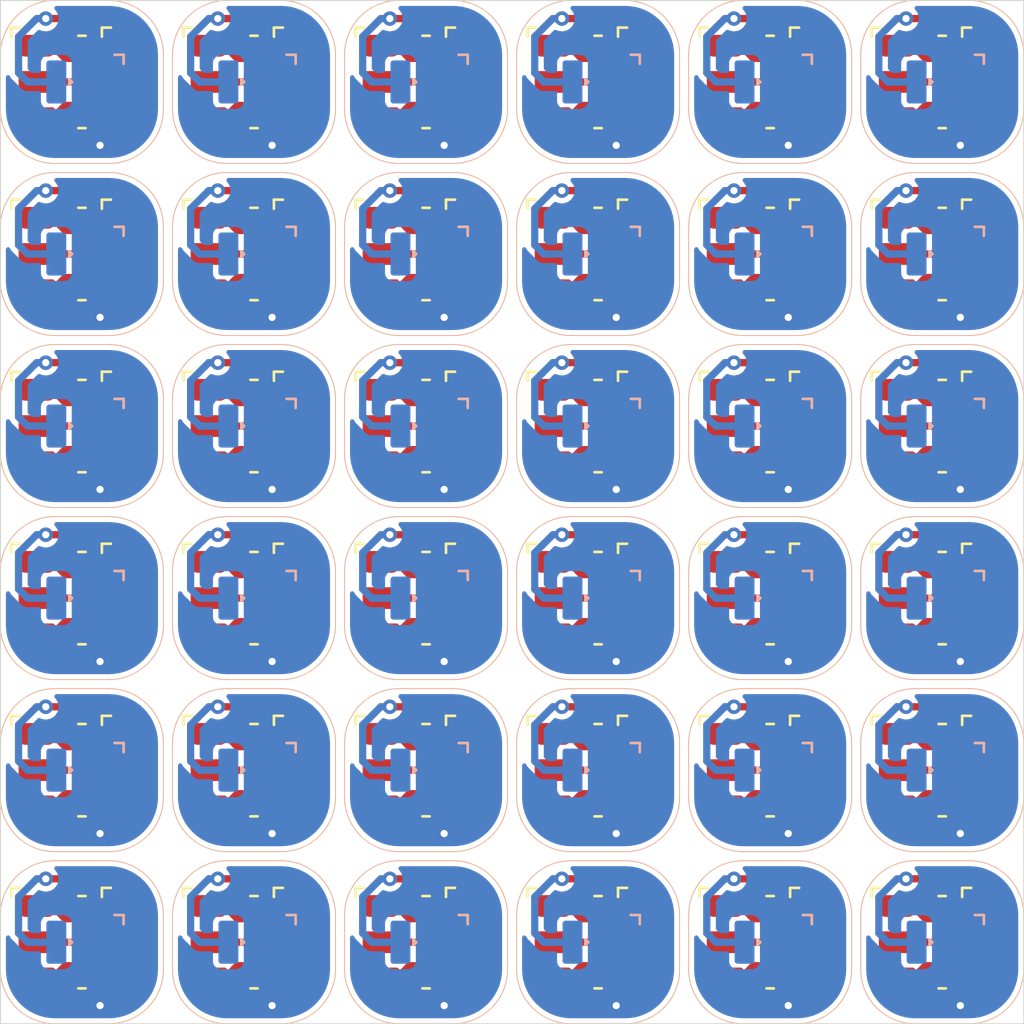
<source format=kicad_pcb>
(kicad_pcb (version 20221018) (generator pcbnew)
  (layers (0 "F.Cu" mixed) (31 "B.Cu" mixed) (34 "B.Paste" user) (35 "F.Paste" user) (36 "B.SilkS" user "B.Silkscreen") (37 "F.SilkS" user "F.Silkscreen") (38 "B.Mask" user) (39 "F.Mask" user) (44 "Edge.Cuts" user))
  (net 0 "")
  (net 1 "VDD")
  (net 2 "/Signal")
  (net 3 "VSS")
  (net 4 "Net-(D1-A)")
  (net 5 "/heatsink")
  (footprint "SquantorResistor:R_0805" (layer "F.Cu") (at 172.5 88.05 -90)
    (fp_text reference "R2" hide)
    (fp_text value "R" hide)
  )
  (footprint "SquantorResistor:R_0805" (layer "F.Cu") (at 182 40.55 -90)
    (fp_text reference "R2" hide)
    (fp_text value "R" hide)
  )
  (footprint "SquantorResistor:R_0805" (layer "F.Cu") (at 134.5 50.05 -90)
    (fp_text reference "R2" hide)
    (fp_text value "R" hide)
  )
  (footprint "SquantorResistor:R_0805" (layer "F.Cu") (at 153.5 59.55 -90)
    (fp_text reference "R2" hide)
    (fp_text value "R" hide)
  )
  (footprint "SquantorResistor:R_0805" (layer "F.Cu") (at 134.5 82.95 90)
    (fp_text reference "R1" hide)
    (fp_text value "R" hide)
  )
  (footprint "SquantorResistor:R_0805" (layer "F.Cu") (at 182 88.05 -90)
    (fp_text reference "R2" hide)
    (fp_text value "R" hide)
  )
  (footprint "SquantorConnectors:pads-0200-1x03-W012-D020" (layer "F.Cu") (at 184.5 38)
    (fp_text reference "J2" hide)
    (fp_text value "Conn_01x03" hide)
  )
  (footprint "SquantorConnectors:pads-0200-1x03-W012-D020" (layer "F.Cu") (at 160.5 85.5)
    (fp_text reference "J1" hide)
    (fp_text value "Conn_01x03" hide)
  )
  (footprint "SquantorConnectors:pads-0200-1x03-W012-D020" (layer "F.Cu") (at 151 85.5)
    (fp_text reference "J1" hide)
    (fp_text value "Conn_01x03" hide)
  )
  (footprint "SquantorResistor:R_0805" (layer "F.Cu") (at 182 44.95 90)
    (fp_text reference "R1" hide)
    (fp_text value "R" hide)
  )
  (footprint "SquantorResistor:R_0805" (layer "F.Cu") (at 134.5 40.55 -90)
    (fp_text reference "R2" hide)
    (fp_text value "R" hide)
  )
  (footprint "SquantorResistor:R_0805" (layer "F.Cu") (at 144 35.45 90)
    (fp_text reference "R1" hide)
    (fp_text value "R" hide)
  )
  (footprint "SquantorConnectors:pads-0200-1x03-W012-D020" (layer "F.Cu") (at 175 47.5)
    (fp_text reference "J2" hide)
    (fp_text value "Conn_01x03" hide)
  )
  (footprint "SquantorConnectors:pads-0200-1x03-W012-D020" (layer "F.Cu") (at 146.5 66.5)
    (fp_text reference "J2" hide)
    (fp_text value "Conn_01x03" hide)
  )
  (footprint "SquantorResistor:R_0805" (layer "F.Cu") (at 144 82.95 90)
    (fp_text reference "R1" hide)
    (fp_text value "R" hide)
  )
  (footprint "SquantorResistor:R_0805" (layer "F.Cu") (at 134.5 59.55 -90)
    (fp_text reference "R2" hide)
    (fp_text value "R" hide)
  )
  (footprint "SquantorConnectors:pads-0200-1x03-W012-D020" (layer "F.Cu") (at 175 76)
    (fp_text reference "J2" hide)
    (fp_text value "Conn_01x03" hide)
  )
  (footprint "SquantorConnectors:pads-0200-1x03-W012-D020" (layer "F.Cu") (at 137 38)
    (fp_text reference "J2" hide)
    (fp_text value "Conn_01x03" hide)
  )
  (footprint "SquantorConnectors:pads-0200-1x03-W012-D020" (layer "F.Cu") (at 165.5 47.5)
    (fp_text reference "J2" hide)
    (fp_text value "Conn_01x03" hide)
  )
  (footprint "SquantorResistor:R_0805" (layer "F.Cu") (at 172.5 40.55 -90)
    (fp_text reference "R2" hide)
    (fp_text value "R" hide)
  )
  (footprint "SquantorResistor:R_0805" (layer "F.Cu") (at 144 88.05 -90)
    (fp_text reference "R2" hide)
    (fp_text value "R" hide)
  )
  (footprint "SquantorConnectors:pads-0200-1x03-W012-D020" (layer "F.Cu") (at 151 66.5)
    (fp_text reference "J1" hide)
    (fp_text value "Conn_01x03" hide)
  )
  (footprint "SquantorConnectors:pads-0200-1x03-W012-D020" (layer "F.Cu") (at 132 85.5)
    (fp_text reference "J1" hide)
    (fp_text value "Conn_01x03" hide)
  )
  (footprint "SquantorResistor:R_0805" (layer "F.Cu") (at 153.5 88.05 -90)
    (fp_text reference "R2" hide)
    (fp_text value "R" hide)
  )
  (footprint "SquantorConnectors:pads-0200-1x03-W012-D020" (layer "F.Cu") (at 165.5 85.5)
    (fp_text reference "J2" hide)
    (fp_text value "Conn_01x03" hide)
  )
  (footprint "SquantorConnectors:pads-0200-1x03-W012-D020" (layer "F.Cu") (at 165.5 66.5)
    (fp_text reference "J2" hide)
    (fp_text value "Conn_01x03" hide)
  )
  (footprint "SquantorResistor:R_0805" (layer "F.Cu") (at 144 69.05 -90)
    (fp_text reference "R2" hide)
    (fp_text value "R" hide)
  )
  (footprint "SquantorConnectors:pads-0200-1x03-W012-D020" (layer "F.Cu") (at 160.5 57)
    (fp_text reference "J1" hide)
    (fp_text value "Conn_01x03" hide)
  )
  (footprint "SquantorConnectors:pads-0200-1x03-W012-D020" (layer "F.Cu") (at 141.5 47.5)
    (fp_text reference "J1" hide)
    (fp_text value "Conn_01x03" hide)
  )
  (footprint "SquantorConnectors:pads-0200-1x03-W012-D020" (layer "F.Cu") (at 170 57)
    (fp_text reference "J1" hide)
    (fp_text value "Conn_01x03" hide)
  )
  (footprint "SquantorConnectors:pads-0200-1x03-W012-D020" (layer "F.Cu") (at 146.5 47.5)
    (fp_text reference "J2" hide)
    (fp_text value "Conn_01x03" hide)
  )
  (footprint "SquantorResistor:R_0805" (layer "F.Cu") (at 163 88.05 -90)
    (fp_text reference "R2" hide)
    (fp_text value "R" hide)
  )
  (footprint "SquantorResistor:R_0805" (layer "F.Cu") (at 144 50.05 -90)
    (fp_text reference "R2" hide)
    (fp_text value "R" hide)
  )
  (footprint "SquantorConnectors:pads-0200-1x03-W012-D020" (layer "F.Cu") (at 160.5 47.5)
    (fp_text reference "J1" hide)
    (fp_text value "Conn_01x03" hide)
  )
  (footprint "SquantorConnectors:pads-0200-1x03-W012-D020" (layer "F.Cu") (at 132 66.5)
    (fp_text reference "J1" hide)
    (fp_text value "Conn_01x03" hide)
  )
  (footprint "SquantorResistor:R_0805" (layer "F.Cu") (at 144 54.45 90)
    (fp_text reference "R1" hide)
    (fp_text value "R" hide)
  )
  (footprint "SquantorResistor:R_0805" (layer "F.Cu") (at 153.5 40.55 -90)
    (fp_text reference "R2" hide)
    (fp_text value "R" hide)
  )
  (footprint "SquantorConnectors:pads-0200-1x03-W012-D020" (layer "F.Cu") (at 141.5 38)
    (fp_text reference "J1" hide)
    (fp_text value "Conn_01x03" hide)
  )
  (footprint "SquantorResistor:R_0805" (layer "F.Cu") (at 134.5 69.05 -90)
    (fp_text reference "R2" hide)
    (fp_text value "R" hide)
  )
  (footprint "SquantorConnectors:pads-0200-1x03-W012-D020" (layer "F.Cu") (at 151 57)
    (fp_text reference "J1" hide)
    (fp_text value "Conn_01x03" hide)
  )
  (footprint "SquantorConnectors:pads-0200-1x03-W012-D020" (layer "F.Cu") (at 165.5 57)
    (fp_text reference "J2" hide)
    (fp_text value "Conn_01x03" hide)
  )
  (footprint "SquantorResistor:R_0805" (layer "F.Cu") (at 134.5 88.05 -90)
    (fp_text reference "R2" hide)
    (fp_text value "R" hide)
  )
  (footprint "SquantorResistor:R_0805" (layer "F.Cu") (at 134.5 35.45 90)
    (fp_text reference "R1" hide)
    (fp_text value "R" hide)
  )
  (footprint "SquantorConnectors:pads-0200-1x03-W012-D020" (layer "F.Cu") (at 137 76)
    (fp_text reference "J2" hide)
    (fp_text value "Conn_01x03" hide)
  )
  (footprint "SquantorConnectors:pads-0200-1x03-W012-D020" (layer "F.Cu") (at 141.5 57)
    (fp_text reference "J1" hide)
    (fp_text value "Conn_01x03" hide)
  )
  (footprint "SquantorResistor:R_0805" (layer "F.Cu") (at 182 73.45 90)
    (fp_text reference "R1" hide)
    (fp_text value "R" hide)
  )
  (footprint "SquantorConnectors:pads-0200-1x03-W012-D020" (layer "F.Cu") (at 160.5 38)
    (fp_text reference "J1" hide)
    (fp_text value "Conn_01x03" hide)
  )
  (footprint "SquantorConnectors:pads-0200-1x03-W012-D020" (layer "F.Cu") (at 184.5 85.5)
    (fp_text reference "J2" hide)
    (fp_text value "Conn_01x03" hide)
  )
  (footprint "SquantorConnectors:pads-0200-1x03-W012-D020" (layer "F.Cu") (at 175 85.5)
    (fp_text reference "J2" hide)
    (fp_text value "Conn_01x03" hide)
  )
  (footprint "SquantorConnectors:pads-0200-1x03-W012-D020" (layer "F.Cu") (at 137 85.5)
    (fp_text reference "J2" hide)
    (fp_text value "Conn_01x03" hide)
  )
  (footprint "SquantorResistor:R_0805" (layer "F.Cu") (at 172.5 63.95 90)
    (fp_text reference "R1" hide)
    (fp_text value "R" hide)
  )
  (footprint "SquantorConnectors:pads-0200-1x03-W012-D020" (layer "F.Cu") (at 146.5 76)
    (fp_text reference "J2" hide)
    (fp_text value "Conn_01x03" hide)
  )
  (footprint "SquantorResistor:R_0805" (layer "F.Cu") (at 172.5 69.05 -90)
    (fp_text reference "R2" hide)
    (fp_text value "R" hide)
  )
  (footprint "SquantorResistor:R_0805" (layer "F.Cu") (at 172.5 59.55 -90)
    (fp_text reference "R2" hide)
    (fp_text value "R" hide)
  )
  (footprint "SquantorResistor:R_0805" (layer "F.Cu") (at 153.5 63.95 90)
    (fp_text reference "R1" hide)
    (fp_text value "R" hide)
  )
  (footprint "SquantorConnectors:pads-0200-1x03-W012-D020" (layer "F.Cu") (at 132 47.5)
    (fp_text reference "J1" hide)
    (fp_text value "Conn_01x03" hide)
  )
  (footprint "SquantorResistor:R_0805" (layer "F.Cu") (at 134.5 78.55 -90)
    (fp_text reference "R2" hide)
    (fp_text value "R" hide)
  )
  (footprint "SquantorResistor:R_0805" (layer "F.Cu") (at 163 63.95 90)
    (fp_text reference "R1" hide)
    (fp_text value "R" hide)
  )
  (footprint "SquantorResistor:R_0805" (layer "F.Cu") (at 153.5 54.45 90)
    (fp_text reference "R1" hide)
    (fp_text value "R" hide)
  )
  (footprint "SquantorResistor:R_0805" (layer "F.Cu") (at 182 54.45 90)
    (fp_text reference "R1" hide)
    (fp_text value "R" hide)
  )
  (footprint "SquantorResistor:R_0805" (layer "F.Cu") (at 172.5 54.45 90)
    (fp_text reference "R1" hide)
    (fp_text value "R" hide)
  )
  (footprint "SquantorResistor:R_0805" (layer "F.Cu") (at 163 73.45 90)
    (fp_text reference "R1" hide)
    (fp_text value "R" hide)
  )
  (footprint "SquantorConnectors:pads-0200-1x03-W012-D020" (layer "F.Cu") (at 146.5 57)
    (fp_text reference "J2" hide)
    (fp_text value "Conn_01x03" hide)
  )
  (footprint "SquantorResistor:R_0805" (layer "F.Cu") (at 163 59.55 -90)
    (fp_text reference "R2" hide)
    (fp_text value "R" hide)
  )
  (footprint "SquantorResistor:R_0805" (layer "F.Cu") (at 153.5 82.95 90)
    (fp_text reference "R1" hide)
    (fp_text value "R" hide)
  )
  (footprint "SquantorConnectors:pads-0200-1x03-W012-D020" (layer "F.Cu") (at 170 85.5)
    (fp_text reference "J1" hide)
    (fp_text value "Conn_01x03" hide)
  )
  (footprint "SquantorResistor:R_0805" (layer "F.Cu") (at 153.5 73.45 90)
    (fp_text reference "R1" hide)
    (fp_text value "R" hide)
  )
  (footprint "SquantorResistor:R_0805" (layer "F.Cu") (at 163 35.45 90)
    (fp_text reference "R1" hide)
    (fp_text value "R" hide)
  )
  (footprint "SquantorConnectors:pads-0200-1x03-W012-D020" (layer "F.Cu") (at 141.5 85.5)
    (fp_text reference "J1" hide)
    (fp_text value "Conn_01x03" hide)
  )
  (footprint "SquantorConnectors:pads-0200-1x03-W012-D020" (layer "F.Cu") (at 179.5 66.5)
    (fp_text reference "J1" hide)
    (fp_text value "Conn_01x03" hide)
  )
  (footprint "SquantorConnectors:pads-0200-1x03-W012-D020" (layer "F.Cu") (at 141.5 76)
    (fp_text reference "J1" hide)
    (fp_text value "Conn_01x03" hide)
  )
  (footprint "SquantorConnectors:pads-0200-1x03-W012-D020" (layer "F.Cu") (at 175 66.5)
    (fp_text reference "J2" hide)
    (fp_text value "Conn_01x03" hide)
  )
  (footprint "SquantorResistor:R_0805" (layer "F.Cu") (at 163 44.95 90)
    (fp_text reference "R1" hide)
    (fp_text value "R" hide)
  )
  (footprint "SquantorConnectors:pads-0200-1x03-W012-D020" (layer "F.Cu") (at 184.5 76)
    (fp_text reference "J2" hide)
    (fp_text value "Conn_01x03" hide)
  )
  (footprint "SquantorResistor:R_0805" (layer "F.Cu") (at 163 82.95 90)
    (fp_text reference "R1" hide)
    (fp_text value "R" hide)
  )
  (footprint "SquantorConnectors:pads-0200-1x03-W012-D020" (layer "F.Cu") (at 156 66.5)
    (fp_text reference "J2" hide)
    (fp_text value "Conn_01x03" hide)
  )
  (footprint "SquantorConnectors:pads-0200-1x03-W012-D020" (layer "F.Cu") (at 141.5 66.5)
    (fp_text reference "J1" hide)
    (fp_text value "Conn_01x03" hide)
  )
  (footprint "SquantorConnectors:pads-0200-1x03-W012-D020" (layer "F.Cu") (at 179.5 38)
    (fp_text reference "J1" hide)
    (fp_text value "Conn_01x03" hide)
  )
  (footprint "SquantorResistor:R_0805" (layer "F.Cu") (at 144 59.55 -90)
    (fp_text reference "R2" hide)
    (fp_text value "R" hide)
  )
  (footprint "SquantorResistor:R_0805" (layer "F.Cu") (at 182 63.95 90)
    (fp_text reference "R1" hide)
    (fp_text value "R" hide)
  )
  (footprint "SquantorConnectors:pads-0200-1x03-W012-D020" (layer "F.Cu") (at 175 57)
    (fp_text reference "J2" hide)
    (fp_text value "Conn_01x03" hide)
  )
  (footprint "SquantorResistor:R_0805" (layer "F.Cu") (at 144 78.55 -90)
    (fp_text reference "R2" hide)
    (fp_text value "R" hide)
  )
  (footprint "SquantorConnectors:pads-0200-1x03-W012-D020" (layer "F.Cu") (at 146.5 38)
    (fp_text reference "J2" hide)
    (fp_text value "Conn_01x03" hide)
  )
  (footprint "SquantorConnectors:pads-0200-1x03-W012-D020" (layer "F.Cu") (at 151 76)
    (fp_text reference "J1" hide)
    (fp_text value "Conn_01x03" hide)
  )
  (footprint "SquantorResistor:R_0805" (layer "F.Cu") (at 172.5 50.05 -90)
    (fp_text reference "R2" hide)
    (fp_text value "R" hide)
  )
  (footprint "SquantorResistor:R_0805" (layer "F.Cu") (at 172.5 44.95 90)
    (fp_text reference "R1" hide)
    (fp_text value "R" hide)
  )
  (footprint "SquantorConnectors:pads-0200-1x03-W012-D020" (layer "F.Cu") (at 170 47.5)
    (fp_text reference "J1" hide)
    (fp_text value "Conn_01x03" hide)
  )
  (footprint "SquantorResistor:R_0805" (layer "F.Cu") (at 144 73.45 90)
    (fp_text reference "R1" hide)
    (fp_text value "R" hide)
  )
  (footprint "SquantorConnectors:pads-0200-1x03-W012-D020" (layer "F.Cu") (at 184.5 66.5)
    (fp_text reference "J2" hide)
    (fp_text value "Conn_01x03" hide)
  )
  (footprint "SquantorConnectors:pads-0200-1x03-W012-D020" (layer "F.Cu") (at 156 47.5)
    (fp_text reference "J2" hide)
    (fp_text value "Conn_01x03" hide)
  )
  (footprint "SquantorConnectors:pads-0200-1x03-W012-D020" (layer "F.Cu") (at 137 47.5)
    (fp_text reference "J2" hide)
    (fp_text value "Conn_01x03" hide)
  )
  (footprint "SquantorConnectors:pads-0200-1x03-W012-D020" (layer "F.Cu") (at 156 57)
    (fp_text reference "J2" hide)
    (fp_text value "Conn_01x03" hide)
  )
  (footprint "SquantorResistor:R_0805" (layer "F.Cu") (at 172.5 82.95 90)
    (fp_text reference "R1" hide)
    (fp_text value "R" hide)
  )
  (footprint "SquantorConnectors:pads-0200-1x03-W012-D020" (layer "F.Cu") (at 165.5 76)
    (fp_text reference "J2" hide)
    (fp_text value "Conn_01x03" hide)
  )
  (footprint "SquantorConnectors:pads-0200-1x03-W012-D020" (layer "F.Cu") (at 137 66.5)
    (fp_text reference "J2" hide)
    (fp_text value "Conn_01x03" hide)
  )
  (footprint "SquantorConnectors:pads-0200-1x03-W012-D020" (layer "F.Cu") (at 156 76)
    (fp_text reference "J2" hide)
    (fp_text value "Conn_01x03" hide)
  )
  (footprint "SquantorResistor:R_0805" (layer "F.Cu") (at 172.5 78.55 -90)
    (fp_text reference "R2" hide)
    (fp_text value "R" hide)
  )
  (footprint "SquantorConnectors:pads-0200-1x03-W012-D020" (layer "F.Cu") (at 156 38)
    (fp_text reference "J2" hide)
    (fp_text value "Conn_01x03" hide)
  )
  (footprint "SquantorResistor:R_0805" (layer "F.Cu") (at 163 78.55 -90)
    (fp_text reference "R2" hide)
    (fp_text value "R" hide)
  )
  (footprint "SquantorResistor:R_0805" (layer "F.Cu") (at 153.5 35.45 90)
    (fp_text reference "R1" hide)
    (fp_text value "R" hide)
  )
  (footprint "SquantorConnectors:pads-0200-1x03-W012-D020" (layer "F.Cu") (at 151 38)
    (fp_text reference "J1" hide)
    (fp_text value "Conn_01x03" hide)
  )
  (footprint "SquantorConnectors:pads-0200-1x03-W012-D020" (layer "F.Cu") (at 170 76)
    (fp_text reference "J1" hide)
    (fp_text value "Conn_01x03" hide)
  )
  (footprint "SquantorConnectors:pads-0200-1x03-W012-D020" (layer "F.Cu") (at 170 66.5)
    (fp_text reference "J1" hide)
    (fp_text value "Conn_01x03" hide)
  )
  (footprint "SquantorResistor:R_0805" (layer "F.Cu") (at 144 63.95 90)
    (fp_text reference "R1" hide)
    (fp_text value "R" hide)
  )
  (footprint "SquantorResistor:R_0805" (layer "F.Cu") (at 153.5 50.05 -90)
    (fp_text reference "R2" hide)
    (fp_text value "R" hide)
  )
  (footprint "SquantorConnectors:pads-0200-1x03-W012-D020" (layer "F.Cu") (at 179.5 57)
    (fp_text reference "J1" hide)
    (fp_text value "Conn_01x03" hide)
  )
  (footprint "SquantorResistor:R_0805" (layer "F.Cu") (at 153.5 78.55 -90)
    (fp_text reference "R2" hide)
    (fp_text value "R" hide)
  )
  (footprint "SquantorResistor:R_0805" (layer "F.Cu") (at 144 44.95 90)
    (fp_text reference "R1" hide)
    (fp_text value "R" hide)
  )
  (footprint "SquantorResistor:R_0805" (layer "F.Cu") (at 163 54.45 90)
    (fp_text reference "R1" hide)
    (fp_text value "R" hide)
  )
  (footprint "SquantorConnectors:pads-0200-1x03-W012-D020" (layer "F.Cu") (at 151 47.5)
    (fp_text reference "J1" hide)
    (fp_text value "Conn_01x03" hide)
  )
  (footprint "SquantorResistor:R_0805" (layer "F.Cu") (at 163 69.05 -90)
    (fp_text reference "R2" hide)
    (fp_text value "R" hide)
  )
  (footprint "SquantorResistor:R_0805" (layer "F.Cu") (at 172.5 35.45 90)
    (fp_text reference "R1" hide)
    (fp_text value "R" hide)
  )
  (footprint "SquantorConnectors:pads-0200-1x03-W012-D020" (layer "F.Cu") (at 179.5 76)
    (fp_text reference "J1" hide)
    (fp_text value "Conn_01x03" hide)
  )
  (footprint "SquantorResistor:R_0805" (layer "F.Cu") (at 182 82.95 90)
    (fp_text reference "R1" hide)
    (fp_text value "R" hide)
  )
  (footprint "SquantorConnectors:pads-0200-1x03-W012-D020" (layer "F.Cu") (at 179.5 47.5)
    (fp_text reference "J1" hide)
    (fp_text value "Conn_01x03" hide)
  )
  (footprint "SquantorResistor:R_0805" (layer "F.Cu") (at 182 50.05 -90)
    (fp_text reference "R2" hide)
    (fp_text value "R" hide)
  )
  (footprint "SquantorResistor:R_0805" (layer "F.Cu") (at 153.5 44.95 90)
    (fp_text reference "R1" hide)
    (fp_text value "R" hide)
  )
  (footprint "SquantorResistor:R_0805" (layer "F.Cu") (at 134.5 54.45 90)
    (fp_text reference "R1" hide)
    (fp_text value "R" hide)
  )
  (footprint "SquantorResistor:R_0805" (layer "F.Cu") (at 182 69.05 -90)
    (fp_text reference "R2" hide)
    (fp_text value "R" hide)
  )
  (footprint "SquantorConnectors:pads-0200-1x03-W012-D020" (layer "F.Cu") (at 146.5 85.5)
    (fp_text reference "J2" hide)
    (fp_text value "Conn_01x03" hide)
  )
  (footprint "SquantorResistor:R_0805" (layer "F.Cu") (at 134.5 44.95 90)
    (fp_text reference "R1" hide)
    (fp_text value "R" hide)
  )
  (footprint "SquantorResistor:R_0805" (layer "F.Cu") (at 163 40.55 -90)
    (fp_text reference "R2" hide)
    (fp_text value "R" hide)
  )
  (footprint "SquantorConnectors:pads-0200-1x03-W012-D020" (layer "F.Cu") (at 160.5 76)
    (fp_text reference "J1" hide)
    (fp_text value "Conn_01x03" hide)
  )
  (footprint "SquantorConnectors:pads-0200-1x03-W012-D020" (layer "F.Cu") (at 132 57)
    (fp_text reference "J1" hide)
    (fp_text value "Conn_01x03" hide)
  )
  (footprint "SquantorResistor:R_0805" (layer "F.Cu") (at 172.5 73.45 90)
    (fp_text reference "R1" hide)
    (fp_text value "R" hide)
  )
  (footprint "SquantorConnectors:pads-0200-1x03-W012-D020" (layer "F.Cu") (at 132 76)
    (fp_text reference "J1" hide)
    (fp_text value "Conn_01x03" hide)
  )
  (footprint "SquantorResistor:R_0805" (layer "F.Cu") (at 163 50.05 -90)
    (fp_text reference "R2" hide)
    (fp_text value "R" hide)
  )
  (footprint "SquantorConnectors:pads-0200-1x03-W012-D020" (layer "F.Cu") (at 137 57)
    (fp_text reference "J2" hide)
    (fp_text value "Conn_01x03" hide)
  )
  (footprint "SquantorConnectors:pads-0200-1x03-W012-D020" (layer "F.Cu") (at 175 38)
    (fp_text reference "J2" hide)
    (fp_text value "Conn_01x03" hide)
  )
  (footprint "SquantorConnectors:pads-0200-1x03-W012-D020" (layer "F.Cu") (at 179.5 85.5)
    (fp_text reference "J1" hide)
    (fp_text value "Conn_01x03" hide)
  )
  (footprint "SquantorConnectors:pads-0200-1x03-W012-D020" (layer "F.Cu") (at 165.5 38)
    (fp_text reference "J2" hide)
    (fp_text value "Conn_01x03" hide)
  )
  (footprint "SquantorConnectors:pads-0200-1x03-W012-D020" (layer "F.Cu") (at 132 38)
    (fp_text reference "J1" hide)
    (fp_text value "Conn_01x03" hide)
  )
  (footprint "SquantorConnectors:pads-0200-1x03-W012-D020" (layer "F.Cu") (at 184.5 57)
    (fp_text reference "J2" hide)
    (fp_text value "Conn_01x03" hide)
  )
  (footprint "SquantorResistor:R_0805" (layer "F.Cu") (at 182 59.55 -90)
    (fp_text reference "R2" hide)
    (fp_text value "R" hide)
  )
  (footprint "SquantorConnectors:pads-0200-1x03-W012-D020" (layer "F.Cu") (at 184.5 47.5)
    (fp_text reference "J2" hide)
    (fp_text value "Conn_01x03" hide)
  )
  (footprint "SquantorResistor:R_0805" (layer "F.Cu") (at 182 35.45 90)
    (fp_text reference "R1" hide)
    (fp_text value "R" hide)
  )
  (footprint "SquantorResistor:R_0805" (layer "F.Cu") (at 153.5 69.05 -90)
    (fp_text reference "R2" hide)
    (fp_text value "R" hide)
  )
  (footprint "SquantorResistor:R_0805" (layer "F.Cu") (at 144 40.55 -90)
    (fp_text reference "R2" hide)
    (fp_text value "R" hide)
  )
  (footprint "SquantorConnectors:pads-0200-1x03-W012-D020" (layer "F.Cu") (at 156 85.5)
    (fp_text reference "J2" hide)
    (fp_text value "Conn_01x03" hide)
  )
  (footprint "SquantorConnectors:pads-0200-1x03-W012-D020" (layer "F.Cu") (at 160.5 66.5)
    (fp_text reference "J1" hide)
    (fp_text value "Conn_01x03" hide)
  )
  (footprint "SquantorResistor:R_0805" (layer "F.Cu") (at 182 78.55 -90)
    (fp_text reference "R2" hide)
    (fp_text value "R" hide)
  )
  (footprint "SquantorConnectors:pads-0200-1x03-W012-D020" (layer "F.Cu") (at 170 38)
    (fp_text reference "J1" hide)
    (fp_text value "Conn_01x03" hide)
  )
  (footprint "SquantorResistor:R_0805" (layer "F.Cu") (at 134.5 63.95 90)
    (fp_text reference "R1" hide)
    (fp_text value "R" hide)
  )
  (footprint "SquantorResistor:R_0805" (layer "F.Cu") (at 134.5 73.45 90)
    (fp_text reference "R1" hide)
    (fp_text value "R" hide)
  )
  (footprint "SquantorDiodes:LED_2835_Hongli" (layer "B.Cu") (at 163 66.5 180)
    (fp_text reference "D1" hide)
    (fp_text value "A2835W6H2-D01-8D2AB5" hide)
  )
  (footprint "SquantorDiodes:LED_2835_Hongli" (layer "B.Cu") (at 144 47.5 180)
    (fp_text reference "D1" hide)
    (fp_text value "A2835W6H2-D01-8D2AB5" hide)
  )
  (footprint "SquantorDiodes:LED_2835_Hongli" (layer "B.Cu") (at 144 57 180)
    (fp_text reference "D1" hide)
    (fp_text value "A2835W6H2-D01-8D2AB5" hide)
  )
  (footprint "SquantorDiodes:LED_2835_Hongli" (layer "B.Cu") (at 172.5 66.5 180)
    (fp_text reference "D1" hide)
    (fp_text value "A2835W6H2-D01-8D2AB5" hide)
  )
  (footprint "SquantorDiodes:LED_2835_Hongli" (layer "B.Cu") (at 172.5 57 180)
    (fp_text reference "D1" hide)
    (fp_text value "A2835W6H2-D01-8D2AB5" hide)
  )
  (footprint "SquantorDiodes:LED_2835_Hongli" (layer "B.Cu") (at 153.5 57 180)
    (fp_text reference "D1" hide)
    (fp_text value "A2835W6H2-D01-8D2AB5" hide)
  )
  (footprint "SquantorDiodes:LED_2835_Hongli" (layer "B.Cu") (at 134.5 47.5 180)
    (fp_text reference "D1" hide)
    (fp_text value "A2835W6H2-D01-8D2AB5" hide)
  )
  (footprint "SquantorDiodes:LED_2835_Hongli" (layer "B.Cu") (at 144 85.5 180)
    (fp_text reference "D1" hide)
    (fp_text value "A2835W6H2-D01-8D2AB5" hide)
  )
  (footprint "SquantorDiodes:LED_2835_Hongli" (layer "B.Cu") (at 153.5 76 180)
    (fp_text reference "D1" hide)
    (fp_text value "A2835W6H2-D01-8D2AB5" hide)
  )
  (footprint "SquantorDiodes:LED_2835_Hongli" (layer "B.Cu") (at 172.5 85.5 180)
    (fp_text reference "D1" hide)
    (fp_text value "A2835W6H2-D01-8D2AB5" hide)
  )
  (footprint "SquantorDiodes:LED_2835_Hongli" (layer "B.Cu") (at 163 76 180)
    (fp_text reference "D1" hide)
    (fp_text value "A2835W6H2-D01-8D2AB5" hide)
  )
  (footprint "SquantorDiodes:LED_2835_Hongli" (layer "B.Cu") (at 163 38 180)
    (fp_text reference "D1" hide)
    (fp_text value "A2835W6H2-D01-8D2AB5" hide)
  )
  (footprint "SquantorDiodes:LED_2835_Hongli" (layer "B.Cu") (at 182 66.5 180)
    (fp_text reference "D1" hide)
    (fp_text value "A2835W6H2-D01-8D2AB5" hide)
  )
  (footprint "SquantorDiodes:LED_2835_Hongli" (layer "B.Cu") (at 144 66.5 180)
    (fp_text reference "D1" hide)
    (fp_text value "A2835W6H2-D01-8D2AB5" hide)
  )
  (footprint "SquantorDiodes:LED_2835_Hongli" (layer "B.Cu") (at 182 76 180)
    (fp_text reference "D1" hide)
    (fp_text value "A2835W6H2-D01-8D2AB5" hide)
  )
  (footprint "SquantorDiodes:LED_2835_Hongli" (layer "B.Cu") (at 153.5 66.5 180)
    (fp_text reference "D1" hide)
    (fp_text value "A2835W6H2-D01-8D2AB5" hide)
  )
  (footprint "SquantorDiodes:LED_2835_Hongli" (layer "B.Cu") (at 182 47.5 180)
    (fp_text reference "D1" hide)
    (fp_text value "A2835W6H2-D01-8D2AB5" hide)
  )
  (footprint "SquantorDiodes:LED_2835_Hongli" (layer "B.Cu") (at 144 38 180)
    (fp_text reference "D1" hide)
    (fp_text value "A2835W6H2-D01-8D2AB5" hide)
  )
  (footprint "SquantorDiodes:LED_2835_Hongli" (layer "B.Cu") (at 182 57 180)
    (fp_text reference "D1" hide)
    (fp_text value "A2835W6H2-D01-8D2AB5" hide)
  )
  (footprint "SquantorDiodes:LED_2835_Hongli" (layer "B.Cu") (at 134.5 85.5 180)
    (fp_text reference "D1" hide)
    (fp_text value "A2835W6H2-D01-8D2AB5" hide)
  )
  (footprint "SquantorDiodes:LED_2835_Hongli" (layer "B.Cu") (at 163 57 180)
    (fp_text reference "D1" hide)
    (fp_text value "A2835W6H2-D01-8D2AB5" hide)
  )
  (footprint "SquantorDiodes:LED_2835_Hongli" (layer "B.Cu") (at 153.5 47.5 180)
    (fp_text reference "D1" hide)
    (fp_text value "A2835W6H2-D01-8D2AB5" hide)
  )
  (footprint "SquantorDiodes:LED_2835_Hongli" (layer "B.Cu") (at 134.5 66.5 180)
    (fp_text reference "D1" hide)
    (fp_text value "A2835W6H2-D01-8D2AB5" hide)
  )
  (footprint "SquantorDiodes:LED_2835_Hongli" (layer "B.Cu") (at 134.5 57 180)
    (fp_text reference "D1" hide)
    (fp_text value "A2835W6H2-D01-8D2AB5" hide)
  )
  (footprint "SquantorDiodes:LED_2835_Hongli" (layer "B.Cu") (at 134.5 76 180)
    (fp_text reference "D1" hide)
    (fp_text value "A2835W6H2-D01-8D2AB5" hide)
  )
  (footprint "SquantorDiodes:LED_2835_Hongli" (layer "B.Cu") (at 153.5 38 180)
    (fp_text reference "D1" hide)
    (fp_text value "A2835W6H2-D01-8D2AB5" hide)
  )
  (footprint "SquantorDiodes:LED_2835_Hongli" (layer "B.Cu") (at 134.5 38 180)
    (fp_text reference "D1" hide)
    (fp_text value "A2835W6H2-D01-8D2AB5" hide)
  )
  (footprint "SquantorDiodes:LED_2835_Hongli" (layer "B.Cu") (at 172.5 47.5 180)
    (fp_text reference "D1" hide)
    (fp_text value "A2835W6H2-D01-8D2AB5" hide)
  )
  (footprint "SquantorDiodes:LED_2835_Hongli" (layer "B.Cu") (at 163 85.5 180)
    (fp_text reference "D1" hide)
    (fp_text value "A2835W6H2-D01-8D2AB5" hide)
  )
  (footprint "SquantorDiodes:LED_2835_Hongli" (layer "B.Cu") (at 153.5 85.5 180)
    (fp_text reference "D1" hide)
    (fp_text value "A2835W6H2-D01-8D2AB5" hide)
  )
  (footprint "SquantorDiodes:LED_2835_Hongli" (layer "B.Cu") (at 172.5 76 180)
    (fp_text reference "D1" hide)
    (fp_text value "A2835W6H2-D01-8D2AB5" hide)
  )
  (footprint "SquantorDiodes:LED_2835_Hongli" (layer "B.Cu") (at 182 85.5 180)
    (fp_text reference "D1" hide)
    (fp_text value "A2835W6H2-D01-8D2AB5" hide)
  )
  (footprint "SquantorDiodes:LED_2835_Hongli" (layer "B.Cu") (at 172.5 38 180)
    (fp_text reference "D1" hide)
    (fp_text value "A2835W6H2-D01-8D2AB5" hide)
  )
  (footprint "SquantorDiodes:LED_2835_Hongli" (layer "B.Cu") (at 182 38 180)
    (fp_text reference "D1" hide)
    (fp_text value "A2835W6H2-D01-8D2AB5" hide)
  )
  (footprint "SquantorDiodes:LED_2835_Hongli" (layer "B.Cu") (at 144 76 180)
    (fp_text reference "D1" hide)
    (fp_text value "A2835W6H2-D01-8D2AB5" hide)
  )
  (footprint "SquantorDiodes:LED_2835_Hongli" (layer "B.Cu") (at 163 47.5 180)
    (fp_text reference "D1" hide)
    (fp_text value "A2835W6H2-D01-8D2AB5" hide)
  )
  (gr_arc (start 130 84) (mid 130.87868 81.87868) (end 133 81) (stroke (width 0.05)) (layer "B.SilkS"))
  (gr_line (start 133 62) (end 136 62) (stroke (width 0.05)) (layer "B.SilkS"))
  (gr_arc (start 168 74.5) (mid 168.87868 72.37868) (end 171 71.5) (stroke (width 0.05)) (layer "B.SilkS"))
  (gr_arc (start 177 39.5) (mid 176.12132 41.62132) (end 174 42.5) (stroke (width 0.05)) (layer "B.SilkS"))
  (gr_line (start 145.5 52) (end 142.5 52) (stroke (width 0.05)) (layer "B.SilkS"))
  (gr_arc (start 161.5 42.5) (mid 159.37868 41.62132) (end 158.5 39.5) (stroke (width 0.05)) (layer "B.SilkS"))
  (gr_arc (start 158 39.5) (mid 157.12132 41.62132) (end 155 42.5) (stroke (width 0.05)) (layer "B.SilkS"))
  (gr_arc (start 139.5 74.5) (mid 140.37868 72.37868) (end 142.5 71.5) (stroke (width 0.05)) (layer "B.SilkS"))
  (gr_arc (start 167.5 68) (mid 166.62132 70.12132) (end 164.5 71) (stroke (width 0.05)) (layer "B.SilkS"))
  (gr_arc (start 155 52.5) (mid 157.12132 53.37868) (end 158 55.5) (stroke (width 0.05)) (layer "B.SilkS"))
  (gr_arc (start 174 33.5) (mid 176.12132 34.37868) (end 177 36.5) (stroke (width 0.05)) (layer "B.SilkS"))
  (gr_line (start 174 52) (end 171 52) (stroke (width 0.05)) (layer "B.SilkS"))
  (gr_line (start 168 49) (end 168 46) (stroke (width 0.05)) (layer "B.SilkS"))
  (gr_arc (start 145.5 62) (mid 147.62132 62.87868) (end 148.5 65) (stroke (width 0.05)) (layer "B.SilkS"))
  (gr_arc (start 183.5 33.5) (mid 185.62132 34.37868) (end 186.5 36.5) (stroke (width 0.05)) (layer "B.SilkS"))
  (gr_line (start 152 62) (end 155 62) (stroke (width 0.05)) (layer "B.SilkS"))
  (gr_line (start 161.5 52.5) (end 164.5 52.5) (stroke (width 0.05)) (layer "B.SilkS"))
  (gr_arc (start 145.5 52.5) (mid 147.62132 53.37868) (end 148.5 55.5) (stroke (width 0.05)) (layer "B.SilkS"))
  (gr_arc (start 177 49) (mid 176.12132 51.12132) (end 174 52) (stroke (width 0.05)) (layer "B.SilkS"))
  (gr_line (start 164.5 80.5) (end 161.5 80.5) (stroke (width 0.05)) (layer "B.SilkS"))
  (gr_arc (start 158.5 84) (mid 159.37868 81.87868) (end 161.5 81) (stroke (width 0.05)) (layer "B.SilkS"))
  (gr_line (start 130 77.5) (end 130 74.5) (stroke (width 0.05)) (layer "B.SilkS"))
  (gr_line (start 161.5 71.5) (end 164.5 71.5) (stroke (width 0.05)) (layer "B.SilkS"))
  (gr_arc (start 186.5 77.5) (mid 185.62132 79.62132) (end 183.5 80.5) (stroke (width 0.05)) (layer "B.SilkS"))
  (gr_line (start 164.5 90) (end 161.5 90) (stroke (width 0.05)) (layer "B.SilkS"))
  (gr_arc (start 152 80.5) (mid 149.87868 79.62132) (end 149 77.5) (stroke (width 0.05)) (layer "B.SilkS"))
  (gr_line (start 142.5 62) (end 145.5 62) (stroke (width 0.05)) (layer "B.SilkS"))
  (gr_line (start 177.5 49) (end 177.5 46) (stroke (width 0.05)) (layer "B.SilkS"))
  (gr_line (start 142.5 43) (end 145.5 43) (stroke (width 0.05)) (layer "B.SilkS"))
  (gr_arc (start 152 61.5) (mid 149.87868 60.62132) (end 149 58.5) (stroke (width 0.05)) (layer "B.SilkS"))
  (gr_line (start 158.5 68) (end 158.5 65) (stroke (width 0.05)) (layer "B.SilkS"))
  (gr_arc (start 139 49) (mid 138.12132 51.12132) (end 136 52) (stroke (width 0.05)) (layer "B.SilkS"))
  (gr_line (start 177 65) (end 177 68) (stroke (width 0.05)) (layer "B.SilkS"))
  (gr_line (start 177 84) (end 177 87) (stroke (width 0.05)) (layer "B.SilkS"))
  (gr_arc (start 177.5 65) (mid 178.37868 62.87868) (end 180.5 62) (stroke (width 0.05)) (layer "B.SilkS"))
  (gr_line (start 139.5 58.5) (end 139.5 55.5) (stroke (width 0.05)) (layer "B.SilkS"))
  (gr_line (start 167.5 46) (end 167.5 49) (stroke (width 0.05)) (layer "B.SilkS"))
  (gr_line (start 142.5 81) (end 145.5 81) (stroke (width 0.05)) (layer "B.SilkS"))
  (gr_line (start 186.5 55.5) (end 186.5 58.5) (stroke (width 0.05)) (layer "B.SilkS"))
  (gr_arc (start 158 77.5) (mid 157.12132 79.62132) (end 155 80.5) (stroke (width 0.05)) (layer "B.SilkS"))
  (gr_arc (start 136 62) (mid 138.12132 62.87868) (end 139 65) (stroke (width 0.05)) (layer "B.SilkS"))
  (gr_arc (start 186.5 58.5) (mid 185.62132 60.62132) (end 183.5 61.5) (stroke (width 0.05)) (layer "B.SilkS"))
  (gr_line (start 148.5 74.5) (end 148.5 77.5) (stroke (width 0.05)) (layer "B.SilkS"))
  (gr_line (start 177 55.5) (end 177 58.5) (stroke (width 0.05)) (layer "B.SilkS"))
  (gr_arc (start 133 52) (mid 130.87868 51.12132) (end 130 49) (stroke (width 0.05)) (layer "B.SilkS"))
  (gr_line (start 148.5 46) (end 148.5 49) (stroke (width 0.05)) (layer "B.SilkS"))
  (gr_line (start 158 46) (end 158 49) (stroke (width 0.05)) (layer "B.SilkS"))
  (gr_arc (start 158.5 36.5) (mid 159.37868 34.37868) (end 161.5 33.5) (stroke (width 0.05)) (layer "B.SilkS"))
  (gr_line (start 152 71.5) (end 155 71.5) (stroke (width 0.05)) (layer "B.SilkS"))
  (gr_line (start 167.5 65) (end 167.5 68) (stroke (width 0.05)) (layer "B.SilkS"))
  (gr_line (start 130 49) (end 130 46) (stroke (width 0.05)) (layer "B.SilkS"))
  (gr_arc (start 174 43) (mid 176.12132 43.87868) (end 177 46) (stroke (width 0.05)) (layer "B.SilkS"))
  (gr_arc (start 167.5 49) (mid 166.62132 51.12132) (end 164.5 52) (stroke (width 0.05)) (layer "B.SilkS"))
  (gr_arc (start 180.5 80.5) (mid 178.37868 79.62132) (end 177.5 77.5) (stroke (width 0.05)) (layer "B.SilkS"))
  (gr_line (start 158 84) (end 158 87) (stroke (width 0.05)) (layer "B.SilkS"))
  (gr_arc (start 177 58.5) (mid 176.12132 60.62132) (end 174 61.5) (stroke (width 0.05)) (layer "B.SilkS"))
  (gr_arc (start 149 65) (mid 149.87868 62.87868) (end 152 62) (stroke (width 0.05)) (layer "B.SilkS"))
  (gr_line (start 168 39.5) (end 168 36.5) (stroke (width 0.05)) (layer "B.SilkS"))
  (gr_line (start 136 42.5) (end 133 42.5) (stroke (width 0.05)) (layer "B.SilkS"))
  (gr_arc (start 186.5 87) (mid 185.62132 89.12132) (end 183.5 90) (stroke (width 0.05)) (layer "B.SilkS"))
  (gr_arc (start 168 46) (mid 168.87868 43.87868) (end 171 43) (stroke (width 0.05)) (layer "B.SilkS"))
  (gr_arc (start 145.5 33.5) (mid 147.62132 34.37868) (end 148.5 36.5) (stroke (width 0.05)) (layer "B.SilkS"))
  (gr_arc (start 139 77.5) (mid 138.12132 79.62132) (end 136 80.5) (stroke (width 0.05)) (layer "B.SilkS"))
  (gr_line (start 161.5 33.5) (end 164.5 33.5) (stroke (width 0.05)) (layer "B.SilkS"))
  (gr_line (start 171 43) (end 174 43) (stroke (width 0.05)) (layer "B.SilkS"))
  (gr_line (start 149 49) (end 149 46) (stroke (width 0.05)) (layer "B.SilkS"))
  (gr_line (start 168 68) (end 168 65) (stroke (width 0.05)) (layer "B.SilkS"))
  (gr_line (start 180.5 71.5) (end 183.5 71.5) (stroke (width 0.05)) (layer "B.SilkS"))
  (gr_arc (start 183.5 43) (mid 185.62132 43.87868) (end 186.5 46) (stroke (width 0.05)) (layer "B.SilkS"))
  (gr_line (start 152 52.5) (end 155 52.5) (stroke (width 0.05)) (layer "B.SilkS"))
  (gr_line (start 149 87) (end 149 84) (stroke (width 0.05)) (layer "B.SilkS"))
  (gr_arc (start 158 68) (mid 157.12132 70.12132) (end 155 71) (stroke (width 0.05)) (layer "B.SilkS"))
  (gr_arc (start 155 81) (mid 157.12132 81.87868) (end 158 84) (stroke (width 0.05)) (layer "B.SilkS"))
  (gr_line (start 177.5 68) (end 177.5 65) (stroke (width 0.05)) (layer "B.SilkS"))
  (gr_arc (start 158 58.5) (mid 157.12132 60.62132) (end 155 61.5) (stroke (width 0.05)) (layer "B.SilkS"))
  (gr_line (start 183.5 61.5) (end 180.5 61.5) (stroke (width 0.05)) (layer "B.SilkS"))
  (gr_arc (start 149 46) (mid 149.87868 43.87868) (end 152 43) (stroke (width 0.05)) (layer "B.SilkS"))
  (gr_arc (start 168 36.5) (mid 168.87868 34.37868) (end 171 33.5) (stroke (width 0.05)) (layer "B.SilkS"))
  (gr_line (start 186.5 74.5) (end 186.5 77.5) (stroke (width 0.05)) (layer "B.SilkS"))
  (gr_arc (start 168 65) (mid 168.87868 62.87868) (end 171 62) (stroke (width 0.05)) (layer "B.SilkS"))
  (gr_arc (start 133 80.5) (mid 130.87868 79.62132) (end 130 77.5) (stroke (width 0.05)) (layer "B.SilkS"))
  (gr_arc (start 161.5 90) (mid 159.37868 89.12132) (end 158.5 87) (stroke (width 0.05)) (layer "B.SilkS"))
  (gr_arc (start 139.5 84) (mid 140.37868 81.87868) (end 142.5 81) (stroke (width 0.05)) (layer "B.SilkS"))
  (gr_line (start 183.5 42.5) (end 180.5 42.5) (stroke (width 0.05)) (layer "B.SilkS"))
  (gr_arc (start 161.5 71) (mid 159.37868 70.12132) (end 158.5 68) (stroke (width 0.05)) (layer "B.SilkS"))
  (gr_line (start 155 71) (end 152 71) (stroke (width 0.05)) (layer "B.SilkS"))
  (gr_arc (start 158.5 46) (mid 159.37868 43.87868) (end 161.5 43) (stroke (width 0.05)) (layer "B.SilkS"))
  (gr_arc (start 136 43) (mid 138.12132 43.87868) (end 139 46) (stroke (width 0.05)) (layer "B.SilkS"))
  (gr_line (start 133 81) (end 136 81) (stroke (width 0.05)) (layer "B.SilkS"))
  (gr_arc (start 130 36.5) (mid 130.87868 34.37868) (end 133 33.5) (stroke (width 0.05)) (layer "B.SilkS"))
  (gr_arc (start 133 61.5) (mid 130.87868 60.62132) (end 130 58.5) (stroke (width 0.05)) (layer "B.SilkS"))
  (gr_arc (start 155 62) (mid 157.12132 62.87868) (end 158 65) (stroke (width 0.05)) (layer "B.SilkS"))
  (gr_line (start 174 90) (end 171 90) (stroke (width 0.05)) (layer "B.SilkS"))
  (gr_line (start 139 55.5) (end 139 58.5) (stroke (width 0.05)) (layer "B.SilkS"))
  (gr_arc (start 186.5 68) (mid 185.62132 70.12132) (end 183.5 71) (stroke (width 0.05)) (layer "B.SilkS"))
  (gr_arc (start 177.5 74.5) (mid 178.37868 72.37868) (end 180.5 71.5) (stroke (width 0.05)) (layer "B.SilkS"))
  (gr_arc (start 161.5 80.5) (mid 159.37868 79.62132) (end 158.5 77.5) (stroke (width 0.05)) (layer "B.SilkS"))
  (gr_line (start 177.5 39.5) (end 177.5 36.5) (stroke (width 0.05)) (layer "B.SilkS"))
  (gr_line (start 133 52.5) (end 136 52.5) (stroke (width 0.05)) (layer "B.SilkS"))
  (gr_line (start 177.5 58.5) (end 177.5 55.5) (stroke (width 0.05)) (layer "B.SilkS"))
  (gr_arc (start 136 81) (mid 138.12132 81.87868) (end 139 84) (stroke (width 0.05)) (layer "B.SilkS"))
  (gr_line (start 149 77.5) (end 149 74.5) (stroke (width 0.05)) (layer "B.SilkS"))
  (gr_arc (start 177.5 36.5) (mid 178.37868 34.37868) (end 180.5 33.5) (stroke (width 0.05)) (layer "B.SilkS"))
  (gr_arc (start 152 90) (mid 149.87868 89.12132) (end 149 87) (stroke (width 0.05)) (layer "B.SilkS"))
  (gr_arc (start 152 42.5) (mid 149.87868 41.62132) (end 149 39.5) (stroke (width 0.05)) (layer "B.SilkS"))
  (gr_line (start 136 90) (end 133 90) (stroke (width 0.05)) (layer "B.SilkS"))
  (gr_arc (start 145.5 71.5) (mid 147.62132 72.37868) (end 148.5 74.5) (stroke (width 0.05)) (layer "B.SilkS"))
  (gr_line (start 139.5 77.5) (end 139.5 74.5) (stroke (width 0.05)) (layer "B.SilkS"))
  (gr_line (start 158 65) (end 158 68) (stroke (width 0.05)) (layer "B.SilkS"))
  (gr_arc (start 158.5 74.5) (mid 159.37868 72.37868) (end 161.5 71.5) (stroke (width 0.05)) (layer "B.SilkS"))
  (gr_arc (start 142.5 52) (mid 140.37868 51.12132) (end 139.5 49) (stroke (width 0.05)) (layer "B.SilkS"))
  (gr_arc (start 171 80.5) (mid 168.87868 79.62132) (end 168 77.5) (stroke (width 0.05)) (layer "B.SilkS"))
  (gr_line (start 177 46) (end 177 49) (stroke (width 0.05)) (layer "B.SilkS"))
  (gr_arc (start 180.5 52) (mid 178.37868 51.12132) (end 177.5 49) (stroke (width 0.05)) (layer "B.SilkS"))
  (gr_line (start 186.5 46) (end 186.5 49) (stroke (width 0.05)) (layer "B.SilkS"))
  (gr_line (start 167.5 55.5) (end 167.5 58.5) (stroke (width 0.05)) (layer "B.SilkS"))
  (gr_arc (start 167.5 39.5) (mid 166.62132 41.62132) (end 164.5 42.5) (stroke (width 0.05)) (layer "B.SilkS"))
  (gr_line (start 168 77.5) (end 168 74.5) (stroke (width 0.05)) (layer "B.SilkS"))
  (gr_line (start 136 80.5) (end 133 80.5) (stroke (width 0.05)) (layer "B.SilkS"))
  (gr_line (start 152 81) (end 155 81) (stroke (width 0.05)) (layer "B.SilkS"))
  (gr_arc (start 133 42.5) (mid 130.87868 41.62132) (end 130 39.5) (stroke (width 0.05)) (layer "B.SilkS"))
  (gr_arc (start 174 62) (mid 176.12132 62.87868) (end 177 65) (stroke (width 0.05)) (layer "B.SilkS"))
  (gr_line (start 161.5 43) (end 164.5 43) (stroke (width 0.05)) (layer "B.SilkS"))
  (gr_arc (start 164.5 62) (mid 166.62132 62.87868) (end 167.5 65) (stroke (width 0.05)) (layer "B.SilkS"))
  (gr_line (start 139 36.5) (end 139 39.5) (stroke (width 0.05)) (layer "B.SilkS"))
  (gr_line (start 180.5 33.5) (end 183.5 33.5) (stroke (width 0.05)) (layer "B.SilkS"))
  (gr_line (start 180.5 43) (end 183.5 43) (stroke (width 0.05)) (layer "B.SilkS"))
  (gr_line (start 168 58.5) (end 168 55.5) (stroke (width 0.05)) (layer "B.SilkS"))
  (gr_arc (start 130 74.5) (mid 130.87868 72.37868) (end 133 71.5) (stroke (width 0.05)) (layer "B.SilkS"))
  (gr_arc (start 155 71.5) (mid 157.12132 72.37868) (end 158 74.5) (stroke (width 0.05)) (layer "B.SilkS"))
  (gr_arc (start 149 84) (mid 149.87868 81.87868) (end 152 81) (stroke (width 0.05)) (layer "B.SilkS"))
  (gr_line (start 145.5 61.5) (end 142.5 61.5) (stroke (width 0.05)) (layer "B.SilkS"))
  (gr_arc (start 164.5 52.5) (mid 166.62132 53.37868) (end 167.5 55.5) (stroke (width 0.05)) (layer "B.SilkS"))
  (gr_line (start 142.5 52.5) (end 145.5 52.5) (stroke (width 0.05)) (layer "B.SilkS"))
  (gr_line (start 174 80.5) (end 171 80.5) (stroke (width 0.05)) (layer "B.SilkS"))
  (gr_arc (start 145.5 81) (mid 147.62132 81.87868) (end 148.5 84) (stroke (width 0.05)) (layer "B.SilkS"))
  (gr_line (start 139.5 39.5) (end 139.5 36.5) (stroke (width 0.05)) (layer "B.SilkS"))
  (gr_arc (start 149 55.5) (mid 149.87868 53.37868) (end 152 52.5) (stroke (width 0.05)) (layer "B.SilkS"))
  (gr_line (start 139.5 68) (end 139.5 65) (stroke (width 0.05)) (layer "B.SilkS"))
  (gr_line (start 158.5 87) (end 158.5 84) (stroke (width 0.05)) (layer "B.SilkS"))
  (gr_line (start 177.5 77.5) (end 177.5 74.5) (stroke (width 0.05)) (layer "B.SilkS"))
  (gr_line (start 183.5 80.5) (end 180.5 80.5) (stroke (width 0.05)) (layer "B.SilkS"))
  (gr_line (start 174 61.5) (end 171 61.5) (stroke (width 0.05)) (layer "B.SilkS"))
  (gr_line (start 139 74.5) (end 139 77.5) (stroke (width 0.05)) (layer "B.SilkS"))
  (gr_line (start 145.5 42.5) (end 142.5 42.5) (stroke (width 0.05)) (layer "B.SilkS"))
  (gr_arc (start 183.5 71.5) (mid 185.62132 72.37868) (end 186.5 74.5) (stroke (width 0.05)) (layer "B.SilkS"))
  (gr_arc (start 177.5 46) (mid 178.37868 43.87868) (end 180.5 43) (stroke (width 0.05)) (layer "B.SilkS"))
  (gr_arc (start 148.5 49) (mid 147.62132 51.12132) (end 145.5 52) (stroke (width 0.05)) (layer "B.SilkS"))
  (gr_arc (start 174 52.5) (mid 176.12132 53.37868) (end 177 55.5) (stroke (width 0.05)) (layer "B.SilkS"))
  (gr_line (start 145.5 71) (end 142.5 71) (stroke (width 0.05)) (layer "B.SilkS"))
  (gr_line (start 177 36.5) (end 177 39.5) (stroke (width 0.05)) (layer "B.SilkS"))
  (gr_arc (start 158.5 55.5) (mid 159.37868 53.37868) (end 161.5 52.5) (stroke (width 0.05)) (layer "B.SilkS"))
  (gr_line (start 130 39.5) (end 130 36.5) (stroke (width 0.05)) (layer "B.SilkS"))
  (gr_line (start 139 84) (end 139 87) (stroke (width 0.05)) (layer "B.SilkS"))
  (gr_line (start 164.5 52) (end 161.5 52) (stroke (width 0.05)) (layer "B.SilkS"))
  (gr_line (start 171 52.5) (end 174 52.5) (stroke (width 0.05)) (layer "B.SilkS"))
  (gr_arc (start 158 87) (mid 157.12132 89.12132) (end 155 90) (stroke (width 0.05)) (layer "B.SilkS"))
  (gr_arc (start 177 87) (mid 176.12132 89.12132) (end 174 90) (stroke (width 0.05)) (layer "B.SilkS"))
  (gr_arc (start 142.5 90) (mid 140.37868 89.12132) (end 139.5 87) (stroke (width 0.05)) (layer "B.SilkS"))
  (gr_arc (start 183.5 52.5) (mid 185.62132 53.37868) (end 186.5 55.5) (stroke (width 0.05)) (layer "B.SilkS"))
  (gr_line (start 149 58.5) (end 149 55.5) (stroke (width 0.05)) (layer "B.SilkS"))
  (gr_arc (start 136 52.5) (mid 138.12132 53.37868) (end 139 55.5) (stroke (width 0.05)) (layer "B.SilkS"))
  (gr_arc (start 183.5 62) (mid 185.62132 62.87868) (end 186.5 65) (stroke (width 0.05)) (layer "B.SilkS"))
  (gr_line (start 155 90) (end 152 90) (stroke (width 0.05)) (layer "B.SilkS"))
  (gr_arc (start 133 71) (mid 130.87868 70.12132) (end 130 68) (stroke (width 0.05)) (layer "B.SilkS"))
  (gr_line (start 186.5 65) (end 186.5 68) (stroke (width 0.05)) (layer "B.SilkS"))
  (gr_line (start 142.5 71.5) (end 145.5 71.5) (stroke (width 0.05)) (layer "B.SilkS"))
  (gr_arc (start 136 33.5) (mid 138.12132 34.37868) (end 139 36.5) (stroke (width 0.05)) (layer "B.SilkS"))
  (gr_line (start 139.5 87) (end 139.5 84) (stroke (width 0.05)) (layer "B.SilkS"))
  (gr_arc (start 171 52) (mid 168.87868 51.12132) (end 168 49) (stroke (width 0.05)) (layer "B.SilkS"))
  (gr_line (start 174 71) (end 171 71) (stroke (width 0.05)) (layer "B.SilkS"))
  (gr_arc (start 167.5 87) (mid 166.62132 89.12132) (end 164.5 90) (stroke (width 0.05)) (layer "B.SilkS"))
  (gr_line (start 136 71) (end 133 71) (stroke (width 0.05)) (layer "B.SilkS"))
  (gr_arc (start 177 68) (mid 176.12132 70.12132) (end 174 71) (stroke (width 0.05)) (layer "B.SilkS"))
  (gr_arc (start 171 42.5) (mid 168.87868 41.62132) (end 168 39.5) (stroke (width 0.05)) (layer "B.SilkS"))
  (gr_line (start 139 65) (end 139 68) (stroke (width 0.05)) (layer "B.SilkS"))
  (gr_arc (start 142.5 71) (mid 140.37868 70.12132) (end 139.5 68) (stroke (width 0.05)) (layer "B.SilkS"))
  (gr_line (start 158 74.5) (end 158 77.5) (stroke (width 0.05)) (layer "B.SilkS"))
  (gr_arc (start 139.5 36.5) (mid 140.37868 34.37868) (end 142.5 33.5) (stroke (width 0.05)) (layer "B.SilkS"))
  (gr_arc (start 139 68) (mid 138.12132 70.12132) (end 136 71) (stroke (width 0.05)) (layer "B.SilkS"))
  (gr_arc (start 158.5 65) (mid 159.37868 62.87868) (end 161.5 62) (stroke (width 0.05)) (layer "B.SilkS"))
  (gr_line (start 180.5 62) (end 183.5 62) (stroke (width 0.05)) (layer "B.SilkS"))
  (gr_line (start 130 87) (end 130 84) (stroke (width 0.05)) (layer "B.SilkS"))
  (gr_line (start 168 87) (end 168 84) (stroke (width 0.05)) (layer "B.SilkS"))
  (gr_arc (start 164.5 71.5) (mid 166.62132 72.37868) (end 167.5 74.5) (stroke (width 0.05)) (layer "B.SilkS"))
  (gr_line (start 186.5 84) (end 186.5 87) (stroke (width 0.05)) (layer "B.SilkS"))
  (gr_arc (start 142.5 61.5) (mid 140.37868 60.62132) (end 139.5 58.5) (stroke (width 0.05)) (layer "B.SilkS"))
  (gr_line (start 149 39.5) (end 149 36.5) (stroke (width 0.05)) (layer "B.SilkS"))
  (gr_arc (start 171 90) (mid 168.87868 89.12132) (end 168 87) (stroke (width 0.05)) (layer "B.SilkS"))
  (gr_line (start 171 81) (end 174 81) (stroke (width 0.05)) (layer "B.SilkS"))
  (gr_arc (start 142.5 42.5) (mid 140.37868 41.62132) (end 139.5 39.5) (stroke (width 0.05)) (layer "B.SilkS"))
  (gr_line (start 155 80.5) (end 152 80.5) (stroke (width 0.05)) (layer "B.SilkS"))
  (gr_arc (start 130 65) (mid 130.87868 62.87868) (end 133 62) (stroke (width 0.05)) (layer "B.SilkS"))
  (gr_arc (start 139.5 46) (mid 140.37868 43.87868) (end 142.5 43) (stroke (width 0.05)) (layer "B.SilkS"))
  (gr_line (start 174 42.5) (end 171 42.5) (stroke (width 0.05)) (layer "B.SilkS"))
  (gr_arc (start 136 71.5) (mid 138.12132 72.37868) (end 139 74.5) (stroke (width 0.05)) (layer "B.SilkS"))
  (gr_line (start 139.5 49) (end 139.5 46) (stroke (width 0.05)) (layer "B.SilkS"))
  (gr_line (start 133 33.5) (end 136 33.5) (stroke (width 0.05)) (layer "B.SilkS"))
  (gr_arc (start 180.5 42.5) (mid 178.37868 41.62132) (end 177.5 39.5) (stroke (width 0.05)) (layer "B.SilkS"))
  (gr_arc (start 133 90) (mid 130.87868 89.12132) (end 130 87) (stroke (width 0.05)) (layer "B.SilkS"))
  (gr_line (start 171 62) (end 174 62) (stroke (width 0.05)) (layer "B.SilkS"))
  (gr_line (start 152 33.5) (end 155 33.5) (stroke (width 0.05)) (layer "B.SilkS"))
  (gr_line (start 171 71.5) (end 174 71.5) (stroke (width 0.05)) (layer "B.SilkS"))
  (gr_line (start 161.5 81) (end 164.5 81) (stroke (width 0.05)) (layer "B.SilkS"))
  (gr_line (start 139 46) (end 139 49) (stroke (width 0.05)) (layer "B.SilkS"))
  (gr_line (start 167.5 74.5) (end 167.5 77.5) (stroke (width 0.05)) (layer "B.SilkS"))
  (gr_line (start 158.5 77.5) (end 158.5 74.5) (stroke (width 0.05)) (layer "B.SilkS"))
  (gr_arc (start 174 71.5) (mid 176.12132 72.37868) (end 177 74.5) (stroke (width 0.05)) (layer "B.SilkS"))
  (gr_arc (start 139 39.5) (mid 138.12132 41.62132) (end 136 42.5) (stroke (width 0.05)) (layer "B.SilkS"))
  (gr_arc (start 148.5 39.5) (mid 147.62132 41.62132) (end 145.5 42.5) (stroke (width 0.05)) (layer "B.SilkS"))
  (gr_arc (start 139 58.5) (mid 138.12132 60.62132) (end 136 61.5) (stroke (width 0.05)) (layer "B.SilkS"))
  (gr_arc (start 167.5 58.5) (mid 166.62132 60.62132) (end 164.5 61.5) (stroke (width 0.05)) (layer "B.SilkS"))
  (gr_arc (start 174 81) (mid 176.12132 81.87868) (end 177 84) (stroke (width 0.05)) (layer "B.SilkS"))
  (gr_arc (start 180.5 71) (mid 178.37868 70.12132) (end 177.5 68) (stroke (width 0.05)) (layer "B.SilkS"))
  (gr_arc (start 177.5 55.5) (mid 178.37868 53.37868) (end 180.5 52.5) (stroke (width 0.05)) (layer "B.SilkS"))
  (gr_arc (start 164.5 33.5) (mid 166.62132 34.37868) (end 167.5 36.5) (stroke (width 0.05)) (layer "B.SilkS"))
  (gr_line (start 183.5 52) (end 180.5 52) (stroke (width 0.05)) (layer "B.SilkS"))
  (gr_line (start 148.5 65) (end 148.5 68) (stroke (width 0.05)) (layer "B.SilkS"))
  (gr_arc (start 149 74.5) (mid 149.87868 72.37868) (end 152 71.5) (stroke (width 0.05)) (layer "B.SilkS"))
  (gr_line (start 158.5 58.5) (end 158.5 55.5) (stroke (width 0.05)) (layer "B.SilkS"))
  (gr_line (start 183.5 71) (end 180.5 71) (stroke (width 0.05)) (layer "B.SilkS"))
  (gr_line (start 164.5 42.5) (end 161.5 42.5) (stroke (width 0.05)) (layer "B.SilkS"))
  (gr_arc (start 177.5 84) (mid 178.37868 81.87868) (end 180.5 81) (stroke (width 0.05)) (layer "B.SilkS"))
  (gr_arc (start 130 46) (mid 130.87868 43.87868) (end 133 43) (stroke (width 0.05)) (layer "B.SilkS"))
  (gr_line (start 161.5 62) (end 164.5 62) (stroke (width 0.05)) (layer "B.SilkS"))
  (gr_line (start 152 43) (end 155 43) (stroke (width 0.05)) (layer "B.SilkS"))
  (gr_line (start 167.5 84) (end 167.5 87) (stroke (width 0.05)) (layer "B.SilkS"))
  (gr_arc (start 168 84) (mid 168.87868 81.87868) (end 171 81) (stroke (width 0.05)) (layer "B.SilkS"))
  (gr_line (start 148.5 84) (end 148.5 87) (stroke (width 0.05)) (layer "B.SilkS"))
  (gr_arc (start 186.5 49) (mid 185.62132 51.12132) (end 183.5 52) (stroke (width 0.05)) (layer "B.SilkS"))
  (gr_line (start 177.5 87) (end 177.5 84) (stroke (width 0.05)) (layer "B.SilkS"))
  (gr_arc (start 161.5 52) (mid 159.37868 51.12132) (end 158.5 49) (stroke (width 0.05)) (layer "B.SilkS"))
  (gr_arc (start 152 71) (mid 149.87868 70.12132) (end 149 68) (stroke (width 0.05)) (layer "B.SilkS"))
  (gr_line (start 130 58.5) (end 130 55.5) (stroke (width 0.05)) (layer "B.SilkS"))
  (gr_arc (start 149 36.5) (mid 149.87868 34.37868) (end 152 33.5) (stroke (width 0.05)) (layer "B.SilkS"))
  (gr_arc (start 139.5 65) (mid 140.37868 62.87868) (end 142.5 62) (stroke (width 0.05)) (layer "B.SilkS"))
  (gr_arc (start 148.5 68) (mid 147.62132 70.12132) (end 145.5 71) (stroke (width 0.05)) (layer "B.SilkS"))
  (gr_line (start 136 61.5) (end 133 61.5) (stroke (width 0.05)) (layer "B.SilkS"))
  (gr_arc (start 180.5 90) (mid 178.37868 89.12132) (end 177.5 87) (stroke (width 0.05)) (layer "B.SilkS"))
  (gr_arc (start 148.5 58.5) (mid 147.62132 60.62132) (end 145.5 61.5) (stroke (width 0.05)) (layer "B.SilkS"))
  (gr_arc (start 148.5 77.5) (mid 147.62132 79.62132) (end 145.5 80.5) (stroke (width 0.05)) (layer "B.SilkS"))
  (gr_arc (start 142.5 80.5) (mid 140.37868 79.62132) (end 139.5 77.5) (stroke (width 0.05)) (layer "B.SilkS"))
  (gr_line (start 180.5 52.5) (end 183.5 52.5) (stroke (width 0.05)) (layer "B.SilkS"))
  (gr_line (start 130 68) (end 130 65) (stroke (width 0.05)) (layer "B.SilkS"))
  (gr_line (start 158 55.5) (end 158 58.5) (stroke (width 0.05)) (layer "B.SilkS"))
  (gr_line (start 136 52) (end 133 52) (stroke (width 0.05)) (layer "B.SilkS"))
  (gr_arc (start 155 43) (mid 157.12132 43.87868) (end 158 46) (stroke (width 0.05)) (layer "B.SilkS"))
  (gr_line (start 158.5 49) (end 158.5 46) (stroke (width 0.05)) (layer "B.SilkS"))
  (gr_arc (start 139 87) (mid 138.12132 89.12132) (end 136 90) (stroke (width 0.05)) (layer "B.SilkS"))
  (gr_line (start 155 61.5) (end 152 61.5) (stroke (width 0.05)) (layer "B.SilkS"))
  (gr_line (start 164.5 71) (end 161.5 71) (stroke (width 0.05)) (layer "B.SilkS"))
  (gr_arc (start 161.5 61.5) (mid 159.37868 60.62132) (end 158.5 58.5) (stroke (width 0.05)) (layer "B.SilkS"))
  (gr_arc (start 130 55.5) (mid 130.87868 53.37868) (end 133 52.5) (stroke (width 0.05)) (layer "B.SilkS"))
  (gr_arc (start 152 52) (mid 149.87868 51.12132) (end 149 49) (stroke (width 0.05)) (layer "B.SilkS"))
  (gr_arc (start 158 49) (mid 157.12132 51.12132) (end 155 52) (stroke (width 0.05)) (layer "B.SilkS"))
  (gr_line (start 177 74.5) (end 177 77.5) (stroke (width 0.05)) (layer "B.SilkS"))
  (gr_arc (start 145.5 43) (mid 147.62132 43.87868) (end 148.5 46) (stroke (width 0.05)) (layer "B.SilkS"))
  (gr_line (start 183.5 90) (end 180.5 90) (stroke (width 0.05)) (layer "B.SilkS"))
  (gr_line (start 148.5 55.5) (end 148.5 58.5) (stroke (width 0.05)) (layer "B.SilkS"))
  (gr_line (start 180.5 81) (end 183.5 81) (stroke (width 0.05)) (layer "B.SilkS"))
  (gr_line (start 167.5 36.5) (end 167.5 39.5) (stroke (width 0.05)) (layer "B.SilkS"))
  (gr_arc (start 171 71) (mid 168.87868 70.12132) (end 168 68) (stroke (width 0.05)) (layer "B.SilkS"))
  (gr_arc (start 164.5 81) (mid 166.62132 81.87868) (end 167.5 84) (stroke (width 0.05)) (layer "B.SilkS"))
  (gr_arc (start 177 77.5) (mid 176.12132 79.62132) (end 174 80.5) (stroke (width 0.05)) (layer "B.SilkS"))
  (gr_arc (start 186.5 39.5) (mid 185.62132 41.62132) (end 183.5 42.5) (stroke (width 0.05)) (layer "B.SilkS"))
  (gr_line (start 133 71.5) (end 136 71.5) (stroke (width 0.05)) (layer "B.SilkS"))
  (gr_line (start 171 33.5) (end 174 33.5) (stroke (width 0.05)) (layer "B.SilkS"))
  (gr_line (start 133 43) (end 136 43) (stroke (width 0.05)) (layer "B.SilkS"))
  (gr_arc (start 155 33.5) (mid 157.12132 34.37868) (end 158 36.5) (stroke (width 0.05)) (layer "B.SilkS"))
  (gr_arc (start 183.5 81) (mid 185.62132 81.87868) (end 186.5 84) (stroke (width 0.05)) (layer "B.SilkS"))
  (gr_line (start 149 68) (end 149 65) (stroke (width 0.05)) (layer "B.SilkS"))
  (gr_line (start 142.5 33.5) (end 145.5 33.5) (stroke (width 0.05)) (layer "B.SilkS"))
  (gr_line (start 164.5 61.5) (end 161.5 61.5) (stroke (width 0.05)) (layer "B.SilkS"))
  (gr_arc (start 148.5 87) (mid 147.62132 89.12132) (end 145.5 90) (stroke (width 0.05)) (layer "B.SilkS"))
  (gr_line (start 148.5 36.5) (end 148.5 39.5) (stroke (width 0.05)) (layer "B.SilkS"))
  (gr_line (start 186.5 36.5) (end 186.5 39.5) (stroke (width 0.05)) (layer "B.SilkS"))
  (gr_arc (start 167.5 77.5) (mid 166.62132 79.62132) (end 164.5 80.5) (stroke (width 0.05)) (layer "B.SilkS"))
  (gr_arc (start 139.5 55.5) (mid 140.37868 53.37868) (end 142.5 52.5) (stroke (width 0.05)) (layer "B.SilkS"))
  (gr_arc (start 180.5 61.5) (mid 178.37868 60.62132) (end 177.5 58.5) (stroke (width 0.05)) (layer "B.SilkS"))
  (gr_line (start 155 52) (end 152 52) (stroke (width 0.05)) (layer "B.SilkS"))
  (gr_line (start 145.5 90) (end 142.5 90) (stroke (width 0.05)) (layer "B.SilkS"))
  (gr_arc (start 168 55.5) (mid 168.87868 53.37868) (end 171 52.5) (stroke (width 0.05)) (layer "B.SilkS"))
  (gr_line (start 158.5 39.5) (end 158.5 36.5) (stroke (width 0.05)) (layer "B.SilkS"))
  (gr_line (start 145.5 80.5) (end 142.5 80.5) (stroke (width 0.05)) (layer "B.SilkS"))
  (gr_arc (start 164.5 43) (mid 166.62132 43.87868) (end 167.5 46) (stroke (width 0.05)) (layer "B.SilkS"))
  (gr_line (start 158 36.5) (end 158 39.5) (stroke (width 0.05)) (layer "B.SilkS"))
  (gr_arc (start 171 61.5) (mid 168.87868 60.62132) (end 168 58.5) (stroke (width 0.05)) (layer "B.SilkS"))
  (gr_line (start 155 42.5) (end 152 42.5) (stroke (width 0.05)) (layer "B.SilkS"))
  (gr_arc (start 130 74.5) (mid 130.87868 72.37868) (end 133 71.5) (stroke (width 0.05)) (layer "F.SilkS"))
  (gr_arc (start 158 58.5) (mid 157.12132 60.62132) (end 155 61.5) (stroke (width 0.05)) (layer "F.SilkS"))
  (gr_line (start 130 58.5) (end 130 55.5) (stroke (width 0.05)) (layer "F.SilkS"))
  (gr_arc (start 152 42.5) (mid 149.87868 41.62132) (end 149 39.5) (stroke (width 0.05)) (layer "F.SilkS"))
  (gr_arc (start 158 77.5) (mid 157.12132 79.62132) (end 155 80.5) (stroke (width 0.05)) (layer "F.SilkS"))
  (gr_line (start 148.5 74.5) (end 148.5 77.5) (stroke (width 0.05)) (layer "F.SilkS"))
  (gr_line (start 148.5 65) (end 148.5 68) (stroke (width 0.05)) (layer "F.SilkS"))
  (gr_line (start 164.5 90) (end 161.5 90) (stroke (width 0.05)) (layer "F.SilkS"))
  (gr_arc (start 139.5 74.5) (mid 140.37868 72.37868) (end 142.5 71.5) (stroke (width 0.05)) (layer "F.SilkS"))
  (gr_line (start 186.5 46) (end 186.5 49) (stroke (width 0.05)) (layer "F.SilkS"))
  (gr_arc (start 139.5 65) (mid 140.37868 62.87868) (end 142.5 62) (stroke (width 0.05)) (layer "F.SilkS"))
  (gr_arc (start 155 81) (mid 157.12132 81.87868) (end 158 84) (stroke (width 0.05)) (layer "F.SilkS"))
  (gr_arc (start 174 33.5) (mid 176.12132 34.37868) (end 177 36.5) (stroke (width 0.05)) (layer "F.SilkS"))
  (gr_line (start 136 71) (end 133 71) (stroke (width 0.05)) (layer "F.SilkS"))
  (gr_line (start 186.5 74.5) (end 186.5 77.5) (stroke (width 0.05)) (layer "F.SilkS"))
  (gr_arc (start 148.5 77.5) (mid 147.62132 79.62132) (end 145.5 80.5) (stroke (width 0.05)) (layer "F.SilkS"))
  (gr_arc (start 180.5 52) (mid 178.37868 51.12132) (end 177.5 49) (stroke (width 0.05)) (layer "F.SilkS"))
  (gr_arc (start 168 55.5) (mid 168.87868 53.37868) (end 171 52.5) (stroke (width 0.05)) (layer "F.SilkS"))
  (gr_line (start 180.5 33.5) (end 183.5 33.5) (stroke (width 0.05)) (layer "F.SilkS"))
  (gr_arc (start 164.5 81) (mid 166.62132 81.87868) (end 167.5 84) (stroke (width 0.05)) (layer "F.SilkS"))
  (gr_arc (start 161.5 71) (mid 159.37868 70.12132) (end 158.5 68) (stroke (width 0.05)) (layer "F.SilkS"))
  (gr_arc (start 158 68) (mid 157.12132 70.12132) (end 155 71) (stroke (width 0.05)) (layer "F.SilkS"))
  (gr_arc (start 186.5 77.5) (mid 185.62132 79.62132) (end 183.5 80.5) (stroke (width 0.05)) (layer "F.SilkS"))
  (gr_line (start 167.5 55.5) (end 167.5 58.5) (stroke (width 0.05)) (layer "F.SilkS"))
  (gr_arc (start 180.5 90) (mid 178.37868 89.12132) (end 177.5 87) (stroke (width 0.05)) (layer "F.SilkS"))
  (gr_arc (start 142.5 90) (mid 140.37868 89.12132) (end 139.5 87) (stroke (width 0.05)) (layer "F.SilkS"))
  (gr_arc (start 130 36.5) (mid 130.87868 34.37868) (end 133 33.5) (stroke (width 0.05)) (layer "F.SilkS"))
  (gr_arc (start 149 46) (mid 149.87868 43.87868) (end 152 43) (stroke (width 0.05)) (layer "F.SilkS"))
  (gr_arc (start 167.5 39.5) (mid 166.62132 41.62132) (end 164.5 42.5) (stroke (width 0.05)) (layer "F.SilkS"))
  (gr_line (start 158 84) (end 158 87) (stroke (width 0.05)) (layer "F.SilkS"))
  (gr_line (start 136 52) (end 133 52) (stroke (width 0.05)) (layer "F.SilkS"))
  (gr_arc (start 164.5 43) (mid 166.62132 43.87868) (end 167.5 46) (stroke (width 0.05)) (layer "F.SilkS"))
  (gr_arc (start 148.5 68) (mid 147.62132 70.12132) (end 145.5 71) (stroke (width 0.05)) (layer "F.SilkS"))
  (gr_arc (start 139 58.5) (mid 138.12132 60.62132) (end 136 61.5) (stroke (width 0.05)) (layer "F.SilkS"))
  (gr_line (start 130 49) (end 130 46) (stroke (width 0.05)) (layer "F.SilkS"))
  (gr_line (start 155 61.5) (end 152 61.5) (stroke (width 0.05)) (layer "F.SilkS"))
  (gr_line (start 139 74.5) (end 139 77.5) (stroke (width 0.05)) (layer "F.SilkS"))
  (gr_line (start 133 43) (end 136 43) (stroke (width 0.05)) (layer "F.SilkS"))
  (gr_arc (start 168 84) (mid 168.87868 81.87868) (end 171 81) (stroke (width 0.05)) (layer "F.SilkS"))
  (gr_arc (start 164.5 33.5) (mid 166.62132 34.37868) (end 167.5 36.5) (stroke (width 0.05)) (layer "F.SilkS"))
  (gr_line (start 142.5 33.5) (end 145.5 33.5) (stroke (width 0.05)) (layer "F.SilkS"))
  (gr_line (start 130 87) (end 130 84) (stroke (width 0.05)) (layer "F.SilkS"))
  (gr_line (start 139 55.5) (end 139 58.5) (stroke (width 0.05)) (layer "F.SilkS"))
  (gr_line (start 161.5 33.5) (end 164.5 33.5) (stroke (width 0.05)) (layer "F.SilkS"))
  (gr_line (start 136 61.5) (end 133 61.5) (stroke (width 0.05)) (layer "F.SilkS"))
  (gr_arc (start 161.5 80.5) (mid 159.37868 79.62132) (end 158.5 77.5) (stroke (width 0.05)) (layer "F.SilkS"))
  (gr_arc (start 136 33.5) (mid 138.12132 34.37868) (end 139 36.5) (stroke (width 0.05)) (layer "F.SilkS"))
  (gr_line (start 158.5 58.5) (end 158.5 55.5) (stroke (width 0.05)) (layer "F.SilkS"))
  (gr_arc (start 139.5 84) (mid 140.37868 81.87868) (end 142.5 81) (stroke (width 0.05)) (layer "F.SilkS"))
  (gr_arc (start 174 43) (mid 176.12132 43.87868) (end 177 46) (stroke (width 0.05)) (layer "F.SilkS"))
  (gr_arc (start 133 71) (mid 130.87868 70.12132) (end 130 68) (stroke (width 0.05)) (layer "F.SilkS"))
  (gr_line (start 171 62) (end 174 62) (stroke (width 0.05)) (layer "F.SilkS"))
  (gr_line (start 174 61.5) (end 171 61.5) (stroke (width 0.05)) (layer "F.SilkS"))
  (gr_line (start 168 77.5) (end 168 74.5) (stroke (width 0.05)) (layer "F.SilkS"))
  (gr_line (start 145.5 61.5) (end 142.5 61.5) (stroke (width 0.05)) (layer "F.SilkS"))
  (gr_line (start 149 58.5) (end 149 55.5) (stroke (width 0.05)) (layer "F.SilkS"))
  (gr_line (start 148.5 46) (end 148.5 49) (stroke (width 0.05)) (layer "F.SilkS"))
  (gr_line (start 168 87) (end 168 84) (stroke (width 0.05)) (layer "F.SilkS"))
  (gr_line (start 177.5 49) (end 177.5 46) (stroke (width 0.05)) (layer "F.SilkS"))
  (gr_line (start 149 39.5) (end 149 36.5) (stroke (width 0.05)) (layer "F.SilkS"))
  (gr_line (start 180.5 71.5) (end 183.5 71.5) (stroke (width 0.05)) (layer "F.SilkS"))
  (gr_arc (start 183.5 62) (mid 185.62132 62.87868) (end 186.5 65) (stroke (width 0.05)) (layer "F.SilkS"))
  (gr_arc (start 136 71.5) (mid 138.12132 72.37868) (end 139 74.5) (stroke (width 0.05)) (layer "F.SilkS"))
  (gr_line (start 158.5 68) (end 158.5 65) (stroke (width 0.05)) (layer "F.SilkS"))
  (gr_line (start 177 84) (end 177 87) (stroke (width 0.05)) (layer "F.SilkS"))
  (gr_arc (start 177.5 36.5) (mid 178.37868 34.37868) (end 180.5 33.5) (stroke (width 0.05)) (layer "F.SilkS"))
  (gr_line (start 158.5 87) (end 158.5 84) (stroke (width 0.05)) (layer "F.SilkS"))
  (gr_arc (start 133 90) (mid 130.87868 89.12132) (end 130 87) (stroke (width 0.05)) (layer "F.SilkS"))
  (gr_line (start 167.5 36.5) (end 167.5 39.5) (stroke (width 0.05)) (layer "F.SilkS"))
  (gr_line (start 164.5 61.5) (end 161.5 61.5) (stroke (width 0.05)) (layer "F.SilkS"))
  (gr_arc (start 133 52) (mid 130.87868 51.12132) (end 130 49) (stroke (width 0.05)) (layer "F.SilkS"))
  (gr_arc (start 145.5 81) (mid 147.62132 81.87868) (end 148.5 84) (stroke (width 0.05)) (layer "F.SilkS"))
  (gr_line (start 164.5 71) (end 161.5 71) (stroke (width 0.05)) (layer "F.SilkS"))
  (gr_arc (start 139 49) (mid 138.12132 51.12132) (end 136 52) (stroke (width 0.05)) (layer "F.SilkS"))
  (gr_arc (start 171 90) (mid 168.87868 89.12132) (end 168 87) (stroke (width 0.05)) (layer "F.SilkS"))
  (gr_line (start 155 71) (end 152 71) (stroke (width 0.05)) (layer "F.SilkS"))
  (gr_line (start 158 74.5) (end 158 77.5) (stroke (width 0.05)) (layer "F.SilkS"))
  (gr_line (start 145.5 71) (end 142.5 71) (stroke (width 0.05)) (layer "F.SilkS"))
  (gr_line (start 177.5 58.5) (end 177.5 55.5) (stroke (width 0.05)) (layer "F.SilkS"))
  (gr_line (start 186.5 55.5) (end 186.5 58.5) (stroke (width 0.05)) (layer "F.SilkS"))
  (gr_arc (start 155 52.5) (mid 157.12132 53.37868) (end 158 55.5) (stroke (width 0.05)) (layer "F.SilkS"))
  (gr_arc (start 186.5 39.5) (mid 185.62132 41.62132) (end 183.5 42.5) (stroke (width 0.05)) (layer "F.SilkS"))
  (gr_line (start 177 46) (end 177 49) (stroke (width 0.05)) (layer "F.SilkS"))
  (gr_line (start 133 33.5) (end 136 33.5) (stroke (width 0.05)) (layer "F.SilkS"))
  (gr_arc (start 177 87) (mid 176.12132 89.12132) (end 174 90) (stroke (width 0.05)) (layer "F.SilkS"))
  (gr_arc (start 142.5 42.5) (mid 140.37868 41.62132) (end 139.5 39.5) (stroke (width 0.05)) (layer "F.SilkS"))
  (gr_line (start 145.5 90) (end 142.5 90) (stroke (width 0.05)) (layer "F.SilkS"))
  (gr_line (start 145.5 52) (end 142.5 52) (stroke (width 0.05)) (layer "F.SilkS"))
  (gr_line (start 168 39.5) (end 168 36.5) (stroke (width 0.05)) (layer "F.SilkS"))
  (gr_line (start 183.5 61.5) (end 180.5 61.5) (stroke (width 0.05)) (layer "F.SilkS"))
  (gr_line (start 145.5 80.5) (end 142.5 80.5) (stroke (width 0.05)) (layer "F.SilkS"))
  (gr_arc (start 130 65) (mid 130.87868 62.87868) (end 133 62) (stroke (width 0.05)) (layer "F.SilkS"))
  (gr_line (start 174 90) (end 171 90) (stroke (width 0.05)) (layer "F.SilkS"))
  (gr_arc (start 149 65) (mid 149.87868 62.87868) (end 152 62) (stroke (width 0.05)) (layer "F.SilkS"))
  (gr_arc (start 158.5 84) (mid 159.37868 81.87868) (end 161.5 81) (stroke (width 0.05)) (layer "F.SilkS"))
  (gr_line (start 139.5 68) (end 139.5 65) (stroke (width 0.05)) (layer "F.SilkS"))
  (gr_arc (start 171 80.5) (mid 168.87868 79.62132) (end 168 77.5) (stroke (width 0.05)) (layer "F.SilkS"))
  (gr_line (start 158 36.5) (end 158 39.5) (stroke (width 0.05)) (layer "F.SilkS"))
  (gr_line (start 149 87) (end 149 84) (stroke (width 0.05)) (layer "F.SilkS"))
  (gr_arc (start 180.5 71) (mid 178.37868 70.12132) (end 177.5 68) (stroke (width 0.05)) (layer "F.SilkS"))
  (gr_arc (start 130 55.5) (mid 130.87868 53.37868) (end 133 52.5) (stroke (width 0.05)) (layer "F.SilkS"))
  (gr_arc (start 142.5 71) (mid 140.37868 70.12132) (end 139.5 68) (stroke (width 0.05)) (layer "F.SilkS"))
  (gr_arc (start 174 62) (mid 176.12132 62.87868) (end 177 65) (stroke (width 0.05)) (layer "F.SilkS"))
  (gr_line (start 168 49) (end 168 46) (stroke (width 0.05)) (layer "F.SilkS"))
  (gr_line (start 152 52.5) (end 155 52.5) (stroke (width 0.05)) (layer "F.SilkS"))
  (gr_arc (start 167.5 58.5) (mid 166.62132 60.62132) (end 164.5 61.5) (stroke (width 0.05)) (layer "F.SilkS"))
  (gr_line (start 164.5 42.5) (end 161.5 42.5) (stroke (width 0.05)) (layer "F.SilkS"))
  (gr_arc (start 136 62) (mid 138.12132 62.87868) (end 139 65) (stroke (width 0.05)) (layer "F.SilkS"))
  (gr_line (start 161.5 81) (end 164.5 81) (stroke (width 0.05)) (layer "F.SilkS"))
  (gr_line (start 139.5 39.5) (end 139.5 36.5) (stroke (width 0.05)) (layer "F.SilkS"))
  (gr_arc (start 180.5 80.5) (mid 178.37868 79.62132) (end 177.5 77.5) (stroke (width 0.05)) (layer "F.SilkS"))
  (gr_arc (start 130 46) (mid 130.87868 43.87868) (end 133 43) (stroke (width 0.05)) (layer "F.SilkS"))
  (gr_arc (start 168 74.5) (mid 168.87868 72.37868) (end 171 71.5) (stroke (width 0.05)) (layer "F.SilkS"))
  (gr_line (start 167.5 74.5) (end 167.5 77.5) (stroke (width 0.05)) (layer "F.SilkS"))
  (gr_line (start 177.5 77.5) (end 177.5 74.5) (stroke (width 0.05)) (layer "F.SilkS"))
  (gr_line (start 152 81) (end 155 81) (stroke (width 0.05)) (layer "F.SilkS"))
  (gr_line (start 149 77.5) (end 149 74.5) (stroke (width 0.05)) (layer "F.SilkS"))
  (gr_arc (start 136 43) (mid 138.12132 43.87868) (end 139 46) (stroke (width 0.05)) (layer "F.SilkS"))
  (gr_arc (start 168 36.5) (mid 168.87868 34.37868) (end 171 33.5) (stroke (width 0.05)) (layer "F.SilkS"))
  (gr_arc (start 149 55.5) (mid 149.87868 53.37868) (end 152 52.5) (stroke (width 0.05)) (layer "F.SilkS"))
  (gr_arc (start 158 87) (mid 157.12132 89.12132) (end 155 90) (stroke (width 0.05)) (layer "F.SilkS"))
  (gr_line (start 148.5 55.5) (end 148.5 58.5) (stroke (width 0.05)) (layer "F.SilkS"))
  (gr_arc (start 168 65) (mid 168.87868 62.87868) (end 171 62) (stroke (width 0.05)) (layer "F.SilkS"))
  (gr_line (start 158 65) (end 158 68) (stroke (width 0.05)) (layer "F.SilkS"))
  (gr_arc (start 177.5 55.5) (mid 178.37868 53.37868) (end 180.5 52.5) (stroke (width 0.05)) (layer "F.SilkS"))
  (gr_line (start 149 68) (end 149 65) (stroke (width 0.05)) (layer "F.SilkS"))
  (gr_line (start 152 43) (end 155 43) (stroke (width 0.05)) (layer "F.SilkS"))
  (gr_arc (start 148.5 87) (mid 147.62132 89.12132) (end 145.5 90) (stroke (width 0.05)) (layer "F.SilkS"))
  (gr_arc (start 142.5 61.5) (mid 140.37868 60.62132) (end 139.5 58.5) (stroke (width 0.05)) (layer "F.SilkS"))
  (gr_arc (start 161.5 42.5) (mid 159.37868 41.62132) (end 158.5 39.5) (stroke (width 0.05)) (layer "F.SilkS"))
  (gr_line (start 152 33.5) (end 155 33.5) (stroke (width 0.05)) (layer "F.SilkS"))
  (gr_line (start 152 71.5) (end 155 71.5) (stroke (width 0.05)) (layer "F.SilkS"))
  (gr_line (start 177.5 87) (end 177.5 84) (stroke (width 0.05)) (layer "F.SilkS"))
  (gr_line (start 183.5 90) (end 180.5 90) (stroke (width 0.05)) (layer "F.SilkS"))
  (gr_arc (start 174 52.5) (mid 176.12132 53.37868) (end 177 55.5) (stroke (width 0.05)) (layer "F.SilkS"))
  (gr_line (start 139 84) (end 139 87) (stroke (width 0.05)) (layer "F.SilkS"))
  (gr_line (start 155 80.5) (end 152 80.5) (stroke (width 0.05)) (layer "F.SilkS"))
  (gr_line (start 158.5 39.5) (end 158.5 36.5) (stroke (width 0.05)) (layer "F.SilkS"))
  (gr_arc (start 148.5 49) (mid 147.62132 51.12132) (end 145.5 52) (stroke (width 0.05)) (layer "F.SilkS"))
  (gr_arc (start 183.5 52.5) (mid 185.62132 53.37868) (end 186.5 55.5) (stroke (width 0.05)) (layer "F.SilkS"))
  (gr_arc (start 171 61.5) (mid 168.87868 60.62132) (end 168 58.5) (stroke (width 0.05)) (layer "F.SilkS"))
  (gr_arc (start 174 71.5) (mid 176.12132 72.37868) (end 177 74.5) (stroke (width 0.05)) (layer "F.SilkS"))
  (gr_arc (start 152 71) (mid 149.87868 70.12132) (end 149 68) (stroke (width 0.05)) (layer "F.SilkS"))
  (gr_arc (start 177 77.5) (mid 176.12132 79.62132) (end 174 80.5) (stroke (width 0.05)) (layer "F.SilkS"))
  (gr_arc (start 161.5 52) (mid 159.37868 51.12132) (end 158.5 49) (stroke (width 0.05)) (layer "F.SilkS"))
  (gr_line (start 177 65) (end 177 68) (stroke (width 0.05)) (layer "F.SilkS"))
  (gr_line (start 180.5 52.5) (end 183.5 52.5) (stroke (width 0.05)) (layer "F.SilkS"))
  (gr_line (start 148.5 84) (end 148.5 87) (stroke (width 0.05)) (layer "F.SilkS"))
  (gr_arc (start 145.5 33.5) (mid 147.62132 34.37868) (end 148.5 36.5) (stroke (width 0.05)) (layer "F.SilkS"))
  (gr_line (start 142.5 52.5) (end 145.5 52.5) (stroke (width 0.05)) (layer "F.SilkS"))
  (gr_line (start 174 52) (end 171 52) (stroke (width 0.05)) (layer "F.SilkS"))
  (gr_line (start 142.5 81) (end 145.5 81) (stroke (width 0.05)) (layer "F.SilkS"))
  (gr_line (start 145.5 42.5) (end 142.5 42.5) (stroke (width 0.05)) (layer "F.SilkS"))
  (gr_arc (start 152 61.5) (mid 149.87868 60.62132) (end 149 58.5) (stroke (width 0.05)) (layer "F.SilkS"))
  (gr_line (start 177.5 39.5) (end 177.5 36.5) (stroke (width 0.05)) (layer "F.SilkS"))
  (gr_line (start 174 80.5) (end 171 80.5) (stroke (width 0.05)) (layer "F.SilkS"))
  (gr_line (start 171 52.5) (end 174 52.5) (stroke (width 0.05)) (layer "F.SilkS"))
  (gr_arc (start 186.5 58.5) (mid 185.62132 60.62132) (end 183.5 61.5) (stroke (width 0.05)) (layer "F.SilkS"))
  (gr_line (start 180.5 43) (end 183.5 43) (stroke (width 0.05)) (layer "F.SilkS"))
  (gr_arc (start 158 39.5) (mid 157.12132 41.62132) (end 155 42.5) (stroke (width 0.05)) (layer "F.SilkS"))
  (gr_arc (start 149 74.5) (mid 149.87868 72.37868) (end 152 71.5) (stroke (width 0.05)) (layer "F.SilkS"))
  (gr_line (start 180.5 81) (end 183.5 81) (stroke (width 0.05)) (layer "F.SilkS"))
  (gr_line (start 139 36.5) (end 139 39.5) (stroke (width 0.05)) (layer "F.SilkS"))
  (gr_arc (start 167.5 87) (mid 166.62132 89.12132) (end 164.5 90) (stroke (width 0.05)) (layer "F.SilkS"))
  (gr_arc (start 167.5 68) (mid 166.62132 70.12132) (end 164.5 71) (stroke (width 0.05)) (layer "F.SilkS"))
  (gr_arc (start 183.5 43) (mid 185.62132 43.87868) (end 186.5 46) (stroke (width 0.05)) (layer "F.SilkS"))
  (gr_line (start 142.5 62) (end 145.5 62) (stroke (width 0.05)) (layer "F.SilkS"))
  (gr_line (start 168 58.5) (end 168 55.5) (stroke (width 0.05)) (layer "F.SilkS"))
  (gr_line (start 142.5 43) (end 145.5 43) (stroke (width 0.05)) (layer "F.SilkS"))
  (gr_arc (start 145.5 52.5) (mid 147.62132 53.37868) (end 148.5 55.5) (stroke (width 0.05)) (layer "F.SilkS"))
  (gr_arc (start 177.5 74.5) (mid 178.37868 72.37868) (end 180.5 71.5) (stroke (width 0.05)) (layer "F.SilkS"))
  (gr_line (start 177 55.5) (end 177 58.5) (stroke (width 0.05)) (layer "F.SilkS"))
  (gr_line (start 183.5 42.5) (end 180.5 42.5) (stroke (width 0.05)) (layer "F.SilkS"))
  (gr_line (start 148.5 36.5) (end 148.5 39.5) (stroke (width 0.05)) (layer "F.SilkS"))
  (gr_line (start 186.5 36.5) (end 186.5 39.5) (stroke (width 0.05)) (layer "F.SilkS"))
  (gr_line (start 171 33.5) (end 174 33.5) (stroke (width 0.05)) (layer "F.SilkS"))
  (gr_arc (start 149 36.5) (mid 149.87868 34.37868) (end 152 33.5) (stroke (width 0.05)) (layer "F.SilkS"))
  (gr_line (start 139 65) (end 139 68) (stroke (width 0.05)) (layer "F.SilkS"))
  (gr_arc (start 158.5 46) (mid 159.37868 43.87868) (end 161.5 43) (stroke (width 0.05)) (layer "F.SilkS"))
  (gr_line (start 161.5 62) (end 164.5 62) (stroke (width 0.05)) (layer "F.SilkS"))
  (gr_arc (start 158.5 74.5) (mid 159.37868 72.37868) (end 161.5 71.5) (stroke (width 0.05)) (layer "F.SilkS"))
  (gr_line (start 171 81) (end 174 81) (stroke (width 0.05)) (layer "F.SilkS"))
  (gr_arc (start 177 68) (mid 176.12132 70.12132) (end 174 71) (stroke (width 0.05)) (layer "F.SilkS"))
  (gr_arc (start 177.5 65) (mid 178.37868 62.87868) (end 180.5 62) (stroke (width 0.05)) (layer "F.SilkS"))
  (gr_line (start 161.5 52.5) (end 164.5 52.5) (stroke (width 0.05)) (layer "F.SilkS"))
  (gr_line (start 158.5 77.5) (end 158.5 74.5) (stroke (width 0.05)) (layer "F.SilkS"))
  (gr_arc (start 177.5 84) (mid 178.37868 81.87868) (end 180.5 81) (stroke (width 0.05)) (layer "F.SilkS"))
  (gr_line (start 142.5 71.5) (end 145.5 71.5) (stroke (width 0.05)) (layer "F.SilkS"))
  (gr_arc (start 152 90) (mid 149.87868 89.12132) (end 149 87) (stroke (width 0.05)) (layer "F.SilkS"))
  (gr_line (start 139 46) (end 139 49) (stroke (width 0.05)) (layer "F.SilkS"))
  (gr_arc (start 183.5 33.5) (mid 185.62132 34.37868) (end 186.5 36.5) (stroke (width 0.05)) (layer "F.SilkS"))
  (gr_arc (start 155 71.5) (mid 157.12132 72.37868) (end 158 74.5) (stroke (width 0.05)) (layer "F.SilkS"))
  (gr_arc (start 161.5 90) (mid 159.37868 89.12132) (end 158.5 87) (stroke (width 0.05)) (layer "F.SilkS"))
  (gr_arc (start 145.5 71.5) (mid 147.62132 72.37868) (end 148.5 74.5) (stroke (width 0.05)) (layer "F.SilkS"))
  (gr_arc (start 177 39.5) (mid 176.12132 41.62132) (end 174 42.5) (stroke (width 0.05)) (layer "F.SilkS"))
  (gr_arc (start 152 52) (mid 149.87868 51.12132) (end 149 49) (stroke (width 0.05)) (layer "F.SilkS"))
  (gr_arc (start 139 87) (mid 138.12132 89.12132) (end 136 90) (stroke (width 0.05)) (layer "F.SilkS"))
  (gr_arc (start 149 84) (mid 149.87868 81.87868) (end 152 81) (stroke (width 0.05)) (layer "F.SilkS"))
  (gr_line (start 133 81) (end 136 81) (stroke (width 0.05)) (layer "F.SilkS"))
  (gr_line (start 167.5 65) (end 167.5 68) (stroke (width 0.05)) (layer "F.SilkS"))
  (gr_line (start 139.5 58.5) (end 139.5 55.5) (stroke (width 0.05)) (layer "F.SilkS"))
  (gr_line (start 186.5 65) (end 186.5 68) (stroke (width 0.05)) (layer "F.SilkS"))
  (gr_line (start 130 39.5) (end 130 36.5) (stroke (width 0.05)) (layer "F.SilkS"))
  (gr_line (start 155 52) (end 152 52) (stroke (width 0.05)) (layer "F.SilkS"))
  (gr_arc (start 158.5 55.5) (mid 159.37868 53.37868) (end 161.5 52.5) (stroke (width 0.05)) (layer "F.SilkS"))
  (gr_line (start 186.5 84) (end 186.5 87) (stroke (width 0.05)) (layer "F.SilkS"))
  (gr_line (start 155 90) (end 152 90) (stroke (width 0.05)) (layer "F.SilkS"))
  (gr_line (start 180.5 62) (end 183.5 62) (stroke (width 0.05)) (layer "F.SilkS"))
  (gr_arc (start 155 43) (mid 157.12132 43.87868) (end 158 46) (stroke (width 0.05)) (layer "F.SilkS"))
  (gr_line (start 158.5 49) (end 158.5 46) (stroke (width 0.05)) (layer "F.SilkS"))
  (gr_arc (start 183.5 81) (mid 185.62132 81.87868) (end 186.5 84) (stroke (width 0.05)) (layer "F.SilkS"))
  (gr_arc (start 186.5 68) (mid 185.62132 70.12132) (end 183.5 71) (stroke (width 0.05)) (layer "F.SilkS"))
  (gr_line (start 158 55.5) (end 158 58.5) (stroke (width 0.05)) (layer "F.SilkS"))
  (gr_arc (start 171 52) (mid 168.87868 51.12132) (end 168 49) (stroke (width 0.05)) (layer "F.SilkS"))
  (gr_line (start 164.5 52) (end 161.5 52) (stroke (width 0.05)) (layer "F.SilkS"))
  (gr_line (start 161.5 71.5) (end 164.5 71.5) (stroke (width 0.05)) (layer "F.SilkS"))
  (gr_arc (start 183.5 71.5) (mid 185.62132 72.37868) (end 186.5 74.5) (stroke (width 0.05)) (layer "F.SilkS"))
  (gr_arc (start 171 42.5) (mid 168.87868 41.62132) (end 168 39.5) (stroke (width 0.05)) (layer "F.SilkS"))
  (gr_arc (start 180.5 61.5) (mid 178.37868 60.62132) (end 177.5 58.5) (stroke (width 0.05)) (layer "F.SilkS"))
  (gr_line (start 139.5 77.5) (end 139.5 74.5) (stroke (width 0.05)) (layer "F.SilkS"))
  (gr_arc (start 139 77.5) (mid 138.12132 79.62132) (end 136 80.5) (stroke (width 0.05)) (layer "F.SilkS"))
  (gr_line (start 167.5 84) (end 167.5 87) (stroke (width 0.05)) (layer "F.SilkS"))
  (gr_line (start 177 36.5) (end 177 39.5) (stroke (width 0.05)) (layer "F.SilkS"))
  (gr_arc (start 167.5 77.5) (mid 166.62132 79.62132) (end 164.5 80.5) (stroke (width 0.05)) (layer "F.SilkS"))
  (gr_arc (start 177.5 46) (mid 178.37868 43.87868) (end 180.5 43) (stroke (width 0.05)) (layer "F.SilkS"))
  (gr_arc (start 145.5 43) (mid 147.62132 43.87868) (end 148.5 46) (stroke (width 0.05)) (layer "F.SilkS"))
  (gr_arc (start 142.5 52) (mid 140.37868 51.12132) (end 139.5 49) (stroke (width 0.05)) (layer "F.SilkS"))
  (gr_arc (start 148.5 39.5) (mid 147.62132 41.62132) (end 145.5 42.5) (stroke (width 0.05)) (layer "F.SilkS"))
  (gr_arc (start 158.5 65) (mid 159.37868 62.87868) (end 161.5 62) (stroke (width 0.05)) (layer "F.SilkS"))
  (gr_line (start 158 46) (end 158 49) (stroke (width 0.05)) (layer "F.SilkS"))
  (gr_arc (start 136 81) (mid 138.12132 81.87868) (end 139 84) (stroke (width 0.05)) (layer "F.SilkS"))
  (gr_line (start 136 42.5) (end 133 42.5) (stroke (width 0.05)) (layer "F.SilkS"))
  (gr_arc (start 133 80.5) (mid 130.87868 79.62132) (end 130 77.5) (stroke (width 0.05)) (layer "F.SilkS"))
  (gr_arc (start 164.5 71.5) (mid 166.62132 72.37868) (end 167.5 74.5) (stroke (width 0.05)) (layer "F.SilkS"))
  (gr_line (start 171 71.5) (end 174 71.5) (stroke (width 0.05)) (layer "F.SilkS"))
  (gr_arc (start 155 33.5) (mid 157.12132 34.37868) (end 158 36.5) (stroke (width 0.05)) (layer "F.SilkS"))
  (gr_line (start 139.5 49) (end 139.5 46) (stroke (width 0.05)) (layer "F.SilkS"))
  (gr_arc (start 171 71) (mid 168.87868 70.12132) (end 168 68) (stroke (width 0.05)) (layer "F.SilkS"))
  (gr_arc (start 177 49) (mid 176.12132 51.12132) (end 174 52) (stroke (width 0.05)) (layer "F.SilkS"))
  (gr_arc (start 186.5 49) (mid 185.62132 51.12132) (end 183.5 52) (stroke (width 0.05)) (layer "F.SilkS"))
  (gr_arc (start 174 81) (mid 176.12132 81.87868) (end 177 84) (stroke (width 0.05)) (layer "F.SilkS"))
  (gr_line (start 152 62) (end 155 62) (stroke (width 0.05)) (layer "F.SilkS"))
  (gr_line (start 183.5 71) (end 180.5 71) (stroke (width 0.05)) (layer "F.SilkS"))
  (gr_arc (start 161.5 61.5) (mid 159.37868 60.62132) (end 158.5 58.5) (stroke (width 0.05)) (layer "F.SilkS"))
  (gr_arc (start 130 84) (mid 130.87868 81.87868) (end 133 81) (stroke (width 0.05)) (layer "F.SilkS"))
  (gr_arc (start 164.5 62) (mid 166.62132 62.87868) (end 167.5 65) (stroke (width 0.05)) (layer "F.SilkS"))
  (gr_arc (start 155 62) (mid 157.12132 62.87868) (end 158 65) (stroke (width 0.05)) (layer "F.SilkS"))
  (gr_line (start 183.5 80.5) (end 180.5 80.5) (stroke (width 0.05)) (layer "F.SilkS"))
  (gr_arc (start 158 49) (mid 157.12132 51.12132) (end 155 52) (stroke (width 0.05)) (layer "F.SilkS"))
  (gr_line (start 171 43) (end 174 43) (stroke (width 0.05)) (layer "F.SilkS"))
  (gr_arc (start 139 68) (mid 138.12132 70.12132) (end 136 71) (stroke (width 0.05)) (layer "F.SilkS"))
  (gr_arc (start 139.5 36.5) (mid 140.37868 34.37868) (end 142.5 33.5) (stroke (width 0.05)) (layer "F.SilkS"))
  (gr_arc (start 139 39.5) (mid 138.12132 41.62132) (end 136 42.5) (stroke (width 0.05)) (layer "F.SilkS"))
  (gr_arc (start 136 52.5) (mid 138.12132 53.37868) (end 139 55.5) (stroke (width 0.05)) (layer "F.SilkS"))
  (gr_arc (start 139.5 55.5) (mid 140.37868 53.37868) (end 142.5 52.5) (stroke (width 0.05)) (layer "F.SilkS"))
  (gr_line (start 161.5 43) (end 164.5 43) (stroke (width 0.05)) (layer "F.SilkS"))
  (gr_line (start 149 49) (end 149 46) (stroke (width 0.05)) (layer "F.SilkS"))
  (gr_line (start 174 71) (end 171 71) (stroke (width 0.05)) (layer "F.SilkS"))
  (gr_arc (start 142.5 80.5) (mid 140.37868 79.62132) (end 139.5 77.5) (stroke (width 0.05)) (layer "F.SilkS"))
  (gr_line (start 130 68) (end 130 65) (stroke (width 0.05)) (layer "F.SilkS"))
  (gr_line (start 133 71.5) (end 136 71.5) (stroke (width 0.05)) (layer "F.SilkS"))
  (gr_arc (start 167.5 49) (mid 166.62132 51.12132) (end 164.5 52) (stroke (width 0.05)) (layer "F.SilkS"))
  (gr_arc (start 133 42.5) (mid 130.87868 41.62132) (end 130 39.5) (stroke (width 0.05)) (layer "F.SilkS"))
  (gr_line (start 167.5 46) (end 167.5 49) (stroke (width 0.05)) (layer "F.SilkS"))
  (gr_line (start 168 68) (end 168 65) (stroke (width 0.05)) (layer "F.SilkS"))
  (gr_arc (start 152 80.5) (mid 149.87868 79.62132) (end 149 77.5) (stroke (width 0.05)) (layer "F.SilkS"))
  (gr_arc (start 158.5 36.5) (mid 159.37868 34.37868) (end 161.5 33.5) (stroke (width 0.05)) (layer "F.SilkS"))
  (gr_arc (start 164.5 52.5) (mid 166.62132 53.37868) (end 167.5 55.5) (stroke (width 0.05)) (layer "F.SilkS"))
  (gr_arc (start 139.5 46) (mid 140.37868 43.87868) (end 142.5 43) (stroke (width 0.05)) (layer "F.SilkS"))
  (gr_line (start 177 74.5) (end 177 77.5) (stroke (width 0.05)) (layer "F.SilkS"))
  (gr_line (start 164.5 80.5) (end 161.5 80.5) (stroke (width 0.05)) (layer "F.SilkS"))
  (gr_line (start 174 42.5) (end 171 42.5) (stroke (width 0.05)) (layer "F.SilkS"))
  (gr_arc (start 133 61.5) (mid 130.87868 60.62132) (end 130 58.5) (stroke (width 0.05)) (layer "F.SilkS"))
  (gr_line (start 133 52.5) (end 136 52.5) (stroke (width 0.05)) (layer "F.SilkS"))
  (gr_line (start 136 80.5) (end 133 80.5) (stroke (width 0.05)) (layer "F.SilkS"))
  (gr_arc (start 168 46) (mid 168.87868 43.87868) (end 171 43) (stroke (width 0.05)) (layer "F.SilkS"))
  (gr_line (start 136 90) (end 133 90) (stroke (width 0.05)) (layer "F.SilkS"))
  (gr_line (start 139.5 87) (end 139.5 84) (stroke (width 0.05)) (layer "F.SilkS"))
  (gr_line (start 183.5 52) (end 180.5 52) (stroke (width 0.05)) (layer "F.SilkS"))
  (gr_arc (start 177 58.5) (mid 176.12132 60.62132) (end 174 61.5) (stroke (width 0.05)) (layer "F.SilkS"))
  (gr_line (start 130 77.5) (end 130 74.5) (stroke (width 0.05)) (layer "F.SilkS"))
  (gr_line (start 133 62) (end 136 62) (stroke (width 0.05)) (layer "F.SilkS"))
  (gr_line (start 155 42.5) (end 152 42.5) (stroke (width 0.05)) (layer "F.SilkS"))
  (gr_arc (start 180.5 42.5) (mid 178.37868 41.62132) (end 177.5 39.5) (stroke (width 0.05)) (layer "F.SilkS"))
  (gr_line (start 177.5 68) (end 177.5 65) (stroke (width 0.05)) (layer "F.SilkS"))
  (gr_arc (start 148.5 58.5) (mid 147.62132 60.62132) (end 145.5 61.5) (stroke (width 0.05)) (layer "F.SilkS"))
  (gr_arc (start 145.5 62) (mid 147.62132 62.87868) (end 148.5 65) (stroke (width 0.05)) (layer "F.SilkS"))
  (gr_arc (start 186.5 87) (mid 185.62132 89.12132) (end 183.5 90) (stroke (width 0.05)) (layer "F.SilkS"))
  (gr_line (start 186.5 33.5) (end 130 33.5) (stroke (width 0.05)) (layer "Edge.Cuts"))
  (gr_line (start 130 33.5) (end 130 90) (stroke (width 0.05)) (layer "Edge.Cuts"))
  (gr_line (start 130 90) (end 186.5 90) (stroke (width 0.05)) (layer "Edge.Cuts"))
  (gr_line (start 186.5 90) (end 186.5 33.5) (stroke (width 0.05)) (layer "Edge.Cuts"))
  (segment (start 135.3 64.9) (end 135.7 64.5) (width 1) (layer "F.Cu") (net 1))
  (segment (start 161.8 83.5) (end 162.2 83.9) (width 1) (layer "F.Cu") (net 1))
  (segment (start 134.5 74.4) (end 135.3 74.4) (width 1) (layer "F.Cu") (net 1))
  (segment (start 180.8 64.5) (end 181.2 64.9) (width 1) (layer "F.Cu") (net 1))
  (segment (start 162.2 74.4) (end 163 74.4) (width 1) (layer "F.Cu") (net 1))
  (segment (start 154.7 74) (end 156 74) (width 1) (layer "F.Cu") (net 1))
  (segment (start 161.8 55) (end 162.2 55.4) (width 1) (layer "F.Cu") (net 1))
  (segment (start 132 36) (end 133.3 36) (width 1) (layer "F.Cu") (net 1))
  (segment (start 143.2 45.9) (end 144 45.9) (width 1) (layer "F.Cu") (net 1))
  (segment (start 145.2 64.5) (end 146.5 64.5) (width 1) (layer "F.Cu") (net 1))
  (segment (start 142.8 83.5) (end 143.2 83.9) (width 1) (layer "F.Cu") (net 1))
  (segment (start 141.5 83.5) (end 142.8 83.5) (width 1) (layer "F.Cu") (net 1))
  (segment (start 160.5 55) (end 161.8 55) (width 1) (layer "F.Cu") (net 1))
  (segment (start 154.3 64.9) (end 154.7 64.5) (width 1) (layer "F.Cu") (net 1))
  (segment (start 135.3 83.9) (end 135.7 83.5) (width 1) (layer "F.Cu") (net 1))
  (segment (start 154.3 83.9) (end 154.7 83.5) (width 1) (layer "F.Cu") (net 1))
  (segment (start 153.5 83.9) (end 154.3 83.9) (width 1) (layer "F.Cu") (net 1))
  (segment (start 181.2 55.4) (end 182 55.4) (width 1) (layer "F.Cu") (net 1))
  (segment (start 152.3 45.5) (end 152.7 45.9) (width 1) (layer "F.Cu") (net 1))
  (segment (start 179.5 45.5) (end 180.8 45.5) (width 1) (layer "F.Cu") (net 1))
  (segment (start 133.7 55.4) (end 134.5 55.4) (width 1) (layer "F.Cu") (net 1))
  (segment (start 182 36.4) (end 182.8 36.4) (width 1) (layer "F.Cu") (net 1))
  (segment (start 151 55) (end 152.3 55) (width 1) (layer "F.Cu") (net 1))
  (segment (start 141.5 45.5) (end 142.8 45.5) (width 1) (layer "F.Cu") (net 1))
  (segment (start 163 36.4) (end 163.8 36.4) (width 1) (layer "F.Cu") (net 1))
  (segment (start 143.2 83.9) (end 144 83.9) (width 1) (layer "F.Cu") (net 1))
  (segment (start 170 45.5) (end 171.3 45.5) (width 1) (layer "F.Cu") (net 1))
  (segment (start 132 64.5) (end 133.3 64.5) (width 1) (layer "F.Cu") (net 1))
  (segment (start 152.7 36.4) (end 153.5 36.4) (width 1) (layer "F.Cu") (net 1))
  (segment (start 182 64.9) (end 182.8 64.9) (width 1) (layer "F.Cu") (net 1))
  (segment (start 144 55.4) (end 144.8 55.4) (width 1) (layer "F.Cu") (net 1))
  (segment (start 182.8 74.4) (end 183.2 74) (width 1) (layer "F.Cu") (net 1))
  (segment (start 135.7 83.5) (end 137 83.5) (width 1) (layer "F.Cu") (net 1))
  (segment (start 172.5 45.9) (end 173.3 45.9) (width 1) (layer "F.Cu") (net 1))
  (segment (start 171.7 74.4) (end 172.5 74.4) (width 1) (layer "F.Cu") (net 1))
  (segment (start 145.2 83.5) (end 146.5 83.5) (width 1) (layer "F.Cu") (net 1))
  (segment (start 135.7 74) (end 137 74) (width 1) (layer "F.Cu") (net 1))
  (segment (start 164.2 64.5) (end 165.5 64.5) (width 1) (layer "F.Cu") (net 1))
  (segment (start 173.7 45.5) (end 175 45.5) (width 1) (layer "F.Cu") (net 1))
  (segment (start 182.8 36.4) (end 183.2 36) (width 1) (layer "F.Cu") (net 1))
  (segment (start 142.8 45.5) (end 143.2 45.9) (width 1) (layer "F.Cu") (net 1))
  (segment (start 142.8 74) (end 143.2 74.4) (width 1) (layer "F.Cu") (net 1))
  (segment (start 163 45.9) (end 163.8 45.9) (width 1) (layer "F.Cu") (net 1))
  (segment (start 179.5 64.5) (end 180.8 64.5) (width 1) (layer "F.Cu") (net 1))
  (segment (start 180.8 74) (end 181.2 74.4) (width 1) (layer "F.Cu") (net 1))
  (segment (start 173.3 64.9) (end 173.7 64.5) (width 1) (layer "F.Cu") (net 1))
  (segment (start 171.3 36) (end 171.7 36.4) (width 1) (layer "F.Cu") (net 1))
  (segment (start 132 74) (end 133.3 74) (width 1) (layer "F.Cu") (net 1))
  (segment (start 171.3 55) (end 171.7 55.4) (width 1) (layer "F.Cu") (net 1))
  (segment (start 145.2 45.5) (end 146.5 45.5) (width 1) (layer "F.Cu") (net 1))
  (segment (start 144 64.9) (end 144.8 64.9) (width 1) (layer "F.Cu") (net 1))
  (segment (start 182.8 83.9) (end 183.2 83.5) (width 1) (layer "F.Cu") (net 1))
  (segment (start 133.7 74.4) (end 134.5 74.4) (width 1) (layer "F.Cu") (net 1))
  (segment (start 154.3 36.4) (end 154.7 36) (width 1) (layer "F.Cu") (net 1))
  (segment (start 134.5 64.9) (end 135.3 64.9) (width 1) (layer "F.Cu") (net 1))
  (segment (start 163.8 55.4) (end 164.2 55) (width 1) (layer "F.Cu") (net 1))
  (segment (start 152.3 83.5) (end 152.7 83.9) (width 1) (layer "F.Cu") (net 1))
  (segment (start 160.5 45.5) (end 161.8 45.5) (width 1) (layer "F.Cu") (net 1))
  (segment (start 181.2 64.9) (end 182 64.9) (width 1) (layer "F.Cu") (net 1))
  (segment (start 154.7 64.5) (end 156 64.5) (width 1) (layer "F.Cu") (net 1))
  (segment (start 171.3 45.5) (end 171.7 45.9) (width 1) (layer "F.Cu") (net 1))
  (segment (start 180.8 83.5) (end 181.2 83.9) (width 1) (layer "F.Cu") (net 1))
  (segment (start 162.2 45.9) (end 163 45.9) (width 1) (layer "F.Cu") (net 1))
  (segment (start 134.5 55.4) (end 135.3 55.4) (width 1) (layer "F.Cu") (net 1))
  (segment (start 173.3 55.4) (end 173.7 55) (width 1) (layer "F.Cu") (net 1))
  (segment (start 152.7 83.9) (end 153.5 83.9) (width 1) (layer "F.Cu") (net 1))
  (segment (start 164.2 55) (end 165.5 55) (width 1) (layer "F.Cu") (net 1))
  (segment (start 144 74.4) (end 144.8 74.4) (width 1) (layer "F.Cu") (net 1))
  (segment (start 133.7 83.9) (end 134.5 83.9) (width 1) (layer "F.Cu") (net 1))
  (segment (start 181.2 45.9) (end 182 45.9) (width 1) (layer "F.Cu") (net 1))
  (segment (start 172.5 74.4) (end 173.3 74.4) (width 1) (layer "F.Cu") (net 1))
  (segment (start 163 83.9) (end 163.8 83.9) (width 1) (layer "F.Cu") (net 1))
  (segment (start 135.7 36) (end 137 36) (width 1) (layer "F.Cu") (net 1))
  (segment (start 142.8 36) (end 143.2 36.4) (width 1) (layer "F.Cu") (net 1))
  (segment (start 143.2 74.4) (end 144 74.4) (width 1) (layer "F.Cu") (net 1))
  (segment (start 179.5 74) (end 180.8 74) (width 1) (layer "F.Cu") (net 1))
  (segment (start 151 83.5) (end 152.3 83.5) (width 1) (layer "F.Cu") (net 1))
  (segment (start 133.7 36.4) (end 134.5 36.4) (width 1) (layer "F.Cu") (net 1))
  (segment (start 151 45.5) (end 152.3 45.5) (width 1) (layer "F.Cu") (net 1))
  (segment (start 183.2 45.5) (end 184.5 45.5) (width 1) (layer "F.Cu") (net 1))
  (segment (start 133.3 83.5) (end 133.7 83.9) (width 1) (layer "F.Cu") (net 1))
  (segment (start 134.5 83.9) (end 135.3 83.9) (width 1) (layer "F.Cu") (net 1))
  (segment (start 183.2 83.5) (end 184.5 83.5) (width 1) (layer "F.Cu") (net 1))
  (segment (start 143.2 64.9) (end 144 64.9) (width 1) (layer "F.Cu") (net 1))
  (segment (start 151 74) (end 152.3 74) (width 1) (layer "F.Cu") (net 1))
  (segment (start 171.3 64.5) (end 171.7 64.9) (width 1) (layer "F.Cu") (net 1))
  (segment (start 144.8 55.4) (end 145.2 55) (width 1) (layer "F.Cu") (net 1))
  (segment (start 171.3 74) (end 171.7 74.4) (width 1) (layer "F.Cu") (net 1))
  (segment (start 163.8 36.4) (end 164.2 36) (width 1) (layer "F.Cu") (net 1))
  (segment (start 163.8 64.9) (end 164.2 64.5) (width 1) (layer "F.Cu") (net 1))
  (segment (start 171.7 36.4) (end 172.5 36.4) (width 1) (layer "F.Cu") (net 1))
  (segment (start 152.7 74.4) (end 153.5 74.4) (width 1) (layer "F.Cu") (net 1))
  (segment (start 182.8 45.9) (end 183.2 45.5) (width 1) (layer "F.Cu") (net 1))
  (segment (start 151 64.5) (end 152.3 64.5) (width 1) (layer "F.Cu") (net 1))
  (segment (start 152.7 55.4) (end 153.5 55.4) (width 1) (layer "F.Cu") (net 1))
  (segment (start 144.8 74.4) (end 145.2 74) (width 1) (layer "F.Cu") (net 1))
  (segment (start 164.2 45.5) (end 165.5 45.5) (width 1) (layer "F.Cu") (net 1))
  (segment (start 145.2 74) (end 146.5 74) (width 1) (layer "F.Cu") (net 1))
  (segment (start 151 36) (end 152.3 36) (width 1) (layer "F.Cu") (net 1))
  (segment (start 142.8 55) (end 143.2 55.4) (width 1) (layer "F.Cu") (net 1))
  (segment (start 153.5 45.9) (end 154.3 45.9) (width 1) (layer "F.Cu") (net 1))
  (segment (start 182 74.4) (end 182.8 74.4) (width 1) (layer "F.Cu") (net 1))
  (segment (start 171.7 45.9) (end 172.5 45.9) (width 1) (layer "F.Cu") (net 1))
  (segment (start 179.5 83.5) (end 180.8 83.5) (width 1) (layer "F.Cu") (net 1))
  (segment (start 134.5 36.4) (end 135.3 36.4) (width 1) (layer "F.Cu") (net 1))
  (segment (start 145.2 36) (end 146.5 36) (width 1) (layer "F.Cu") (net 1))
  (segment (start 172.5 36.4) (end 173.3 36.4) (width 1) (layer "F.Cu") (net 1))
  (segment (start 154.7 83.5) (end 156 83.5) (width 1) (layer "F.Cu") (net 1))
  (segment (start 173.3 36.4) (end 173.7 36) (width 1) (layer "F.Cu") (net 1))
  (segment (start 133.3 64.5) (end 133.7 64.9) (width 1) (layer "F.Cu") (net 1))
  (segment (start 164.2 36) (end 165.5 36) (width 1) (layer "F.Cu") (net 1))
  (segment (start 153.5 36.4) (end 154.3 36.4) (width 1) (layer "F.Cu") (net 1))
  (segment (start 183.2 74) (end 184.5 74) (width 1) (layer "F.Cu") (net 1))
  (segment (start 164.2 74) (end 165.5 74) (width 1) (layer "F.Cu") (net 1))
  (segment (start 179.5 36) (end 180.8 36) (width 1) (layer "F.Cu") (net 1))
  (segment (start 133.3 45.5) (end 133.7 45.9) (width 1) (layer "F.Cu") (net 1))
  (segment (start 171.7 55.4) (end 172.5 55.4) (width 1) (layer "F.Cu") (net 1))
  (segment (start 170 74) (end 171.3 74) (width 1) (layer "F.Cu") (net 1))
  (segment (start 154.3 74.4) (end 154.7 74) (width 1) (layer "F.Cu") (net 1))
  (segment (start 144.8 64.9) (end 145.2 64.5) (width 1) (layer "F.Cu") (net 1))
  (segment (start 135.3 45.9) (end 135.7 45.5) (width 1) (layer "F.Cu") (net 1))
  (segment (start 134.5 45.9) (end 135.3 45.9) (width 1) (layer "F.Cu") (net 1))
  (segment (start 143.2 36.4) (end 144 36.4) (width 1) (layer "F.Cu") (net 1))
  (segment (start 135.3 55.4) (end 135.7 55) (width 1) (layer "F.Cu") (net 1))
  (segment (start 154.7 36) (end 156 36) (width 1) (layer "F.Cu") (net 1))
  (segment (start 182 55.4) (end 182.8 55.4) (width 1) (layer "F.Cu") (net 1))
  (segment (start 173.7 64.5) (end 175 64.5) (width 1) (layer "F.Cu") (net 1))
  (segment (start 132 45.5) (end 133.3 45.5) (width 1) (layer "F.Cu") (net 1))
  (segment (start 171.7 64.9) (end 172.5 64.9) (width 1) (layer "F.Cu") (net 1))
  (segment (start 172.5 83.9) (end 173.3 83.9) (width 1) (layer "F.Cu") (net 1))
  (segment (start 180.8 55) (end 181.2 55.4) (width 1) (layer "F.Cu") (net 1))
  (segment (start 161.8 74) (end 162.2 74.4) (width 1) (layer "F.Cu") (net 1))
  (segment (start 152.7 45.9) (end 153.5 45.9) (width 1) (layer "F.Cu") (net 1))
  (segment (start 163.8 83.9) (end 164.2 83.5) (width 1) (layer "F.Cu") (net 1))
  (segment (start 152.7 64.9) (end 153.5 64.9) (width 1) (layer "F.Cu") (net 1))
  (segment (start 132 55) (end 133.3 55) (width 1) (layer "F.Cu") (net 1))
  (segment (start 144.8 45.9) (end 145.2 45.5) (width 1) (layer "F.Cu") (net 1))
  (segment (start 161.8 36) (end 162.2 36.4) (width 1) (layer "F.Cu") (net 1))
  (segment (start 143.2 55.4) (end 144 55.4) (width 1) (layer "F.Cu") (net 1))
  (segment (start 145.2 55) (end 146.5 55) (width 1) (layer "F.Cu") (net 1))
  (segment (start 163.8 74.4) (end 164.2 74) (width 1) (layer "F.Cu") (net 1))
  (segment (start 133.3 55) (end 133.7 55.4) (width 1) (layer "F.Cu") (net 1))
  (segment (start 152.3 74) (end 152.7 74.4) (width 1) (layer "F.Cu") (net 1))
  (segment (start 164.2 83.5) (end 165.5 83.5) (width 1) (layer "F.Cu") (net 1))
  (segment (start 160.5 83.5) (end 161.8 83.5) (width 1) (layer "F.Cu") (net 1))
  (segment (start 173.7 83.5) (end 175 83.5) (width 1) (layer "F.Cu") (net 1))
  (segment (start 170 36) (end 171.3 36) (width 1) (layer "F.Cu") (net 1))
  (segment (start 170 83.5) (end 171.3 83.5) (width 1) (layer "F.Cu") (net 1))
  (segment (start 182 45.9) (end 182.8 45.9) (width 1) (layer "F.Cu") (net 1))
  (segment (start 183.2 55) (end 184.5 55) (width 1) (layer "F.Cu") (net 1))
  (segment (start 171.3 83.5) (end 171.7 83.9) (width 1) (layer "F.Cu") (net 1))
  (segment (start 172.5 55.4) (end 173.3 55.4) (width 1) (layer "F.Cu") (net 1))
  (segment (start 160.5 74) (end 161.8 74) (width 1) (layer "F.Cu") (net 1))
  (segment (start 141.5 36) (end 142.8 36) (width 1) (layer "F.Cu") (net 1))
  (segment (start 135.3 74.4) (end 135.7 74) (width 1) (layer "F.Cu") (net 1))
  (segment (start 173.3 45.9) (end 173.7 45.5) (width 1) (layer "F.Cu") (net 1))
  (segment (start 182.8 64.9) (end 183.2 64.5) (width 1) (layer "F.Cu") (net 1))
  (segment (start 161.8 64.5) (end 162.2 64.9) (width 1) (layer "F.Cu") (net 1))
  (segment (start 144.8 83.9) (end 145.2 83.5) (width 1) (layer "F.Cu") (net 1))
  (segment (start 179.5 55) (end 180.8 55) (width 1) (layer "F.Cu") (net 1))
  (segment (start 173.3 83.9) (end 173.7 83.5) (width 1) (layer "F.Cu") (net 1))
  (segment (start 173.7 55) (end 175 55) (width 1) (layer "F.Cu") (net 1))
  (segment (start 170 64.5) (end 171.3 64.5) (width 1) (layer "F.Cu") (net 1))
  (segment (start 171.7 83.9) (end 172.5 83.9) (width 1) (layer "F.Cu") (net 1))
  (segment (start 183.2 36) (end 184.5 36) (width 1) (layer "F.Cu") (net 1))
  (segment (start 170 55) (end 171.3 55) (width 1) (layer "F.Cu") (net 1))
  (segment (start 173.7 74) (end 175 74) (width 1) (layer "F.Cu") (net 1))
  (segment (start 160.5 36) (end 161.8 36) (width 1) (layer "F.Cu") (net 1))
  (segment (start 141.5 55) (end 142.8 55) (width 1) (layer "F.Cu") (net 1))
  (segment (start 135.7 45.5) (end 137 45.5) (width 1) (layer "F.Cu") (net 1))
  (segment (start 163.8 45.9) (end 164.2 45.5) (width 1) (layer "F.Cu") (net 1))
  (segment (start 153.5 64.9) (end 154.3 64.9) (width 1) (layer "F.Cu") (net 1))
  (segment (start 161.8 45.5) (end 162.2 45.9) (width 1) (layer "F.Cu") (net 1))
  (segment (start 152.3 36) (end 152.7 36.4) (width 1) (layer "F.Cu") (net 1))
  (segment (start 163 55.4) (end 163.8 55.4) (width 1) (layer "F.Cu") (net 1))
  (segment (start 144 45.9) (end 144.8 45.9) (width 1) (layer "F.Cu") (net 1))
  (segment (start 163 74.4) (end 163.8 74.4) (width 1) (layer "F.Cu") (net 1))
  (segment (start 163 64.9) (end 163.8 64.9) (width 1) (layer "F.Cu") (net 1))
  (segment (start 180.8 36) (end 181.2 36.4) (width 1) (layer "F.Cu") (net 1))
  (segment (start 144.8 36.4) (end 145.2 36) (width 1) (layer "F.Cu") (net 1))
  (segment (start 141.5 64.5) (end 142.8 64.5) (width 1) (layer "F.Cu") (net 1))
  (segment (start 144 83.9) (end 144.8 83.9) (width 1) (layer "F.Cu") (net 1))
  (segment (start 172.5 64.9) (end 173.3 64.9) (width 1) (layer "F.Cu") (net 1))
  (segment (start 162.2 55.4) (end 163 55.4) (width 1) (layer "F.Cu") (net 1))
  (segment (start 180.8 45.5) (end 181.2 45.9) (width 1) (layer "F.Cu") (net 1))
  (segment (start 181.2 36.4) (end 182 36.4) (width 1) (layer "F.Cu") (net 1))
  (segment (start 154.7 45.5) (end 156 45.5) (width 1) (layer "F.Cu") (net 1))
  (segment (start 182.8 55.4) (end 183.2 55) (width 1) (layer "F.Cu") (net 1))
  (segment (start 154.3 45.9) (end 154.7 45.5) (width 1) (layer "F.Cu") (net 1))
  (segment (start 173.3 74.4) (end 173.7 74) (width 1) (layer "F.Cu") (net 1))
  (segment (start 135.7 64.5) (end 137 64.5) (width 1) (layer "F.Cu") (net 1))
  (segment (start 153.5 74.4) (end 154.3 74.4) (width 1) (layer "F.Cu") (net 1))
  (segment (start 162.2 64.9) (end 163 64.9) (width 1) (layer "F.Cu") (net 1))
  (segment (start 162.2 83.9) (end 163 83.9) (width 1) (layer "F.Cu") (net 1))
  (segment (start 133.7 45.9) (end 134.5 45.9) (width 1) (layer "F.Cu") (net 1))
  (segment (start 133.3 36) (end 133.7 36.4) (width 1) (layer "F.Cu") (net 1))
  (segment (start 144 36.4) (end 144.8 36.4) (width 1) (layer "F.Cu") (net 1))
  (segment (start 153.5 55.4) (end 154.3 55.4) (width 1) (layer "F.Cu") (net 1))
  (segment (start 133.3 74) (end 133.7 74.4) (width 1) (layer "F.Cu") (net 1))
  (segment (start 142.8 64.5) (end 143.2 64.9) (width 1) (layer "F.Cu") (net 1))
  (segment (start 183.2 64.5) (end 184.5 64.5) (width 1) (layer "F.Cu") (net 1))
  (segment (start 141.5 74) (end 142.8 74) (width 1) (layer "F.Cu") (net 1))
  (segment (start 162.2 36.4) (end 163 36.4) (width 1) (layer "F.Cu") (net 1))
  (segment (start 152.3 64.5) (end 152.7 64.9) (width 1) (layer "F.Cu") (net 1))
  (segment (start 154.3 55.4) (end 154.7 55) (width 1) (layer "F.Cu") (net 1))
  (segment (start 181.2 74.4) (end 182 74.4) (width 1) (layer "F.Cu") (net 1))
  (segment (start 135.3 36.4) (end 135.7 36) (width 1) (layer "F.Cu") (net 1))
  (segment (start 160.5 64.5) (end 161.8 64.5) (width 1) (layer "F.Cu") (net 1))
  (segment (start 133.7 64.9) (end 134.5 64.9) (width 1) (layer "F.Cu") (net 1))
  (segment (start 182 83.9) (end 182.8 83.9) (width 1) (layer "F.Cu") (net 1))
  (segment (start 173.7 36) (end 175 36) (width 1) (layer "F.Cu") (net 1))
  (segment (start 135.7 55) (end 137 55) (width 1) (layer "F.Cu") (net 1))
  (segment (start 181.2 83.9) (end 182 83.9) (width 1) (layer "F.Cu") (net 1))
  (segment (start 152.3 55) (end 152.7 55.4) (width 1) (layer "F.Cu") (net 1))
  (segment (start 132 83.5) (end 133.3 83.5) (width 1) (layer "F.Cu") (net 1))
  (segment (start 154.7 55) (end 156 55) (width 1) (layer "F.Cu") (net 1))
  (segment (start 179.5 47.5) (end 184.5 47.5) (width 0.4) (layer "F.Cu") (net 2))
  (segment (start 132 38) (end 137 38) (width 0.4) (layer "F.Cu") (net 2))
  (segment (start 160.5 85.5) (end 165.5 85.5) (width 0.4) (layer "F.Cu") (net 2))
  (segment (start 151 85.5) (end 156 85.5) (width 0.4) (layer "F.Cu") (net 2))
  (segment (start 170 85.5) (end 175 85.5) (width 0.4) (layer "F.Cu") (net 2))
  (segment (start 160.5 47.5) (end 165.5 47.5) (width 0.4) (layer "F.Cu") (net 2))
  (segment (start 179.5 85.5) (end 184.5 85.5) (width 0.4) (layer "F.Cu") (net 2))
  (segment (start 151 38) (end 156 38) (width 0.4) (layer "F.Cu") (net 2))
  (segment (start 151 76) (end 156 76) (width 0.4) (layer "F.Cu") (net 2))
  (segment (start 132 85.5) (end 137 85.5) (width 0.4) (layer "F.Cu") (net 2))
  (segment (start 132 47.5) (end 137 47.5) (width 0.4) (layer "F.Cu") (net 2))
  (segment (start 151 66.5) (end 156 66.5) (width 0.4) (layer "F.Cu") (net 2))
  (segment (start 179.5 57) (end 184.5 57) (width 0.4) (layer "F.Cu") (net 2))
  (segment (start 170 57) (end 175 57) (width 0.4) (layer "F.Cu") (net 2))
  (segment (start 179.5 66.5) (end 184.5 66.5) (width 0.4) (layer "F.Cu") (net 2))
  (segment (start 160.5 38) (end 165.5 38) (width 0.4) (layer "F.Cu") (net 2))
  (segment (start 170 66.5) (end 175 66.5) (width 0.4) (layer "F.Cu") (net 2))
  (segment (start 170 76) (end 175 76) (width 0.4) (layer "F.Cu") (net 2))
  (segment (start 141.5 57) (end 146.5 57) (width 0.4) (layer "F.Cu") (net 2))
  (segment (start 179.5 38) (end 184.5 38) (width 0.4) (layer "F.Cu") (net 2))
  (segment (start 141.5 66.5) (end 146.5 66.5) (width 0.4) (layer "F.Cu") (net 2))
  (segment (start 141.5 47.5) (end 146.5 47.5) (width 0.4) (layer "F.Cu") (net 2))
  (segment (start 170 47.5) (end 175 47.5) (width 0.4) (layer "F.Cu") (net 2))
  (segment (start 132 66.5) (end 137 66.5) (width 0.4) (layer "F.Cu") (net 2))
  (segment (start 170 38) (end 175 38) (width 0.4) (layer "F.Cu") (net 2))
  (segment (start 132 76) (end 137 76) (width 0.4) (layer "F.Cu") (net 2))
  (segment (start 132 57) (end 137 57) (width 0.4) (layer "F.Cu") (net 2))
  (segment (start 151 57) (end 156 57) (width 0.4) (layer "F.Cu") (net 2))
  (segment (start 179.5 76) (end 184.5 76) (width 0.4) (layer "F.Cu") (net 2))
  (segment (start 141.5 85.5) (end 146.5 85.5) (width 0.4) (layer "F.Cu") (net 2))
  (segment (start 160.5 76) (end 165.5 76) (width 0.4) (layer "F.Cu") (net 2))
  (segment (start 151 47.5) (end 156 47.5) (width 0.4) (layer "F.Cu") (net 2))
  (segment (start 160.5 66.5) (end 165.5 66.5) (width 0.4) (layer "F.Cu") (net 2))
  (segment (start 141.5 76) (end 146.5 76) (width 0.4) (layer "F.Cu") (net 2))
  (segment (start 141.5 38) (end 146.5 38) (width 0.4) (layer "F.Cu") (net 2))
  (segment (start 160.5 57) (end 165.5 57) (width 0.4) (layer "F.Cu") (net 2))
  (segment (start 143.2 58.6) (end 144 58.6) (width 1) (layer "F.Cu") (net 3))
  (segment (start 182 87.1) (end 182.8 87.1) (width 1) (layer "F.Cu") (net 3))
  (segment (start 172.5 39.6) (end 173.3 39.6) (width 1) (layer "F.Cu") (net 3))
  (segment (start 180.8 59) (end 181.2 58.6) (width 1) (layer "F.Cu") (net 3))
  (segment (start 134.5 68.1) (end 135.3 68.1) (width 1) (layer "F.Cu") (net 3))
  (segment (start 153.5 39.6) (end 154.3 39.6) (width 1) (layer "F.Cu") (net 3))
  (segment (start 163 49.1) (end 163.8 49.1) (width 1) (layer "F.Cu") (net 3))
  (segment (start 163.8 87.1) (end 164.2 87.5) (width 1) (layer "F.Cu") (net 3))
  (segment (start 145.2 68.5) (end 146.5 68.5) (width 1) (layer "F.Cu") (net 3))
  (segment (start 134.5 39.6) (end 135.3 39.6) (width 1) (layer "F.Cu") (net 3))
  (segment (start 160.5 49.5) (end 161.8 49.5) (width 1) (layer "F.Cu") (net 3))
  (segment (start 170 49.5) (end 171.3 49.5) (width 1) (layer "F.Cu") (net 3))
  (segment (start 153.5 87.1) (end 154.3 87.1) (width 1) (layer "F.Cu") (net 3))
  (segment (start 182 39.6) (end 182.8 39.6) (width 1) (layer "F.Cu") (net 3))
  (segment (start 182.8 87.1) (end 183.2 87.5) (width 1) (layer "F.Cu") (net 3))
  (segment (start 161.8 49.5) (end 162.2 49.1) (width 1) (layer "F.Cu") (net 3))
  (segment (start 180.8 40) (end 181.2 39.6) (width 1) (layer "F.Cu") (net 3))
  (segment (start 152.3 59) (end 152.7 58.6) (width 1) (layer "F.Cu") (net 3))
  (segment (start 182.8 68.1) (end 183.2 68.5) (width 1) (layer "F.Cu") (net 3))
  (segment (start 135.3 68.1) (end 135.7 68.5) (width 1) (layer "F.Cu") (net 3))
  (segment (start 173.3 39.6) (end 173.7 40) (width 1) (layer "F.Cu") (net 3))
  (segment (start 163 87.1) (end 163.8 87.1) (width 1) (layer "F.Cu") (net 3))
  (segment (start 171.7 68.1) (end 172.5 68.1) (width 1) (layer "F.Cu") (net 3))
  (segment (start 173.3 87.1) (end 173.7 87.5) (width 1) (layer "F.Cu") (net 3))
  (segment (start 152.3 78) (end 152.7 77.6) (width 1) (layer "F.Cu") (net 3))
  (segment (start 171.3 40) (end 171.7 39.6) (width 1) (layer "F.Cu") (net 3))
  (segment (start 160.5 40) (end 161.8 40) (width 1) (layer "F.Cu") (net 3))
  (segment (start 141.5 49.5) (end 142.8 49.5) (width 1) (layer "F.Cu") (net 3))
  (segment (start 161.8 78) (end 162.2 77.6) (width 1) (layer "F.Cu") (net 3))
  (segment (start 171.7 39.6) (end 172.5 39.6) (width 1) (layer "F.Cu") (net 3))
  (segment (start 181.2 77.6) (end 182 77.6) (width 1) (layer "F.Cu") (net 3))
  (segment (start 173.7 87.5) (end 175 87.5) (width 1) (layer "F.Cu") (net 3))
  (segment (start 171.7 77.6) (end 172.5 77.6) (width 1) (layer "F.Cu") (net 3))
  (segment (start 135.7 59) (end 137 59) (width 1) (layer "F.Cu") (net 3))
  (segment (start 133.7 39.6) (end 134.5 39.6) (width 1) (layer "F.Cu") (net 3))
  (segment (start 151 49.5) (end 152.3 49.5) (width 1) (layer "F.Cu") (net 3))
  (segment (start 132 59) (end 133.3 59) (width 1) (layer "F.Cu") (net 3))
  (segment (start 144 39.6) (end 144.8 39.6) (width 1) (layer "F.Cu") (net 3))
  (segment (start 144 58.6) (end 144.8 58.6) (width 1) (layer "F.Cu") (net 3))
  (segment (start 183.2 59) (end 184.5 59) (width 1) (layer "F.Cu") (net 3))
  (segment (start 162.2 58.6) (end 163 58.6) (width 1) (layer "F.Cu") (net 3))
  (segment (start 170 40) (end 171.3 40) (width 1) (layer "F.Cu") (net 3))
  (segment (start 173.3 49.1) (end 173.7 49.5) (width 1) (layer "F.Cu") (net 3))
  (segment (start 133.3 40) (end 133.7 39.6) (width 1) (layer "F.Cu") (net 3))
  (segment (start 160.5 78) (end 161.8 78) (width 1) (layer "F.Cu") (net 3))
  (segment (start 133.7 77.6) (end 134.5 77.6) (width 1) (layer "F.Cu") (net 3))
  (segment (start 151 68.5) (end 152.3 68.5) (width 1) (layer "F.Cu") (net 3))
  (segment (start 132 40) (end 133.3 40) (width 1) (layer "F.Cu") (net 3))
  (segment (start 152.7 39.6) (end 153.5 39.6) (width 1) (layer "F.Cu") (net 3))
  (segment (start 173.7 59) (end 175 59) (width 1) (layer "F.Cu") (net 3))
  (segment (start 142.8 78) (end 143.2 77.6) (width 1) (layer "F.Cu") (net 3))
  (segment (start 154.3 68.1) (end 154.7 68.5) (width 1) (layer "F.Cu") (net 3))
  (segment (start 180.8 78) (end 181.2 77.6) (width 1) (layer "F.Cu") (net 3))
  (segment (start 142.8 40) (end 143.2 39.6) (width 1) (layer "F.Cu") (net 3))
  (segment (start 133.3 59) (end 133.7 58.6) (width 1) (layer "F.Cu") (net 3))
  (segment (start 163.8 58.6) (end 164.2 59) (width 1) (layer "F.Cu") (net 3))
  (segment (start 160.5 59) (end 161.8 59) (width 1) (layer "F.Cu") (net 3))
  (segment (start 179.5 59) (end 180.8 59) (width 1) (layer "F.Cu") (net 3))
  (segment (start 173.7 40) (end 175 40) (width 1) (layer "F.Cu") (net 3))
  (segment (start 154.7 59) (end 156 59) (width 1) (layer "F.Cu") (net 3))
  (segment (start 134.5 58.6) (end 135.3 58.6) (width 1) (layer "F.Cu") (net 3))
  (segment (start 183.2 78) (end 184.5 78) (width 1) (layer "F.Cu") (net 3))
  (segment (start 164.2 87.5) (end 165.5 87.5) (width 1) (layer "F.Cu") (net 3))
  (segment (start 181.2 58.6) (end 182 58.6) (width 1) (layer "F.Cu") (net 3))
  (segment (start 181.2 68.1) (end 182 68.1) (width 1) (layer "F.Cu") (net 3))
  (segment (start 151 40) (end 152.3 40) (width 1) (layer "F.Cu") (net 3))
  (segment (start 172.5 49.1) (end 173.3 49.1) (width 1) (layer "F.Cu") (net 3))
  (segment (start 161.8 87.5) (end 162.2 87.1) (width 1) (layer "F.Cu") (net 3))
  (segment (start 145.2 40) (end 146.5 40) (width 1) (layer "F.Cu") (net 3))
  (segment (start 179.5 78) (end 180.8 78) (width 1) (layer "F.Cu") (net 3))
  (segment (start 154.3 49.1) (end 154.7 49.5) (width 1) (layer "F.Cu") (net 3))
  (segment (start 143.2 77.6) (end 144 77.6) (width 1) (layer "F.Cu") (net 3))
  (segment (start 181.2 39.6) (end 182 39.6) (width 1) (layer "F.Cu") (net 3))
  (segment (start 173.7 78) (end 175 78) (width 1) (layer "F.Cu") (net 3))
  (segment (start 171.7 49.1) (end 172.5 49.1) (width 1) (layer "F.Cu") (net 3))
  (segment (start 181.2 87.1) (end 182 87.1) (width 1) (layer "F.Cu") (net 3))
  (segment (start 154.3 87.1) (end 154.7 87.5) (width 1) (layer "F.Cu") (net 3))
  (segment (start 182 77.6) (end 182.8 77.6) (width 1) (layer "F.Cu") (net 3))
  (segment (start 179.5 87.5) (end 180.8 87.5) (width 1) (layer "F.Cu") (net 3))
  (segment (start 143.2 39.6) (end 144 39.6) (width 1) (layer "F.Cu") (net 3))
  (segment (start 183.2 49.5) (end 184.5 49.5) (width 1) (layer "F.Cu") (net 3))
  (segment (start 135.7 49.5) (end 137 49.5) (width 1) (layer "F.Cu") (net 3))
  (segment (start 182.8 49.1) (end 183.2 49.5) (width 1) (layer "F.Cu") (net 3))
  (segment (start 151 59) (end 152.3 59) (width 1) (layer "F.Cu") (net 3))
  (segment (start 153.5 58.6) (end 154.3 58.6) (width 1) (layer "F.Cu") (net 3))
  (segment (start 183.2 68.5) (end 184.5 68.5) (width 1) (layer "F.Cu") (net 3))
  (segment (start 133.3 78) (end 133.7 77.6) (width 1) (layer "F.Cu") (net 3))
  (segment (start 152.7 77.6) (end 153.5 77.6) (width 1) (layer "F.Cu") (net 3))
  (segment (start 141.5 68.5) (end 142.8 68.5) (width 1) (layer "F.Cu") (net 3))
  (segment (start 179.5 68.5) (end 180.8 68.5) (width 1) (layer "F.Cu") (net 3))
  (segment (start 144.8 87.1) (end 145.2 87.5) (width 1) (layer "F.Cu") (net 3))
  (segment (start 134.5 49.1) (end 135.3 49.1) (width 1) (layer "F.Cu") (net 3))
  (segment (start 135.3 87.1) (end 135.7 87.5) (width 1) (layer "F.Cu") (net 3))
  (segment (start 152.7 49.1) (end 153.5 49.1) (width 1) (layer "F.Cu") (net 3))
  (segment (start 154.7 49.5) (end 156 49.5) (width 1) (layer "F.Cu") (net 3))
  (segment (start 171.3 78) (end 171.7 77.6) (width 1) (layer "F.Cu") (net 3))
  (segment (start 145.2 59) (end 146.5 59) (width 1) (layer "F.Cu") (net 3))
  (segment (start 161.8 68.5) (end 162.2 68.1) (width 1) (layer "F.Cu") (net 3))
  (segment (start 171.3 68.5) (end 171.7 68.1) (width 1) (layer "F.Cu") (net 3))
  (segment (start 172.5 87.1) (end 173.3 87.1) (width 1) (layer "F.Cu") (net 3))
  (segment (start 134.5 87.1) (end 135.3 87.1) (width 1) (layer "F.Cu") (net 3))
  (segment (start 154.7 87.5) (end 156 87.5) (width 1) (layer "F.Cu") (net 3))
  (segment (start 135.3 58.6) (end 135.7 59) (width 1) (layer "F.Cu") (net 3))
  (segment (start 173.7 68.5) (end 175 68.5) (width 1) (layer "F.Cu") (net 3))
  (segment (start 152.3 49.5) (end 152.7 49.1) (width 1) (layer "F.Cu") (net 3))
  (segment (start 164.2 68.5) (end 165.5 68.5) (width 1) (layer "F.Cu") (net 3))
  (segment (start 144 87.1) (end 144.8 87.1) (width 1) (layer "F.Cu") (net 3))
  (segment (start 151 78) (end 152.3 78) (width 1) (layer "F.Cu") (net 3))
  (segment (start 135.3 49.1) (end 135.7 49.5) (width 1) (layer "F.Cu") (net 3))
  (segment (start 135.7 40) (end 137 40) (width 1) (layer "F.Cu") (net 3))
  (segment (start 160.5 87.5) (end 161.8 87.5) (width 1) (layer "F.Cu") (net 3))
  (segment (start 153.5 49.1) (end 154.3 49.1) (width 1) (layer "F.Cu") (net 3))
  (segment (start 183.2 87.5) (end 184.5 87.5) (width 1) (layer "F.Cu") (net 3))
  (segment (start 163.8 49.1) (end 164.2 49.5) (width 1) (layer "F.Cu") (net 3))
  (segment (start 152.7 58.6) (end 153.5 58.6) (width 1) (layer "F.Cu") (net 3))
  (segment (start 172.5 58.6) (end 173.3 58.6) (width 1) (layer "F.Cu") (net 3))
  (segment (start 144 49.1) (end 144.8 49.1) (width 1) (layer "F.Cu") (net 3))
  (segment (start 141.5 59) (end 142.8 59) (width 1) (layer "F.Cu") (net 3))
  (segment (start 135.3 77.6) (end 135.7 78) (width 1) (layer "F.Cu") (net 3))
  (segment (start 163.8 68.1) (end 164.2 68.5) (width 1) (layer "F.Cu") (net 3))
  (segment (start 170 59) (end 171.3 59) (width 1) (layer "F.Cu") (net 3))
  (segment (start 182 68.1) (end 182.8 68.1) (width 1) (layer "F.Cu") (net 3))
  (segment (start 171.7 87.1) (end 172.5 87.1) (width 1) (layer "F.Cu") (net 3))
  (segment (start 132 68.5) (end 133.3 68.5) (width 1) (layer "F.Cu") (net 3))
  (segment (start 142.8 87.5) (end 143.2 87.1) (width 1) (layer "F.Cu") (net 3))
  (segment (start 142.8 68.5) (end 143.2 68.1) (width 1) (layer "F.Cu") (net 3))
  (segment (start 183.2 40) (end 184.5 40) (width 1) (layer "F.Cu") (net 3))
  (segment (start 162.2 39.6) (end 163 39.6) (width 1) (layer "F.Cu") (net 3))
  (segment (start 173.3 68.1) (end 173.7 68.5) (width 1) (layer "F.Cu") (net 3))
  (segment (start 172.5 68.1) (end 173.3 68.1) (width 1) (layer "F.Cu") (net 3))
  (segment (start 164.2 49.5) (end 165.5 49.5) (width 1) (layer "F.Cu") (net 3))
  (segment (start 133.7 68.1) (end 134.5 68.1) (width 1) (layer "F.Cu") (net 3))
  (segment (start 182 58.6) (end 182.8 58.6) (width 1) (layer "F.Cu") (net 3))
  (segment (start 171.7 58.6) (end 172.5 58.6) (width 1) (layer "F.Cu") (net 3))
  (segment (start 163 68.1) (end 163.8 68.1) (width 1) (layer "F.Cu") (net 3))
  (segment (start 152.3 68.5) (end 152.7 68.1) (width 1) (layer "F.Cu") (net 3))
  (segment (start 154.7 68.5) (end 156 68.5) (width 1) (layer "F.Cu") (net 3))
  (segment (start 145.2 49.5) (end 146.5 49.5) (width 1) (layer "F.Cu") (net 3))
  (segment (start 160.5 68.5) (end 161.8 68.5) (width 1) (layer "F.Cu") (net 3))
  (segment (start 173.3 77.6) (end 173.7 78) (width 1) (layer "F.Cu") (net 3))
  (segment (start 142.8 59) (end 143.2 58.6) (width 1) (layer "F.Cu") (net 3))
  (segment (start 152.3 40) (end 152.7 39.6) (width 1) (layer "F.Cu") (net 3))
  (segment (start 134.5 77.6) (end 135.3 77.6) (width 1) (layer "F.Cu") (net 3))
  (segment (start 143.2 87.1) (end 144 87.1) (width 1) (layer "F.Cu") (net 3))
  (segment (start 164.2 59) (end 165.5 59) (width 1) (layer "F.Cu") (net 3))
  (segment (start 133.3 87.5) (end 133.7 87.1) (width 1) (layer "F.Cu") (net 3))
  (segment (start 153.5 68.1) (end 154.3 68.1) (width 1) (layer "F.Cu") (net 3))
  (segment (start 133.3 68.5) (end 133.7 68.1) (width 1) (layer "F.Cu") (net 3))
  (segment (start 182.8 77.6) (end 183.2 78) (width 1) (layer "F.Cu") (net 3))
  (segment (start 143.2 49.1) (end 144 49.1) (width 1) (layer "F.Cu") (net 3))
  (segment (start 135.7 68.5) (end 137 68.5) (width 1) (layer "F.Cu") (net 3))
  (segment (start 135.7 78) (end 137 78) (width 1) (layer "F.Cu") (net 3))
  (segment (start 141.5 78) (end 142.8 78) (width 1) (layer "F.Cu") (net 3))
  (segment (start 180.8 68.5) (end 181.2 68.1) (width 1) (layer "F.Cu") (net 3))
  (segment (start 161.8 59) (end 162.2 58.6) (width 1) (layer "F.Cu") (net 3))
  (segment (start 141.5 40) (end 142.8 40) (width 1) (layer "F.Cu") (net 3))
  (segment (start 132 78) (end 133.3 78) (width 1) (layer "F.Cu") (net 3))
  (segment (start 144.8 68.1) (end 145.2 68.5) (width 1) (layer "F.Cu") (net 3))
  (segment (start 163 77.6) (end 163.8 77.6) (width 1) (layer "F.Cu") (net 3))
  (segment (start 143.2 68.1) (end 144 68.1) (width 1) (layer "F.Cu") (net 3))
  (segment (start 153.5 77.6) (end 154.3 77.6) (width 1) (layer "F.Cu") (net 3))
  (segment (start 170 78) (end 171.3 78) (width 1) (layer "F.Cu") (net 3))
  (segment (start 141.5 87.5) (end 142.8 87.5) (width 1) (layer "F.Cu") (net 3))
  (segment (start 144.8 77.6) (end 145.2 78) (width 1) (layer "F.Cu") (net 3))
  (segment (start 133.7 49.1) (end 134.5 49.1) (width 1) (layer "F.Cu") (net 3))
  (segment (start 173.3 58.6) (end 173.7 59) (width 1) (layer "F.Cu") (net 3))
  (segment (start 154.7 40) (end 156 40) (width 1) (layer "F.Cu") (net 3))
  (segment (start 145.2 87.5) (end 146.5 87.5) (width 1) (layer "F.Cu") (net 3))
  (segment (start 171.3 87.5) (end 171.7 87.1) (width 1) (layer "F.Cu") (net 3))
  (segment (start 152.7 87.1) (end 153.5 87.1) (width 1) (layer "F.Cu") (net 3))
  (segment (start 144.8 49.1) (end 145.2 49.5) (width 1) (layer "F.Cu") (net 3))
  (segment (start 144.8 58.6) (end 145.2 59) (width 1) (layer "F.Cu") (net 3))
  (segment (start 172.5 77.6) (end 173.3 77.6) (width 1) (layer "F.Cu") (net 3))
  (segment (start 182.8 39.6) (end 183.2 40) (width 1) (layer "F.Cu") (net 3))
  (segment (start 152.3 87.5) (end 152.7 87.1) (width 1) (layer "F.Cu") (net 3))
  (segment (start 135.3 39.6) (end 135.7 40) (width 1) (layer "F.Cu") (net 3))
  (segment (start 162.2 77.6) (end 163 77.6) (width 1) (layer "F.Cu") (net 3))
  (segment (start 161.8 40) (end 162.2 39.6) (width 1) (layer "F.Cu") (net 3))
  (segment (start 181.2 49.1) (end 182 49.1) (width 1) (layer "F.Cu") (net 3))
  (segment (start 132 49.5) (end 133.3 49.5) (width 1) (layer "F.Cu") (net 3))
  (segment (start 173.7 49.5) (end 175 49.5) (width 1) (layer "F.Cu") (net 3))
  (segment (start 163.8 77.6) (end 164.2 78) (width 1) (layer "F.Cu") (net 3))
  (segment (start 152.7 68.1) (end 153.5 68.1) (width 1) (layer "F.Cu") (net 3))
  (segment (start 142.8 49.5) (end 143.2 49.1) (width 1) (layer "F.Cu") (net 3))
  (segment (start 133.7 58.6) (end 134.5 58.6) (width 1) (layer "F.Cu") (net 3))
  (segment (start 135.7 87.5) (end 137 87.5) (width 1) (layer "F.Cu") (net 3))
  (segment (start 171.3 59) (end 171.7 58.6) (width 1) (layer "F.Cu") (net 3))
  (segment (start 154.3 77.6) (end 154.7 78) (width 1) (layer "F.Cu") (net 3))
  (segment (start 132 87.5) (end 133.3 87.5) (width 1) (layer "F.Cu") (net 3))
  (segment (start 162.2 49.1) (end 163 49.1) (width 1) (layer "F.Cu") (net 3))
  (segment (start 144 77.6) (end 144.8 77.6) (width 1) (layer "F.Cu") (net 3))
  (segment (start 163 39.6) (end 163.8 39.6) (width 1) (layer "F.Cu") (net 3))
  (segment (start 170 68.5) (end 171.3 68.5) (width 1) (layer "F.Cu") (net 3))
  (segment (start 170 87.5) (end 171.3 87.5) (width 1) (layer "F.Cu") (net 3))
  (segment (start 171.3 49.5) (end 171.7 49.1) (width 1) (layer "F.Cu") (net 3))
  (segment (start 145.2 78) (end 146.5 78) (width 1) (layer "F.Cu") (net 3))
  (segment (start 154.7 78) (end 156 78) (width 1) (layer "F.Cu") (net 3))
  (segment (start 179.5 40) (end 180.8 40) (width 1) (layer "F.Cu") (net 3))
  (segment (start 182 49.1) (end 182.8 49.1) (width 1) (layer "F.Cu") (net 3))
  (segment (start 162.2 68.1) (end 163 68.1) (width 1) (layer "F.Cu") (net 3))
  (segment (start 163 58.6) (end 163.8 58.6) (width 1) (layer "F.Cu") (net 3))
  (segment (start 163.8 39.6) (end 164.2 40) (width 1) (layer "F.Cu") (net 3))
  (segment (start 154.3 39.6) (end 154.7 40) (width 1) (layer "F.Cu") (net 3))
  (segment (start 133.7 87.1) (end 134.5 87.1) (width 1) (layer "F.Cu") (net 3))
  (segment (start 180.8 87.5) (end 181.2 87.1) (width 1) (layer "F.Cu") (net 3))
  (segment (start 182.8 58.6) (end 183.2 59) (width 1) (layer "F.Cu") (net 3))
  (segment (start 144 68.1) (end 144.8 68.1) (width 1) (layer "F.Cu") (net 3))
  (segment (start 164.2 78) (end 165.5 78) (width 1) (layer "F.Cu") (net 3))
  (segment (start 133.3 49.5) (end 133.7 49.1) (width 1) (layer "F.Cu") (net 3))
  (segment (start 180.8 49.5) (end 181.2 49.1) (width 1) (layer "F.Cu") (net 3))
  (segment (start 154.3 58.6) (end 154.7 59) (width 1) (layer "F.Cu") (net 3))
  (segment (start 164.2 40) (end 165.5 40) (width 1) (layer "F.Cu") (net 3))
  (segment (start 162.2 87.1) (end 163 87.1) (width 1) (layer "F.Cu") (net 3))
  (segment (start 179.5 49.5) (end 180.8 49.5) (width 1) (layer "F.Cu") (net 3))
  (segment (start 151 87.5) (end 152.3 87.5) (width 1) (layer "F.Cu") (net 3))
  (segment (start 144.8 39.6) (end 145.2 40) (width 1) (layer "F.Cu") (net 3))
  (segment (start 163 63) (end 161 63) (width 0.4) (layer "F.Cu") (net 4))
  (segment (start 163 44) (end 161 44) (width 0.4) (layer "F.Cu") (net 4))
  (segment (start 144 44) (end 142 44) (width 0.4) (layer "F.Cu") (net 4))
  (segment (start 172.5 44) (end 170.5 44) (width 0.4) (layer "F.Cu") (net 4))
  (segment (start 182 44) (end 180 44) (width 0.4) (layer "F.Cu") (net 4))
  (segment (start 153.5 34.5) (end 151.5 34.5) (width 0.4) (layer "F.Cu") (net 4))
  (segment (start 182 82) (end 180 82) (width 0.4) (layer "F.Cu") (net 4))
  (segment (start 163 34.5) (end 161 34.5) (width 0.4) (layer "F.Cu") (net 4))
  (segment (start 153.5 53.5) (end 151.5 53.5) (width 0.4) (layer "F.Cu") (net 4))
  (segment (start 144 63) (end 142 63) (width 0.4) (layer "F.Cu") (net 4))
  (segment (start 172.5 34.5) (end 170.5 34.5) (width 0.4) (layer "F.Cu") (net 4))
  (segment (start 163 53.5) (end 161 53.5) (width 0.4) (layer "F.Cu") (net 4))
  (segment (start 153.5 44) (end 151.5 44) (width 0.4) (layer "F.Cu") (net 4))
  (segment (start 134.5 63) (end 132.5 63) (width 0.4) (layer "F.Cu") (net 4))
  (segment (start 182 72.5) (end 180 72.5) (width 0.4) (layer "F.Cu") (net 4))
  (segment (start 172.5 82) (end 170.5 82) (width 0.4) (layer "F.Cu") (net 4))
  (segment (start 134.5 44) (end 132.5 44) (width 0.4) (layer "F.Cu") (net 4))
  (segment (start 134.5 82) (end 132.5 82) (width 0.4) (layer "F.Cu") (net 4))
  (segment (start 134.5 72.5) (end 132.5 72.5) (width 0.4) (layer "F.Cu") (net 4))
  (segment (start 182 53.5) (end 180 53.5) (width 0.4) (layer "F.Cu") (net 4))
  (segment (start 172.5 63) (end 170.5 63) (width 0.4) (layer "F.Cu") (net 4))
  (segment (start 144 82) (end 142 82) (width 0.4) (layer "F.Cu") (net 4))
  (segment (start 134.5 53.5) (end 132.5 53.5) (width 0.4) (layer "F.Cu") (net 4))
  (segment (start 153.5 72.5) (end 151.5 72.5) (width 0.4) (layer "F.Cu") (net 4))
  (segment (start 163 82) (end 161 82) (width 0.4) (layer "F.Cu") (net 4))
  (segment (start 134.5 34.5) (end 132.5 34.5) (width 0.4) (layer "F.Cu") (net 4))
  (segment (start 163 72.5) (end 161 72.5) (width 0.4) (layer "F.Cu") (net 4))
  (segment (start 153.5 82) (end 151.5 82) (width 0.4) (layer "F.Cu") (net 4))
  (segment (start 144 34.5) (end 142 34.5) (width 0.4) (layer "F.Cu") (net 4))
  (segment (start 182 63) (end 180 63) (width 0.4) (layer "F.Cu") (net 4))
  (segment (start 172.5 53.5) (end 170.5 53.5) (width 0.4) (layer "F.Cu") (net 4))
  (segment (start 182 34.5) (end 180 34.5) (width 0.4) (layer "F.Cu") (net 4))
  (segment (start 153.5 63) (end 151.5 63) (width 0.4) (layer "F.Cu") (net 4))
  (segment (start 144 53.5) (end 142 53.5) (width 0.4) (layer "F.Cu") (net 4))
  (segment (start 172.5 72.5) (end 170.5 72.5) (width 0.4) (layer "F.Cu") (net 4))
  (segment (start 144 72.5) (end 142 72.5) (width 0.4) (layer "F.Cu") (net 4))
  (via (at 161 82) (size 0.8) (drill 0.4) (layers "F.Cu" "B.Cu") (net 4))
  (via (at 161 63) (size 0.8) (drill 0.4) (layers "F.Cu" "B.Cu") (net 4))
  (via (at 170.5 72.5) (size 0.8) (drill 0.4) (layers "F.Cu" "B.Cu") (net 4))
  (via (at 170.5 63) (size 0.8) (drill 0.4) (layers "F.Cu" "B.Cu") (net 4))
  (via (at 180 72.5) (size 0.8) (drill 0.4) (layers "F.Cu" "B.Cu") (net 4))
  (via (at 132.5 82) (size 0.8) (drill 0.4) (layers "F.Cu" "B.Cu") (net 4))
  (via (at 132.5 53.5) (size 0.8) (drill 0.4) (layers "F.Cu" "B.Cu") (net 4))
  (via (at 180 44) (size 0.8) (drill 0.4) (layers "F.Cu" "B.Cu") (net 4))
  (via (at 142 82) (size 0.8) (drill 0.4) (layers "F.Cu" "B.Cu") (net 4))
  (via (at 132.5 44) (size 0.8) (drill 0.4) (layers "F.Cu" "B.Cu") (net 4))
  (via (at 151.5 44) (size 0.8) (drill 0.4) (layers "F.Cu" "B.Cu") (net 4))
  (via (at 161 72.5) (size 0.8) (drill 0.4) (layers "F.Cu" "B.Cu") (net 4))
  (via (at 132.5 34.5) (size 0.8) (drill 0.4) (layers "F.Cu" "B.Cu") (net 4))
  (via (at 180 63) (size 0.8) (drill 0.4) (layers "F.Cu" "B.Cu") (net 4))
  (via (at 161 44) (size 0.8) (drill 0.4) (layers "F.Cu" "B.Cu") (net 4))
  (via (at 170.5 44) (size 0.8) (drill 0.4) (layers "F.Cu" "B.Cu") (net 4))
  (via (at 151.5 72.5) (size 0.8) (drill 0.4) (layers "F.Cu" "B.Cu") (net 4))
  (via (at 180 53.5) (size 0.8) (drill 0.4) (layers "F.Cu" "B.Cu") (net 4))
  (via (at 151.5 63) (size 0.8) (drill 0.4) (layers "F.Cu" "B.Cu") (net 4))
  (via (at 170.5 53.5) (size 0.8) (drill 0.4) (layers "F.Cu" "B.Cu") (net 4))
  (via (at 142 63) (size 0.8) (drill 0.4) (layers "F.Cu" "B.Cu") (net 4))
  (via (at 142 44) (size 0.8) (drill 0.4) (layers "F.Cu" "B.Cu") (net 4))
  (via (at 132.5 63) (size 0.8) (drill 0.4) (layers "F.Cu" "B.Cu") (net 4))
  (via (at 151.5 82) (size 0.8) (drill 0.4) (layers "F.Cu" "B.Cu") (net 4))
  (via (at 180 82) (size 0.8) (drill 0.4) (layers "F.Cu" "B.Cu") (net 4))
  (via (at 170.5 34.5) (size 0.8) (drill 0.4) (layers "F.Cu" "B.Cu") (net 4))
  (via (at 180 34.5) (size 0.8) (drill 0.4) (layers "F.Cu" "B.Cu") (net 4))
  (via (at 142 53.5) (size 0.8) (drill 0.4) (layers "F.Cu" "B.Cu") (net 4))
  (via (at 142 72.5) (size 0.8) (drill 0.4) (layers "F.Cu" "B.Cu") (net 4))
  (via (at 170.5 82) (size 0.8) (drill 0.4) (layers "F.Cu" "B.Cu") (net 4))
  (via (at 151.5 53.5) (size 0.8) (drill 0.4) (layers "F.Cu" "B.Cu") (net 4))
  (via (at 161 34.5) (size 0.8) (drill 0.4) (layers "F.Cu" "B.Cu") (net 4))
  (via (at 132.5 72.5) (size 0.8) (drill 0.4) (layers "F.Cu" "B.Cu") (net 4))
  (via (at 142 34.5) (size 0.8) (drill 0.4) (layers "F.Cu" "B.Cu") (net 4))
  (via (at 151.5 34.5) (size 0.8) (drill 0.4) (layers "F.Cu" "B.Cu") (net 4))
  (via (at 161 53.5) (size 0.8) (drill 0.4) (layers "F.Cu" "B.Cu") (net 4))
  (segment (start 160 57) (end 161.585 57) (width 0.4) (layer "B.Cu") (net 4))
  (segment (start 180 82) (end 179.5 82) (width 0.4) (layer "B.Cu") (net 4))
  (segment (start 178.5 66) (end 179 66.5) (width 0.4) (layer "B.Cu") (net 4))
  (segment (start 169 45) (end 169 47) (width 0.4) (layer "B.Cu") (net 4))
  (segment (start 131 35.5) (end 131 37.5) (width 0.4) (layer "B.Cu") (net 4))
  (segment (start 150 35.5) (end 150 37.5) (width 0.4) (layer "B.Cu") (net 4))
  (segment (start 132 34.5) (end 131 35.5) (width 0.4) (layer "B.Cu") (net 4))
  (segment (start 160.5 34.5) (end 159.5 35.5) (width 0.4) (layer "B.Cu") (net 4))
  (segment (start 169.5 76) (end 171.085 76) (width 0.4) (layer "B.Cu") (net 4))
  (segment (start 142 44) (end 141.5 44) (width 0.4) (layer "B.Cu") (net 4))
  (segment (start 169 37.5) (end 169.5 38) (width 0.4) (layer "B.Cu") (net 4))
  (segment (start 179.5 34.5) (end 178.5 35.5) (width 0.4) (layer "B.Cu") (net 4))
  (segment (start 132.5 72.5) (end 132 72.5) (width 0.4) (layer "B.Cu") (net 4))
  (segment (start 141 38) (end 142.585 38) (width 0.4) (layer "B.Cu") (net 4))
  (segment (start 161 44) (end 160.5 44) (width 0.4) (layer "B.Cu") (net 4))
  (segment (start 140.5 54.5) (end 140.5 56.5) (width 0.4) (layer "B.Cu") (net 4))
  (segment (start 159.5 83) (end 159.5 85) (width 0.4) (layer "B.Cu") (net 4))
  (segment (start 161 63) (end 160.5 63) (width 0.4) (layer "B.Cu") (net 4))
  (segment (start 151 63) (end 150 64) (width 0.4) (layer "B.Cu") (net 4))
  (segment (start 140.5 75.5) (end 141 76) (width 0.4) (layer "B.Cu") (net 4))
  (segment (start 140.5 64) (end 140.5 66) (width 0.4) (layer "B.Cu") (net 4))
  (segment (start 131 56.5) (end 131.5 57) (width 0.4) (layer "B.Cu") (net 4))
  (segment (start 179.5 44) (end 178.5 45) (width 0.4) (layer "B.Cu") (net 4))
  (segment (start 179.5 72.5) (end 178.5 73.5) (width 0.4) (layer "B.Cu") (net 4))
  (segment (start 140.5 45) (end 140.5 47) (width 0.4) (layer "B.Cu") (net 4))
  (segment (start 132 53.5) (end 131 54.5) (width 0.4) (layer "B.Cu") (net 4))
  (segment (start 178.5 45) (end 178.5 47) (width 0.4) (layer "B.Cu") (net 4))
  (segment (start 131 54.5) (end 131 56.5) (width 0.4) (layer "B.Cu") (net 4))
  (segment (start 140.5 35.5) (end 140.5 37.5) (width 0.4) (layer "B.Cu") (net 4))
  (segment (start 142 53.5) (end 141.5 53.5) (width 0.4) (layer "B.Cu") (net 4))
  (segment (start 132.5 44) (end 132 44) (width 0.4) (layer "B.Cu") (net 4))
  (segment (start 131.5 85.5) (end 133.085 85.5) (width 0.4) (layer "B.Cu") (net 4))
  (segment (start 150 64) (end 150 66) (width 0.4) (layer "B.Cu") (net 4))
  (segment (start 180 53.5) (end 179.5 53.5) (width 0.4) (layer "B.Cu") (net 4))
  (segment (start 140.5 85) (end 141 85.5) (width 0.4) (layer "B.Cu") (net 4))
  (segment (start 131 73.5) (end 131 75.5) (width 0.4) (layer "B.Cu") (net 4))
  (segment (start 180 72.5) (end 179.5 72.5) (width 0.4) (layer "B.Cu") (net 4))
  (segment (start 169 75.5) (end 169.5 76) (width 0.4) (layer "B.Cu") (net 4))
  (segment (start 140.5 73.5) (end 140.5 75.5) (width 0.4) (layer "B.Cu") (net 4))
  (segment (start 141.5 82) (end 140.5 83) (width 0.4) (layer "B.Cu") (net 4))
  (segment (start 161 34.5) (end 160.5 34.5) (width 0.4) (layer "B.Cu") (net 4))
  (segment (start 170.5 44) (end 170 44) (width 0.4) (layer "B.Cu") (net 4))
  (segment (start 159.5 54.5) (end 159.5 56.5) (width 0.4) (layer "B.Cu") (net 4))
  (segment (start 141 66.5) (end 142.585 66.5) (width 0.4) (layer "B.Cu") (net 4))
  (segment (start 179.5 53.5) (end 178.5 54.5) (width 0.4) (layer "B.Cu") (net 4))
  (segment (start 132.5 82) (end 132 82) (width 0.4) (layer "B.Cu") (net 4))
  (segment (start 169.5 57) (end 171.085 57) (width 0.4) (layer "B.Cu") (net 4))
  (segment (start 150 56.5) (end 150.5 57) (width 0.4) (layer "B.Cu") (net 4))
  (segment (start 179 76) (end 180.585 76) (width 0.4) (layer "B.Cu") (net 4))
  (segment (start 131 75.5) (end 131.5 76) (width 0.4) (layer "B.Cu") (net 4))
  (segment (start 178.5 37.5) (end 179 38) (width 0.4) (layer "B.Cu") (net 4))
  (segment (start 169 54.5) (end 169 56.5) (width 0.4) (layer "B.Cu") (net 4))
  (segment (start 159.5 75.5) (end 160 76) (width 0.4) (layer "B.Cu") (net 4))
  (segment (start 132 72.5) (end 131 73.5) (width 0.4) (layer "B.Cu") (net 4))
  (segment (start 150.5 66.5) (end 152.085 66.5) (width 0.4) (layer "B.Cu") (net 4))
  (segment (start 160.5 72.5) (end 159.5 73.5) (width 0.4) (layer "B.Cu") (net 4))
  (segment (start 179 38) (end 180.585 38) (width 0.4) (layer "B.Cu") (net 4))
  (segment (start 170 44) (end 169 45) (width 0.4) (layer "B.Cu") (net 4))
  (segment (start 150 75.5) (end 150.5 76) (width 0.4) (layer "B.Cu") (net 4))
  (segment (start 131 45) (end 131 47) (width 0.4) (layer "B.Cu") (net 4))
  (segment (start 150 37.5) (end 150.5 38) (width 0.4) (layer "B.Cu") (net 4))
  (segment (start 160 85.5) (end 161.585 85.5) (width 0.4) (layer "B.Cu") (net 4))
  (segment (start 132.5 34.5) (end 132 34.5) (width 0.4) (layer "B.Cu") (net 4))
  (segment (start 169 85) (end 169.5 85.5) (width 0.4) (layer "B.Cu") (net 4))
  (segment (start 179 85.5) (end 180.585 85.5) (width 0.4) (layer "B.Cu") (net 4))
  (segment (start 150 83) (end 150 85) (width 0.4) (layer "B.Cu") (net 4))
  (segment (start 170 82) (end 169 83) (width 0.4) (layer "B.Cu") (net 4))
  (segment (start 150 66) (end 150.5 66.5) (width 0.4) (layer "B.Cu") (net 4))
  (segment (start 151 53.5) (end 150 54.5) (width 0.4) (layer "B.Cu") (net 4))
  (segment (start 141 76) (end 142.585 76) (width 0.4) (layer "B.Cu") (net 4))
  (segment (start 160.5 53.5) (end 159.5 54.5) (width 0.4) (layer "B.Cu") (net 4))
  (segment (start 161 82) (end 160.5 82) (width 0.4) (layer "B.Cu") (net 4))
  (segment (start 159.5 37.5) (end 160 38) (width 0.4) (layer "B.Cu") (net 4))
  (segment (start 131 37.5) (end 131.5 38) (width 0.4) (layer "B.Cu") (net 4))
  (segment (start 170.5 63) (end 170 63) (width 0.4) (layer "B.Cu") (net 4))
  (segment (start 180 63) (end 179.5 63) (width 0.4) (layer "B.Cu") (net 4))
  (segment (start 179 66.5) (end 180.585 66.5) (width 0.4) (layer "B.Cu") (net 4))
  (segment (start 131.5 57) (end 133.085 57) (width 0.4) (layer "B.Cu") (net 4))
  (segment (start 151 82) (end 150 83) (width 0.4) (layer "B.Cu") (net 4))
  (segment (start 141 47.5) (end 142.585 47.5) (width 0.4) (layer "B.Cu") (net 4))
  (segment (start 151.5 63) (end 151 63) (width 0.4) (layer "B.Cu") (net 4))
  (segment (start 151 44) (end 150 45) (width 0.4) (layer "B.Cu") (net 4))
  (segment (start 159.5 47) (end 160 47.5) (width 0.4) (layer "B.Cu") (net 4))
  (segment (start 178.5 75.5) (end 179 76) (width 0.4) (layer "B.Cu") (net 4))
  (segment (start 140.5 83) (end 140.5 85) (width 0.4) (layer "B.Cu") (net 4))
  (segment (start 140.5 47) (end 141 47.5) (width 0.4) (layer "B.Cu") (net 4))
  (segment (start 161 72.5) (end 160.5 72.5) (width 0.4) (layer "B.Cu") (net 4))
  (segment (start 150.5 38) (end 152.085 38) (width 0.4) (layer "B.Cu") (net 4))
  (segment (start 150.5 76) (end 152.085 76) (width 0.4) (layer "B.Cu") (net 4))
  (segment (start 170 34.5) (end 169 35.5) (width 0.4) (layer "B.Cu") (net 4))
  (segment (start 169 83) (end 169 85) (width 0.4) (layer "B.Cu") (net 4))
  (segment (start 141.5 63) (end 140.5 64) (width 0.4) (layer "B.Cu") (net 4))
  (segment (start 169 56.5) (end 169.5 57) (width 0.4) (layer "B.Cu") (net 4))
  (segment (start 160 47.5) (end 161.585 47.5) (width 0.4) (layer "B.Cu") (net 4))
  (segment (start 170 53.5) (end 169 54.5) (width 0.4) (layer "B.Cu") (net 4))
  (segment (start 141.5 53.5) (end 140.5 54.5) (width 0.4) (layer "B.Cu") (net 4))
  (segment (start 160 38) (end 161.585 38) (width 0.4) (layer "B.Cu") (net 4))
  (segment (start 169 66) (end 169.5 66.5) (width 0.4) (layer "B.Cu") (net 4))
  (segment (start 131 64) (end 131 66) (width 0.4) (layer "B.Cu") (net 4))
  (segment (start 131 47) (end 131.5 47.5) (width 0.4) (layer "B.Cu") (net 4))
  (segment (start 131.5 66.5) (end 133.085 66.5) (width 0.4) (layer "B.Cu") (net 4))
  (segment (start 169.5 85.5) (end 171.085 85.5) (width 0.4) (layer "B.Cu") (net 4))
  (segment (start 170.5 72.5) (end 170 72.5) (width 0.4) (layer "B.Cu") (net 4))
  (segment (start 141.5 44) (end 140.5 45) (width 0.4) (layer "B.Cu") (net 4))
  (segment (start 132 82) (end 131 83) (width 0.4) (layer "B.Cu") (net 4))
  (segment (start 169 47) (end 169.5 47.5) (width 0.4) (layer "B.Cu") (net 4))
  (segment (start 142 72.5) (end 141.5 72.5) (width 0.4) (layer "B.Cu") (net 4))
  (segment (start 159.5 85) (end 160 85.5) (width 0.4) (layer "B.Cu") (net 4))
  (segment (start 131 66) (end 131.5 66.5) (width 0.4) (layer "B.Cu") (net 4))
  (segment (start 179.5 82) (end 178.5 83) (width 0.4) (layer "B.Cu") (net 4))
  (segment (start 179.5 63) (end 178.5 64) (width 0.4) (layer "B.Cu") (net 4))
  (segment (start 178.5 64) (end 178.5 66) (width 0.4) (layer "B.Cu") (net 4))
  (segment (start 178.5 56.5) (end 179 57) (width 0.4) (layer "B.Cu") (net 4))
  (segment (start 161 53.5) (end 160.5 53.5) (width 0.4) (layer "B.Cu") (net 4))
  (segment (start 178.5 73.5) (end 178.5 75.5) (width 0.4) (layer "B.Cu") (net 4))
  (segment (start 151.5 34.5) (end 151 34.5) (width 0.4) (layer "B.Cu") (net 4))
  (segment (start 170.5 53.5) (end 170 53.5) (width 0.4) (layer "B.Cu") (net 4))
  (segment (start 159.5 35.5) (end 159.5 37.5) (width 0.4) (layer "B.Cu") (net 4))
  (segment (start 160 76) (end 161.585 76) (width 0.4) (layer "B.Cu") (net 4))
  (segment (start 170.5 34.5) (end 170 34.5) (width 0.4) (layer "B.Cu") (net 4))
  (segment (start 150.5 47.5) (end 152.085 47.5) (width 0.4) (layer "B.Cu") (net 4))
  (segment (start 131.5 76) (end 133.085 76) (width 0.4) (layer "B.Cu") (net 4))
  (segment (start 170 72.5) (end 169 73.5) (width 0.4) (layer "B.Cu") (net 4))
  (segment (start 140.5 37.5) (end 141 38) (width 0.4) (layer "B.Cu") (net 4))
  (segment (start 151.5 72.5) (end 151 72.5) (width 0.4) (layer "B.Cu") (net 4))
  (segment (start 160.5 63) (end 159.5 64) (width 0.4) (layer "B.Cu") (net 4))
  (segment (start 179 57) (end 180.585 57) (width 0.4) (layer "B.Cu") (net 4))
  (segment (start 178.5 85) (end 179 85.5) (width 0.4) (layer "B.Cu") (net 4))
  (segment (start 159.5 66) (end 160 66.5) (width 0.4) (layer "B.Cu") (net 4))
  (segment (start 150 73.5) (end 150 75.5) (width 0.4) (layer "B.Cu") (net 4))
  (segment (start 131.5 38) (end 133.085 38) (width 0.4) (layer "B.Cu") (net 4))
  (segment (start 132 44) (end 131 45) (width 0.4) (layer "B.Cu") (net 4))
  (segment (start 132.5 53.5) (end 132 53.5) (width 0.4) (layer "B.Cu") (net 4))
  (segment (start 170.5 82) (end 170 82) (width 0.4) (layer "B.Cu") (net 4))
  (segment (start 178.5 54.5) (end 178.5 56.5) (width 0.4) (layer "B.Cu") (net 4))
  (segment (start 169.5 38) (end 171.085 38) (width 0.4) (layer "B.Cu") (net 4))
  (segment (start 169 64) (end 169 66) (width 0.4) (layer "B.Cu") (net 4))
  (segment (start 180 34.5) (end 179.5 34.5) (width 0.4) (layer "B.Cu") (net 4))
  (segment (start 150.5 85.5) (end 152.085 85.5) (width 0.4) (layer "B.Cu") (net 4))
  (segment (start 142 63) (end 141.5 63) (width 0.4) (layer "B.Cu") (net 4))
  (segment (start 141.5 72.5) (end 140.5 73.5) (width 0.4) (layer "B.Cu") (net 4))
  (segment (start 150 45) (end 150 47) (width 0.4) (layer "B.Cu") (net 4))
  (segment (start 170 63) (end 169 64) (width 0.4) (layer "B.Cu") (net 4))
  (segment (start 131.5 47.5) (end 133.085 47.5) (width 0.4) (layer "B.Cu") (net 4))
  (segment (start 131 85) (end 131.5 85.5) (width 0.4) (layer "B.Cu") (net 4))
  (segment (start 160.5 44) (end 159.5 45) (width 0.4) (layer "B.Cu") (net 4))
  (segment (start 151.5 53.5) (end 151 53.5) (width 0.4) (layer "B.Cu") (net 4))
  (segment (start 169 35.5) (end 169 37.5) (width 0.4) (layer "B.Cu") (net 4))
  (segment (start 159.5 64) (end 159.5 66) (width 0.4) (layer "B.Cu") (net 4))
  (segment (start 159.5 73.5) (end 159.5 75.5) (width 0.4) (layer "B.Cu") (net 4))
  (segment (start 140.5 56.5) (end 141 57) (width 0.4) (layer "B.Cu") (net 4))
  (segment (start 169 73.5) (end 169 75.5) (width 0.4) (layer "B.Cu") (net 4))
  (segment (start 160.5 82) (end 159.5 83) (width 0.4) (layer "B.Cu") (net 4))
  (segment (start 151 72.5) (end 150 73.5) (width 0.4) (layer "B.Cu") (net 4))
  (segment (start 179 47.5) (end 180.585 47.5) (width 0.4) (layer "B.Cu") (net 4))
  (segment (start 160 66.5) (end 161.585 66.5) (width 0.4) (layer "B.Cu") (net 4))
  (segment (start 141 85.5) (end 142.585 85.5) (width 0.4) (layer "B.Cu") (net 4))
  (segment (start 159.5 45) (end 159.5 47) (width 0.4) (layer "B.Cu") (net 4))
  (segment (start 150 47) (end 150.5 47.5) (width 0.4) (layer "B.Cu") (net 4))
  (segment (start 151.5 44) (end 151 44) (width 0.4) (layer "B.Cu") (net 4))
  (segment (start 178.5 83) (end 178.5 85) (width 0.4) (layer "B.Cu") (net 4))
  (segment (start 151.5 82) (end 151 82) (width 0.4) (layer "B.Cu") (net 4))
  (segment (start 131 83) (end 131 85) (width 0.4) (layer "B.Cu") (net 4))
  (segment (start 150 85) (end 150.5 85.5) (width 0.4) (layer "B.Cu") (net 4))
  (segment (start 132 63) (end 131 64) (width 0.4) (layer "B.Cu") (net 4))
  (segment (start 159.5 56.5) (end 160 57) (width 0.4) (layer "B.Cu") (net 4))
  (segment (start 141.5 34.5) (end 140.5 35.5) (width 0.4) (layer "B.Cu") (net 4))
  (segment (start 151 34.5) (end 150 35.5) (width 0.4) (layer "B.Cu") (net 4))
  (segment (start 132.5 63) (end 132 63) (width 0.4) (layer "B.Cu") (net 4))
  (segment (start 140.5 66) (end 141 66.5) (width 0.4) (layer "B.Cu") (net 4))
  (segment (start 169.5 66.5) (end 171.085 66.5) (width 0.4) (layer "B.Cu") (net 4))
  (segment (start 180 44) (end 179.5 44) (width 0.4) (layer "B.Cu") (net 4))
  (segment (start 150.5 57) (end 152.085 57) (width 0.4) (layer "B.Cu") (net 4))
  (segment (start 141 57) (end 142.585 57) (width 0.4) (layer "B.Cu") (net 4))
  (segment (start 178.5 47) (end 179 47.5) (width 0.4) (layer "B.Cu") (net 4))
  (segment (start 178.5 35.5) (end 178.5 37.5) (width 0.4) (layer "B.Cu") (net 4))
  (segment (start 150 54.5) (end 150 56.5) (width 0.4) (layer "B.Cu") (net 4))
  (segment (start 169.5 47.5) (end 171.085 47.5) (width 0.4) (layer "B.Cu") (net 4))
  (segment (start 142 82) (end 141.5 82) (width 0.4) (layer "B.Cu") (net 4))
  (segment (start 142 34.5) (end 141.5 34.5) (width 0.4) (layer "B.Cu") (net 4))
  (segment (start 134.5 60.5) (end 135.5 60.5) (width 0.4) (layer "F.Cu") (net 5))
  (segment (start 144 79.5) (end 145 79.5) (width 0.4) (layer "F.Cu") (net 5))
  (segment (start 163 70) (end 164 70) (width 0.4) (layer "F.Cu") (net 5))
  (segment (start 134.5 51) (end 135.5 51) (width 0.4) (layer "F.Cu") (net 5))
  (segment (start 153.5 60.5) (end 154.5 60.5) (width 0.4) (layer "F.Cu") (net 5))
  (segment (start 134.5 79.5) (end 135.5 79.5) (width 0.4) (layer "F.Cu") (net 5))
  (segment (start 172.5 89) (end 173.5 89) (width 0.4) (layer "F.Cu") (net 5))
  (segment (start 182 79.5) (end 183 79.5) (width 0.4) (layer "F.Cu") (net 5))
  (segment (start 144 51) (end 145 51) (width 0.4) (layer "F.Cu") (net 5))
  (segment (start 172.5 51) (end 173.5 51) (width 0.4) (layer "F.Cu") (net 5))
  (segment (start 163 51) (end 164 51) (width 0.4) (layer "F.Cu") (net 5))
  (segment (start 182 70) (end 183 70) (width 0.4) (layer "F.Cu") (net 5))
  (segment (start 144 41.5) (end 145 41.5) (width 0.4) (layer "F.Cu") (net 5))
  (segment (start 172.5 70) (end 173.5 70) (width 0.4) (layer "F.Cu") (net 5))
  (segment (start 163 60.5) (end 164 60.5) (width 0.4) (layer "F.Cu") (net 5))
  (segment (start 144 60.5) (end 145 60.5) (width 0.4) (layer "F.Cu") (net 5))
  (segment (start 163 79.5) (end 164 79.5) (width 0.4) (layer "F.Cu") (net 5))
  (segment (start 134.5 89) (end 135.5 89) (width 0.4) (layer "F.Cu") (net 5))
  (segment (start 144 89) (end 145 89) (width 0.4) (layer "F.Cu") (net 5))
  (segment (start 182 89) (end 183 89) (width 0.4) (layer "F.Cu") (net 5))
  (segment (start 163 41.5) (end 164 41.5) (width 0.4) (layer "F.Cu") (net 5))
  (segment (start 134.5 41.5) (end 135.5 41.5) (width 0.4) (layer "F.Cu") (net 5))
  (segment (start 163 89) (end 164 89) (width 0.4) (layer "F.Cu") (net 5))
  (segment (start 182 60.5) (end 183 60.5) (width 0.4) (layer "F.Cu") (net 5))
  (segment (start 182 41.5) (end 183 41.5) (width 0.4) (layer "F.Cu") (net 5))
  (segment (start 153.5 89) (end 154.5 89) (width 0.4) (layer "F.Cu") (net 5))
  (segment (start 134.5 70) (end 135.5 70) (width 0.4) (layer "F.Cu") (net 5))
  (segment (start 172.5 79.5) (end 173.5 79.5) (width 0.4) (layer "F.Cu") (net 5))
  (segment (start 144 70) (end 145 70) (width 0.4) (layer "F.Cu") (net 5))
  (segment (start 153.5 70) (end 154.5 70) (width 0.4) (layer "F.Cu") (net 5))
  (segment (start 172.5 60.5) (end 173.5 60.5) (width 0.4) (layer "F.Cu") (net 5))
  (segment (start 153.5 41.5) (end 154.5 41.5) (width 0.4) (layer "F.Cu") (net 5))
  (segment (start 153.5 79.5) (end 154.5 79.5) (width 0.4) (layer "F.Cu") (net 5))
  (segment (start 153.5 51) (end 154.5 51) (width 0.4) (layer "F.Cu") (net 5))
  (segment (start 172.5 41.5) (end 173.5 41.5) (width 0.4) (layer "F.Cu") (net 5))
  (segment (start 182 51) (end 183 51) (width 0.4) (layer "F.Cu") (net 5))
  (via (at 183 79.5) (size 0.8) (drill 0.4) (layers "F.Cu" "B.Cu") (net 5))
  (via (at 173.5 70) (size 0.8) (drill 0.4) (layers "F.Cu" "B.Cu") (net 5))
  (via (at 173.5 51) (size 0.8) (drill 0.4) (layers "F.Cu" "B.Cu") (net 5))
  (via (at 154.5 70) (size 0.8) (drill 0.4) (layers "F.Cu" "B.Cu") (net 5))
  (via (at 135.5 41.5) (size 0.8) (drill 0.4) (layers "F.Cu" "B.Cu") (net 5))
  (via (at 173.5 79.5) (size 0.8) (drill 0.4) (layers "F.Cu" "B.Cu") (net 5))
  (via (at 145 89) (size 0.8) (drill 0.4) (layers "F.Cu" "B.Cu") (net 5))
  (via (at 173.5 89) (size 0.8) (drill 0.4) (layers "F.Cu" "B.Cu") (net 5))
  (via (at 145 60.5) (size 0.8) (drill 0.4) (layers "F.Cu" "B.Cu") (net 5))
  (via (at 145 51) (size 0.8) (drill 0.4) (layers "F.Cu" "B.Cu") (net 5))
  (via (at 183 51) (size 0.8) (drill 0.4) (layers "F.Cu" "B.Cu") (net 5))
  (via (at 164 70) (size 0.8) (drill 0.4) (layers "F.Cu" "B.Cu") (net 5))
  (via (at 135.5 51) (size 0.8) (drill 0.4) (layers "F.Cu" "B.Cu") (net 5))
  (via (at 154.5 60.5) (size 0.8) (drill 0.4) (layers "F.Cu" "B.Cu") (net 5))
  (via (at 154.5 51) (size 0.8) (drill 0.4) (layers "F.Cu" "B.Cu") (net 5))
  (via (at 164 79.5) (size 0.8) (drill 0.4) (layers "F.Cu" "B.Cu") (net 5))
  (via (at 164 41.5) (size 0.8) (drill 0.4) (layers "F.Cu" "B.Cu") (net 5))
  (via (at 164 60.5) (size 0.8) (drill 0.4) (layers "F.Cu" "B.Cu") (net 5))
  (via (at 183 89) (size 0.8) (drill 0.4) (layers "F.Cu" "B.Cu") (net 5))
  (via (at 173.5 60.5) (size 0.8) (drill 0.4) (layers "F.Cu" "B.Cu") (net 5))
  (via (at 135.5 70) (size 0.8) (drill 0.4) (layers "F.Cu" "B.Cu") (net 5))
  (via (at 183 60.5) (size 0.8) (drill 0.4) (layers "F.Cu" "B.Cu") (net 5))
  (via (at 145 79.5) (size 0.8) (drill 0.4) (layers "F.Cu" "B.Cu") (net 5))
  (via (at 135.5 60.5) (size 0.8) (drill 0.4) (layers "F.Cu" "B.Cu") (net 5))
  (via (at 135.5 89) (size 0.8) (drill 0.4) (layers "F.Cu" "B.Cu") (net 5))
  (via (at 183 70) (size 0.8) (drill 0.4) (layers "F.Cu" "B.Cu") (net 5))
  (via (at 145 41.5) (size 0.8) (drill 0.4) (layers "F.Cu" "B.Cu") (net 5))
  (via (at 145 70) (size 0.8) (drill 0.4) (layers "F.Cu" "B.Cu") (net 5))
  (via (at 183 41.5) (size 0.8) (drill 0.4) (layers "F.Cu" "B.Cu") (net 5))
  (via (at 154.5 41.5) (size 0.8) (drill 0.4) (layers "F.Cu" "B.Cu") (net 5))
  (via (at 135.5 79.5) (size 0.8) (drill 0.4) (layers "F.Cu" "B.Cu") (net 5))
  (via (at 164 89) (size 0.8) (drill 0.4) (layers "F.Cu" "B.Cu") (net 5))
  (via (at 154.5 89) (size 0.8) (drill 0.4) (layers "F.Cu" "B.Cu") (net 5))
  (via (at 154.5 79.5) (size 0.8) (drill 0.4) (layers "F.Cu" "B.Cu") (net 5))
  (via (at 164 51) (size 0.8) (drill 0.4) (layers "F.Cu" "B.Cu") (net 5))
  (via (at 173.5 41.5) (size 0.8) (drill 0.4) (layers "F.Cu" "B.Cu") (net 5))
  (zone (net 5) (net_name "/heatsink") (layer "B.Cu") (connect_pads yes (clearance 0.3)) (min_thickness 0.25) (fill yes (thermal_gap 0.2) (thermal_bridge_width 0.4))
    (polygon (pts (xy 139.5 33.5) (xy 148.5 33.5) (xy 148.5 42.5) (xy 139.5 42.5)))
  )
  (zone (net 5) (net_name "/heatsink") (layer "B.Cu") (connect_pads yes (clearance 0.3)) (min_thickness 0.25) (fill yes (thermal_gap 0.2) (thermal_bridge_width 0.4))
    (polygon (pts (xy 158.5 81) (xy 167.5 81) (xy 167.5 90) (xy 158.5 90)))
  )
  (zone (net 5) (net_name "/heatsink") (layer "B.Cu") (connect_pads yes (clearance 0.3)) (min_thickness 0.25) (fill yes (thermal_gap 0.2) (thermal_bridge_width 0.4))
    (polygon (pts (xy 158.5 62) (xy 167.5 62) (xy 167.5 71) (xy 158.5 71)))
  )
  (zone (net 5) (net_name "/heatsink") (layer "B.Cu") (connect_pads yes (clearance 0.3)) (min_thickness 0.25) (fill yes (thermal_gap 0.2) (thermal_bridge_width 0.4))
    (polygon (pts (xy 149 62) (xy 158 62) (xy 158 71) (xy 149 71)))
  )
  (zone (net 5) (net_name "/heatsink") (layer "B.Cu") (connect_pads yes (clearance 0.3)) (min_thickness 0.25) (fill yes (thermal_gap 0.2) (thermal_bridge_width 0.4))
    (polygon (pts (xy 130 71.5) (xy 139 71.5) (xy 139 80.5) (xy 130 80.5)))
  )
  (zone (net 5) (net_name "/heatsink") (layer "B.Cu") (connect_pads yes (clearance 0.3)) (min_thickness 0.25) (fill yes (thermal_gap 0.2) (thermal_bridge_width 0.4))
    (polygon (pts (xy 177.5 81) (xy 186.5 81) (xy 186.5 90) (xy 177.5 90)))
  )
  (zone (net 5) (net_name "/heatsink") (layer "B.Cu") (connect_pads yes (clearance 0.3)) (min_thickness 0.25) (fill yes (thermal_gap 0.2) (thermal_bridge_width 0.4))
    (polygon (pts (xy 168 52.5) (xy 177 52.5) (xy 177 61.5) (xy 168 61.5)))
  )
  (zone (net 5) (net_name "/heatsink") (layer "B.Cu") (connect_pads yes (clearance 0.3)) (min_thickness 0.25) (fill yes (thermal_gap 0.2) (thermal_bridge_width 0.4))
    (polygon (pts (xy 168 33.5) (xy 177 33.5) (xy 177 42.5) (xy 168 42.5)))
  )
  (zone (net 5) (net_name "/heatsink") (layer "B.Cu") (connect_pads yes (clearance 0.3)) (min_thickness 0.25) (fill yes (thermal_gap 0.2) (thermal_bridge_width 0.4))
    (polygon (pts (xy 139.5 71.5) (xy 148.5 71.5) (xy 148.5 80.5) (xy 139.5 80.5)))
  )
  (zone (net 5) (net_name "/heatsink") (layer "B.Cu") (connect_pads yes (clearance 0.3)) (min_thickness 0.25) (fill yes (thermal_gap 0.2) (thermal_bridge_width 0.4))
    (polygon (pts (xy 168 43) (xy 177 43) (xy 177 52) (xy 168 52)))
  )
  (zone (net 5) (net_name "/heatsink") (layer "B.Cu") (connect_pads yes (clearance 0.3)) (min_thickness 0.25) (fill yes (thermal_gap 0.2) (thermal_bridge_width 0.4))
    (polygon (pts (xy 177.5 33.5) (xy 186.5 33.5) (xy 186.5 42.5) (xy 177.5 42.5)))
  )
  (zone (net 5) (net_name "/heatsink") (layer "B.Cu") (connect_pads yes (clearance 0.3)) (min_thickness 0.25) (fill yes (thermal_gap 0.2) (thermal_bridge_width 0.4))
    (polygon (pts (xy 149 33.5) (xy 158 33.5) (xy 158 42.5) (xy 149 42.5)))
  )
  (zone (net 5) (net_name "/heatsink") (layer "B.Cu") (connect_pads yes (clearance 0.3)) (min_thickness 0.25) (fill yes (thermal_gap 0.2) (thermal_bridge_width 0.4))
    (polygon (pts (xy 149 43) (xy 158 43) (xy 158 52) (xy 149 52)))
  )
  (zone (net 5) (net_name "/heatsink") (layer "B.Cu") (connect_pads yes (clearance 0.3)) (min_thickness 0.25) (fill yes (thermal_gap 0.2) (thermal_bridge_width 0.4))
    (polygon (pts (xy 158.5 43) (xy 167.5 43) (xy 167.5 52) (xy 158.5 52)))
  )
  (zone (net 5) (net_name "/heatsink") (layer "B.Cu") (connect_pads yes (clearance 0.3)) (min_thickness 0.25) (fill yes (thermal_gap 0.2) (thermal_bridge_width 0.4))
    (polygon (pts (xy 130 33.5) (xy 139 33.5) (xy 139 42.5) (xy 130 42.5)))
  )
  (zone (net 5) (net_name "/heatsink") (layer "B.Cu") (connect_pads yes (clearance 0.3)) (min_thickness 0.25) (fill yes (thermal_gap 0.2) (thermal_bridge_width 0.4))
    (polygon (pts (xy 177.5 71.5) (xy 186.5 71.5) (xy 186.5 80.5) (xy 177.5 80.5)))
  )
  (zone (net 5) (net_name "/heatsink") (layer "B.Cu") (connect_pads yes (clearance 0.3)) (min_thickness 0.25) (fill yes (thermal_gap 0.2) (thermal_bridge_width 0.4))
    (polygon (pts (xy 158.5 71.5) (xy 167.5 71.5) (xy 167.5 80.5) (xy 158.5 80.5)))
  )
  (zone (net 5) (net_name "/heatsink") (layer "B.Cu") (connect_pads yes (clearance 0.3)) (min_thickness 0.25) (fill yes (thermal_gap 0.2) (thermal_bridge_width 0.4))
    (polygon (pts (xy 177.5 43) (xy 186.5 43) (xy 186.5 52) (xy 177.5 52)))
  )
  (zone (net 5) (net_name "/heatsink") (layer "B.Cu") (connect_pads yes (clearance 0.3)) (min_thickness 0.25) (fill yes (thermal_gap 0.2) (thermal_bridge_width 0.4))
    (polygon (pts (xy 130 81) (xy 139 81) (xy 139 90) (xy 130 90)))
  )
  (zone (net 5) (net_name "/heatsink") (layer "B.Cu") (connect_pads yes (clearance 0.3)) (min_thickness 0.25) (fill yes (thermal_gap 0.2) (thermal_bridge_width 0.4))
    (polygon (pts (xy 158.5 33.5) (xy 167.5 33.5) (xy 167.5 42.5) (xy 158.5 42.5)))
  )
  (zone (net 5) (net_name "/heatsink") (layer "B.Cu") (connect_pads yes (clearance 0.3)) (min_thickness 0.25) (fill yes (thermal_gap 0.2) (thermal_bridge_width 0.4))
    (polygon (pts (xy 149 81) (xy 158 81) (xy 158 90) (xy 149 90)))
  )
  (zone (net 5) (net_name "/heatsink") (layer "B.Cu") (connect_pads yes (clearance 0.3)) (min_thickness 0.25) (fill yes (thermal_gap 0.2) (thermal_bridge_width 0.4))
    (polygon (pts (xy 168 62) (xy 177 62) (xy 177 71) (xy 168 71)))
  )
  (zone (net 5) (net_name "/heatsink") (layer "B.Cu") (connect_pads yes (clearance 0.3)) (min_thickness 0.25) (fill yes (thermal_gap 0.2) (thermal_bridge_width 0.4))
    (polygon (pts (xy 139.5 43) (xy 148.5 43) (xy 148.5 52) (xy 139.5 52)))
  )
  (zone (net 5) (net_name "/heatsink") (layer "B.Cu") (connect_pads yes (clearance 0.3)) (min_thickness 0.25) (fill yes (thermal_gap 0.2) (thermal_bridge_width 0.4))
    (polygon (pts (xy 168 81) (xy 177 81) (xy 177 90) (xy 168 90)))
  )
  (zone (net 5) (net_name "/heatsink") (layer "B.Cu") (connect_pads yes (clearance 0.3)) (min_thickness 0.25) (fill yes (thermal_gap 0.2) (thermal_bridge_width 0.4))
    (polygon (pts (xy 177.5 52.5) (xy 186.5 52.5) (xy 186.5 61.5) (xy 177.5 61.5)))
  )
  (zone (net 5) (net_name "/heatsink") (layer "B.Cu") (connect_pads yes (clearance 0.3)) (min_thickness 0.25) (fill yes (thermal_gap 0.2) (thermal_bridge_width 0.4))
    (polygon (pts (xy 149 71.5) (xy 158 71.5) (xy 158 80.5) (xy 149 80.5)))
  )
  (zone (net 5) (net_name "/heatsink") (layer "B.Cu") (connect_pads yes (clearance 0.3)) (min_thickness 0.25) (fill yes (thermal_gap 0.2) (thermal_bridge_width 0.4))
    (polygon (pts (xy 139.5 52.5) (xy 148.5 52.5) (xy 148.5 61.5) (xy 139.5 61.5)))
  )
  (zone (net 5) (net_name "/heatsink") (layer "B.Cu") (connect_pads yes (clearance 0.3)) (min_thickness 0.25) (fill yes (thermal_gap 0.2) (thermal_bridge_width 0.4))
    (polygon (pts (xy 139.5 62) (xy 148.5 62) (xy 148.5 71) (xy 139.5 71)))
  )
  (zone (net 5) (net_name "/heatsink") (layer "B.Cu") (connect_pads yes (clearance 0.3)) (min_thickness 0.25) (fill yes (thermal_gap 0.2) (thermal_bridge_width 0.4))
    (polygon (pts (xy 130 62) (xy 139 62) (xy 139 71) (xy 130 71)))
  )
  (zone (net 5) (net_name "/heatsink") (layer "B.Cu") (connect_pads yes (clearance 0.3)) (min_thickness 0.25) (fill yes (thermal_gap 0.2) (thermal_bridge_width 0.4))
    (polygon (pts (xy 177.5 62) (xy 186.5 62) (xy 186.5 71) (xy 177.5 71)))
  )
  (zone (net 5) (net_name "/heatsink") (layer "B.Cu") (connect_pads yes (clearance 0.3)) (min_thickness 0.25) (fill yes (thermal_gap 0.2) (thermal_bridge_width 0.4))
    (polygon (pts (xy 130 52.5) (xy 139 52.5) (xy 139 61.5) (xy 130 61.5)))
  )
  (zone (net 5) (net_name "/heatsink") (layer "B.Cu") (connect_pads yes (clearance 0.3)) (min_thickness 0.25) (fill yes (thermal_gap 0.2) (thermal_bridge_width 0.4))
    (polygon (pts (xy 168 71.5) (xy 177 71.5) (xy 177 80.5) (xy 168 80.5)))
  )
  (zone (net 5) (net_name "/heatsink") (layer "B.Cu") (connect_pads yes (clearance 0.3)) (min_thickness 0.25) (fill yes (thermal_gap 0.2) (thermal_bridge_width 0.4))
    (polygon (pts (xy 139.5 81) (xy 148.5 81) (xy 148.5 90) (xy 139.5 90)))
  )
  (zone (net 5) (net_name "/heatsink") (layer "B.Cu") (connect_pads yes (clearance 0.3)) (min_thickness 0.25) (fill yes (thermal_gap 0.2) (thermal_bridge_width 0.4))
    (polygon (pts (xy 130 43) (xy 139 43) (xy 139 52) (xy 130 52)))
  )
  (zone (net 5) (net_name "/heatsink") (layer "B.Cu") (connect_pads yes (clearance 0.3)) (min_thickness 0.25) (fill yes (thermal_gap 0.2) (thermal_bridge_width 0.4))
    (polygon (pts (xy 158.5 52.5) (xy 167.5 52.5) (xy 167.5 61.5) (xy 158.5 61.5)))
  )
  (zone (net 5) (net_name "/heatsink") (layer "B.Cu") (connect_pads yes (clearance 0.3)) (min_thickness 0.25) (fill yes (thermal_gap 0.2) (thermal_bridge_width 0.4))
    (polygon (pts (xy 149 52.5) (xy 158 52.5) (xy 158 61.5) (xy 149 61.5)))
  )
)
</source>
